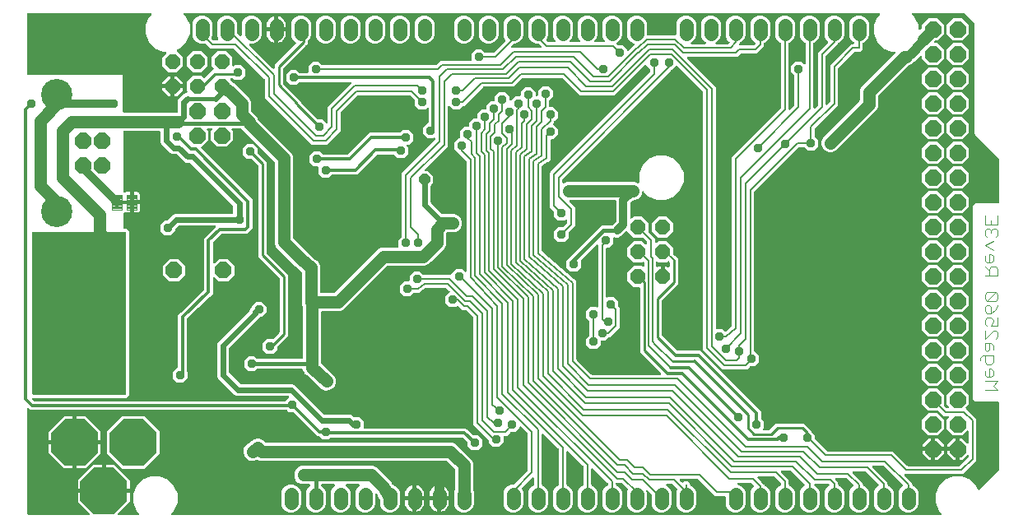
<source format=gbr>
G04 EAGLE Gerber RS-274X export*
G75*
%MOMM*%
%FSLAX34Y34*%
%LPD*%
%INBottom Copper*%
%IPPOS*%
%AMOC8*
5,1,8,0,0,1.08239X$1,22.5*%
G01*
%ADD10C,0.101600*%
%ADD11P,1.677704X8X292.500000*%
%ADD12C,1.422400*%
%ADD13P,5.223614X8X112.500000*%
%ADD14C,2.100000*%
%ADD15P,1.814519X8X292.500000*%
%ADD16C,3.216000*%
%ADD17P,1.677704X8X202.500000*%
%ADD18C,0.116838*%
%ADD19P,1.814519X8X112.500000*%
%ADD20C,1.270000*%
%ADD21C,0.609600*%
%ADD22C,0.406400*%
%ADD23C,0.812800*%
%ADD24C,1.016000*%
%ADD25P,0.989737X8X22.500000*%
%ADD26P,1.209679X8X22.500000*%
%ADD27C,0.304800*%
%ADD28C,0.279400*%
%ADD29C,0.254000*%
%ADD30C,0.203200*%

G36*
X71747Y8005D02*
X71747Y8005D01*
X71776Y8002D01*
X71887Y8025D01*
X72000Y8041D01*
X72026Y8053D01*
X72055Y8058D01*
X72156Y8110D01*
X72259Y8157D01*
X72282Y8176D01*
X72307Y8189D01*
X72390Y8267D01*
X72476Y8340D01*
X72492Y8365D01*
X72514Y8385D01*
X72571Y8483D01*
X72634Y8577D01*
X72643Y8605D01*
X72657Y8630D01*
X72685Y8740D01*
X72719Y8848D01*
X72720Y8878D01*
X72727Y8906D01*
X72724Y9019D01*
X72727Y9132D01*
X72719Y9161D01*
X72718Y9190D01*
X72684Y9298D01*
X72655Y9407D01*
X72640Y9433D01*
X72631Y9461D01*
X72585Y9524D01*
X72510Y9652D01*
X72464Y9695D01*
X72436Y9734D01*
X60197Y21973D01*
X60197Y30989D01*
X64684Y30989D01*
X64742Y30997D01*
X64800Y30995D01*
X64882Y31017D01*
X64966Y31029D01*
X65019Y31053D01*
X65075Y31067D01*
X65148Y31110D01*
X65225Y31145D01*
X65270Y31183D01*
X65320Y31213D01*
X65378Y31274D01*
X65442Y31329D01*
X65474Y31377D01*
X65514Y31420D01*
X65553Y31495D01*
X65600Y31565D01*
X65617Y31621D01*
X65644Y31673D01*
X65655Y31741D01*
X65685Y31836D01*
X65688Y31936D01*
X65699Y32004D01*
X65699Y34036D01*
X65691Y34094D01*
X65693Y34152D01*
X65671Y34234D01*
X65659Y34317D01*
X65636Y34371D01*
X65621Y34427D01*
X65578Y34500D01*
X65543Y34577D01*
X65505Y34622D01*
X65476Y34672D01*
X65414Y34730D01*
X65360Y34794D01*
X65311Y34826D01*
X65268Y34866D01*
X65193Y34905D01*
X65123Y34951D01*
X65067Y34969D01*
X65015Y34996D01*
X64947Y35007D01*
X64852Y35037D01*
X64752Y35040D01*
X64684Y35051D01*
X60197Y35051D01*
X60197Y44067D01*
X75821Y59691D01*
X84837Y59691D01*
X84837Y46048D01*
X84837Y46047D01*
X84837Y46045D01*
X84857Y45905D01*
X84877Y45767D01*
X84877Y45766D01*
X84877Y45764D01*
X84934Y45638D01*
X84993Y45508D01*
X84994Y45506D01*
X84995Y45505D01*
X85086Y45397D01*
X85177Y45291D01*
X85178Y45290D01*
X85179Y45288D01*
X85192Y45280D01*
X85413Y45133D01*
X85442Y45124D01*
X85463Y45111D01*
X86479Y44690D01*
X86564Y44668D01*
X86646Y44637D01*
X86701Y44633D01*
X86755Y44619D01*
X86842Y44621D01*
X86929Y44614D01*
X86977Y44625D01*
X87039Y44627D01*
X87180Y44672D01*
X87257Y44690D01*
X88272Y45110D01*
X88274Y45111D01*
X88275Y45112D01*
X88393Y45182D01*
X88517Y45255D01*
X88518Y45256D01*
X88520Y45257D01*
X88615Y45358D01*
X88712Y45462D01*
X88713Y45463D01*
X88714Y45464D01*
X88777Y45586D01*
X88843Y45714D01*
X88843Y45716D01*
X88844Y45717D01*
X88846Y45732D01*
X88898Y45993D01*
X88895Y46024D01*
X88899Y46048D01*
X88899Y59691D01*
X97915Y59691D01*
X113539Y44067D01*
X113539Y35051D01*
X109052Y35051D01*
X108994Y35043D01*
X108936Y35045D01*
X108854Y35023D01*
X108770Y35011D01*
X108717Y34987D01*
X108661Y34973D01*
X108588Y34930D01*
X108511Y34895D01*
X108466Y34857D01*
X108416Y34827D01*
X108358Y34766D01*
X108294Y34711D01*
X108262Y34663D01*
X108222Y34620D01*
X108183Y34545D01*
X108136Y34475D01*
X108119Y34419D01*
X108092Y34367D01*
X108081Y34299D01*
X108051Y34204D01*
X108048Y34104D01*
X108037Y34036D01*
X108037Y32004D01*
X108045Y31946D01*
X108043Y31888D01*
X108065Y31806D01*
X108077Y31723D01*
X108100Y31669D01*
X108115Y31613D01*
X108158Y31540D01*
X108193Y31463D01*
X108231Y31418D01*
X108260Y31368D01*
X108322Y31310D01*
X108376Y31246D01*
X108425Y31214D01*
X108468Y31174D01*
X108543Y31135D01*
X108613Y31089D01*
X108669Y31071D01*
X108721Y31044D01*
X108789Y31033D01*
X108884Y31003D01*
X108984Y31000D01*
X109052Y30989D01*
X113539Y30989D01*
X113539Y21973D01*
X101300Y9734D01*
X101282Y9710D01*
X101260Y9691D01*
X101197Y9597D01*
X101129Y9507D01*
X101119Y9479D01*
X101102Y9455D01*
X101068Y9347D01*
X101028Y9241D01*
X101025Y9212D01*
X101017Y9184D01*
X101014Y9070D01*
X101004Y8958D01*
X101010Y8929D01*
X101009Y8900D01*
X101038Y8790D01*
X101060Y8679D01*
X101074Y8653D01*
X101081Y8625D01*
X101139Y8527D01*
X101191Y8427D01*
X101211Y8405D01*
X101226Y8380D01*
X101309Y8303D01*
X101387Y8221D01*
X101412Y8206D01*
X101434Y8186D01*
X101534Y8134D01*
X101632Y8077D01*
X101661Y8070D01*
X101687Y8056D01*
X101764Y8043D01*
X101908Y8007D01*
X101970Y8009D01*
X102018Y8001D01*
X122321Y8001D01*
X122350Y8005D01*
X122379Y8002D01*
X122490Y8025D01*
X122603Y8041D01*
X122629Y8053D01*
X122658Y8058D01*
X122759Y8111D01*
X122862Y8157D01*
X122884Y8176D01*
X122910Y8189D01*
X122993Y8267D01*
X123079Y8340D01*
X123095Y8365D01*
X123117Y8385D01*
X123174Y8483D01*
X123237Y8577D01*
X123245Y8605D01*
X123260Y8630D01*
X123288Y8740D01*
X123322Y8848D01*
X123323Y8878D01*
X123330Y8906D01*
X123327Y9019D01*
X123330Y9132D01*
X123322Y9161D01*
X123321Y9190D01*
X123286Y9298D01*
X123258Y9407D01*
X123243Y9433D01*
X123234Y9461D01*
X123188Y9524D01*
X123113Y9652D01*
X123067Y9695D01*
X123039Y9734D01*
X120321Y12452D01*
X116841Y20853D01*
X116841Y29947D01*
X120321Y38349D01*
X126751Y44779D01*
X135153Y48259D01*
X144247Y48259D01*
X152649Y44779D01*
X159079Y38349D01*
X162559Y29947D01*
X162559Y20853D01*
X159079Y12452D01*
X156361Y9734D01*
X156343Y9710D01*
X156321Y9691D01*
X156258Y9597D01*
X156190Y9507D01*
X156180Y9479D01*
X156163Y9455D01*
X156129Y9347D01*
X156089Y9241D01*
X156086Y9212D01*
X156078Y9184D01*
X156075Y9070D01*
X156065Y8958D01*
X156071Y8929D01*
X156070Y8900D01*
X156099Y8790D01*
X156121Y8679D01*
X156135Y8653D01*
X156142Y8625D01*
X156200Y8527D01*
X156252Y8427D01*
X156272Y8405D01*
X156287Y8380D01*
X156370Y8303D01*
X156448Y8221D01*
X156473Y8206D01*
X156495Y8186D01*
X156596Y8134D01*
X156693Y8077D01*
X156722Y8070D01*
X156748Y8056D01*
X156825Y8043D01*
X156969Y8007D01*
X157031Y8009D01*
X157079Y8001D01*
X947821Y8001D01*
X947850Y8005D01*
X947879Y8002D01*
X947990Y8025D01*
X948103Y8041D01*
X948129Y8053D01*
X948158Y8058D01*
X948259Y8111D01*
X948362Y8157D01*
X948384Y8176D01*
X948410Y8189D01*
X948493Y8267D01*
X948579Y8340D01*
X948595Y8365D01*
X948617Y8385D01*
X948674Y8483D01*
X948737Y8577D01*
X948745Y8605D01*
X948760Y8630D01*
X948788Y8740D01*
X948822Y8848D01*
X948823Y8878D01*
X948830Y8906D01*
X948827Y9019D01*
X948830Y9132D01*
X948822Y9161D01*
X948821Y9190D01*
X948786Y9298D01*
X948758Y9407D01*
X948743Y9433D01*
X948734Y9461D01*
X948688Y9524D01*
X948613Y9652D01*
X948567Y9695D01*
X948539Y9734D01*
X945821Y12452D01*
X942341Y20853D01*
X942341Y29947D01*
X945821Y38349D01*
X952251Y44779D01*
X960653Y48259D01*
X969747Y48259D01*
X978149Y44779D01*
X984579Y38349D01*
X986149Y34558D01*
X986207Y34459D01*
X986260Y34357D01*
X986279Y34337D01*
X986293Y34313D01*
X986377Y34234D01*
X986456Y34151D01*
X986480Y34137D01*
X986500Y34118D01*
X986602Y34065D01*
X986701Y34007D01*
X986728Y34000D01*
X986753Y33988D01*
X986866Y33965D01*
X986977Y33937D01*
X987004Y33938D01*
X987032Y33933D01*
X987146Y33942D01*
X987261Y33946D01*
X987287Y33955D01*
X987315Y33957D01*
X987422Y33998D01*
X987531Y34034D01*
X987552Y34048D01*
X987580Y34059D01*
X987792Y34219D01*
X987805Y34228D01*
X1007318Y53742D01*
X1007370Y53812D01*
X1007430Y53875D01*
X1007456Y53925D01*
X1007489Y53969D01*
X1007520Y54051D01*
X1007560Y54129D01*
X1007568Y54176D01*
X1007590Y54235D01*
X1007602Y54382D01*
X1007615Y54460D01*
X1007615Y124206D01*
X1007607Y124264D01*
X1007609Y124322D01*
X1007587Y124404D01*
X1007575Y124488D01*
X1007552Y124541D01*
X1007537Y124597D01*
X1007494Y124670D01*
X1007459Y124747D01*
X1007421Y124792D01*
X1007392Y124842D01*
X1007330Y124900D01*
X1007276Y124964D01*
X1007227Y124996D01*
X1007184Y125036D01*
X1007109Y125075D01*
X1007039Y125122D01*
X1006983Y125139D01*
X1006931Y125166D01*
X1006863Y125177D01*
X1006768Y125207D01*
X1006668Y125210D01*
X1006600Y125221D01*
X983223Y125221D01*
X980693Y127751D01*
X980693Y326401D01*
X983223Y328931D01*
X1006600Y328931D01*
X1006658Y328939D01*
X1006716Y328937D01*
X1006798Y328959D01*
X1006882Y328971D01*
X1006935Y328994D01*
X1006991Y329009D01*
X1007064Y329052D01*
X1007141Y329087D01*
X1007186Y329125D01*
X1007236Y329154D01*
X1007294Y329216D01*
X1007358Y329270D01*
X1007390Y329319D01*
X1007430Y329362D01*
X1007469Y329437D01*
X1007516Y329507D01*
X1007533Y329563D01*
X1007560Y329615D01*
X1007571Y329683D01*
X1007601Y329778D01*
X1007604Y329878D01*
X1007615Y329946D01*
X1007615Y374544D01*
X1007608Y374596D01*
X1007609Y374622D01*
X1007603Y374645D01*
X1007600Y374718D01*
X1007583Y374771D01*
X1007575Y374826D01*
X1007540Y374906D01*
X1007513Y374989D01*
X1007485Y375028D01*
X1007459Y375085D01*
X1007363Y375198D01*
X1007318Y375262D01*
X985882Y396698D01*
X983453Y399127D01*
X982215Y402115D01*
X982215Y514244D01*
X982203Y514331D01*
X982200Y514418D01*
X982183Y514471D01*
X982175Y514526D01*
X982140Y514606D01*
X982113Y514689D01*
X982085Y514728D01*
X982059Y514785D01*
X981963Y514899D01*
X981918Y514962D01*
X972034Y524846D01*
X971965Y524898D01*
X971901Y524958D01*
X971851Y524984D01*
X971807Y525017D01*
X971725Y525048D01*
X971648Y525088D01*
X971600Y525096D01*
X971541Y525118D01*
X971394Y525130D01*
X971316Y525143D01*
X919335Y525143D01*
X919306Y525139D01*
X919277Y525142D01*
X919166Y525119D01*
X919053Y525103D01*
X919027Y525091D01*
X918998Y525086D01*
X918897Y525033D01*
X918794Y524987D01*
X918772Y524968D01*
X918746Y524955D01*
X918663Y524877D01*
X918577Y524804D01*
X918561Y524779D01*
X918539Y524759D01*
X918482Y524661D01*
X918419Y524567D01*
X918411Y524539D01*
X918396Y524514D01*
X918368Y524404D01*
X918334Y524296D01*
X918333Y524266D01*
X918326Y524238D01*
X918329Y524125D01*
X918326Y524012D01*
X918334Y523983D01*
X918335Y523954D01*
X918370Y523846D01*
X918398Y523737D01*
X918413Y523711D01*
X918422Y523683D01*
X918468Y523620D01*
X918543Y523492D01*
X918589Y523449D01*
X918617Y523410D01*
X921079Y520948D01*
X924559Y512547D01*
X924559Y508502D01*
X924563Y508472D01*
X924560Y508443D01*
X924566Y508417D01*
X924565Y508403D01*
X924579Y508351D01*
X924583Y508332D01*
X924599Y508220D01*
X924611Y508193D01*
X924616Y508165D01*
X924669Y508064D01*
X924715Y507961D01*
X924734Y507938D01*
X924747Y507912D01*
X924825Y507830D01*
X924898Y507744D01*
X924923Y507727D01*
X924943Y507706D01*
X925041Y507649D01*
X925135Y507586D01*
X925163Y507577D01*
X925188Y507562D01*
X925298Y507535D01*
X925406Y507500D01*
X925436Y507500D01*
X925464Y507492D01*
X925577Y507496D01*
X925690Y507493D01*
X925719Y507500D01*
X925748Y507501D01*
X925856Y507536D01*
X925965Y507565D01*
X925991Y507580D01*
X926019Y507589D01*
X926083Y507634D01*
X926104Y507647D01*
X926132Y507660D01*
X926149Y507674D01*
X926210Y507710D01*
X926253Y507756D01*
X926292Y507784D01*
X928072Y509564D01*
X928124Y509634D01*
X928184Y509697D01*
X928210Y509747D01*
X928243Y509791D01*
X928274Y509873D01*
X928314Y509951D01*
X928322Y509998D01*
X928344Y510057D01*
X928356Y510204D01*
X928369Y510282D01*
X928369Y512735D01*
X935065Y519431D01*
X944535Y519431D01*
X951231Y512735D01*
X951231Y503265D01*
X944535Y496569D01*
X942082Y496569D01*
X941995Y496557D01*
X941908Y496554D01*
X941855Y496537D01*
X941800Y496529D01*
X941720Y496494D01*
X941637Y496467D01*
X941598Y496439D01*
X941541Y496413D01*
X941428Y496317D01*
X941364Y496272D01*
X940856Y495764D01*
X940838Y495740D01*
X940816Y495721D01*
X940753Y495627D01*
X940685Y495537D01*
X940674Y495509D01*
X940658Y495485D01*
X940624Y495377D01*
X940584Y495271D01*
X940581Y495242D01*
X940572Y495214D01*
X940569Y495101D01*
X940560Y494988D01*
X940566Y494959D01*
X940565Y494930D01*
X940594Y494820D01*
X940616Y494709D01*
X940629Y494683D01*
X940637Y494655D01*
X940695Y494557D01*
X940747Y494457D01*
X940767Y494435D01*
X940782Y494410D01*
X940865Y494333D01*
X940943Y494251D01*
X940968Y494236D01*
X940989Y494216D01*
X941090Y494164D01*
X941188Y494107D01*
X941216Y494100D01*
X941242Y494086D01*
X941320Y494073D01*
X941463Y494037D01*
X941526Y494039D01*
X941574Y494031D01*
X944535Y494031D01*
X951231Y487335D01*
X951231Y477865D01*
X944535Y471169D01*
X935065Y471169D01*
X928369Y477865D01*
X928369Y480082D01*
X928365Y480112D01*
X928368Y480141D01*
X928345Y480252D01*
X928329Y480364D01*
X928317Y480391D01*
X928312Y480419D01*
X928260Y480520D01*
X928213Y480623D01*
X928194Y480646D01*
X928181Y480672D01*
X928103Y480754D01*
X928030Y480840D01*
X928005Y480857D01*
X927985Y480878D01*
X927887Y480935D01*
X927793Y480998D01*
X927765Y481007D01*
X927740Y481022D01*
X927630Y481050D01*
X927522Y481084D01*
X927492Y481085D01*
X927464Y481092D01*
X927351Y481088D01*
X927238Y481091D01*
X927209Y481084D01*
X927180Y481083D01*
X927072Y481048D01*
X926963Y481019D01*
X926937Y481004D01*
X926909Y480995D01*
X926846Y480950D01*
X926718Y480874D01*
X926675Y480828D01*
X926636Y480800D01*
X922917Y477081D01*
X922893Y477049D01*
X922868Y477029D01*
X922021Y476053D01*
X921903Y475993D01*
X921669Y475832D01*
X921654Y475814D01*
X921639Y475803D01*
X921545Y475709D01*
X920350Y475214D01*
X920314Y475193D01*
X920282Y475183D01*
X920278Y475181D01*
X920237Y475152D01*
X920192Y475132D01*
X920149Y475095D01*
X920106Y475070D01*
X920081Y475044D01*
X920045Y475019D01*
X920013Y474980D01*
X919976Y474948D01*
X919947Y474901D01*
X919910Y474863D01*
X919896Y474836D01*
X919866Y474798D01*
X919848Y474756D01*
X917184Y472092D01*
X915202Y471271D01*
X915176Y471256D01*
X915146Y471246D01*
X915083Y471201D01*
X914958Y471127D01*
X914913Y471080D01*
X914873Y471051D01*
X883456Y439634D01*
X883404Y439565D01*
X883344Y439501D01*
X883318Y439451D01*
X883285Y439407D01*
X883254Y439325D01*
X883214Y439247D01*
X883206Y439200D01*
X883184Y439141D01*
X883172Y438994D01*
X883159Y438916D01*
X883159Y428660D01*
X881728Y425206D01*
X839714Y383192D01*
X836260Y381761D01*
X832520Y381761D01*
X829066Y383192D01*
X826422Y385836D01*
X824991Y389290D01*
X824991Y393030D01*
X826422Y396484D01*
X864064Y434126D01*
X864116Y434195D01*
X864176Y434259D01*
X864202Y434309D01*
X864235Y434353D01*
X864266Y434435D01*
X864306Y434513D01*
X864314Y434560D01*
X864336Y434619D01*
X864348Y434766D01*
X864361Y434844D01*
X864361Y445100D01*
X865792Y448554D01*
X900646Y483408D01*
X900664Y483432D01*
X900686Y483451D01*
X900749Y483545D01*
X900817Y483635D01*
X900828Y483663D01*
X900844Y483687D01*
X900878Y483795D01*
X900918Y483901D01*
X900921Y483930D01*
X900930Y483958D01*
X900933Y484072D01*
X900942Y484184D01*
X900936Y484213D01*
X900937Y484242D01*
X900908Y484352D01*
X900886Y484463D01*
X900873Y484489D01*
X900865Y484517D01*
X900807Y484615D01*
X900755Y484715D01*
X900735Y484737D01*
X900720Y484762D01*
X900637Y484839D01*
X900559Y484921D01*
X900534Y484936D01*
X900513Y484956D01*
X900412Y485008D01*
X900314Y485065D01*
X900286Y485072D01*
X900260Y485086D01*
X900182Y485099D01*
X900039Y485135D01*
X899976Y485133D01*
X899928Y485141D01*
X897153Y485141D01*
X888751Y488621D01*
X882321Y495051D01*
X878841Y503453D01*
X878841Y512547D01*
X882321Y520948D01*
X884783Y523410D01*
X884801Y523434D01*
X884823Y523453D01*
X884886Y523547D01*
X884954Y523637D01*
X884964Y523665D01*
X884981Y523689D01*
X885015Y523797D01*
X885055Y523903D01*
X885058Y523932D01*
X885066Y523960D01*
X885069Y524074D01*
X885079Y524186D01*
X885073Y524215D01*
X885074Y524244D01*
X885045Y524354D01*
X885023Y524465D01*
X885009Y524491D01*
X885002Y524519D01*
X884944Y524617D01*
X884892Y524717D01*
X884872Y524739D01*
X884857Y524764D01*
X884774Y524841D01*
X884696Y524923D01*
X884671Y524938D01*
X884649Y524958D01*
X884548Y525010D01*
X884451Y525067D01*
X884422Y525074D01*
X884396Y525088D01*
X884319Y525101D01*
X884175Y525137D01*
X884113Y525135D01*
X884065Y525143D01*
X170035Y525143D01*
X170006Y525139D01*
X169977Y525142D01*
X169866Y525119D01*
X169753Y525103D01*
X169727Y525091D01*
X169698Y525086D01*
X169597Y525033D01*
X169494Y524987D01*
X169472Y524968D01*
X169446Y524955D01*
X169363Y524877D01*
X169277Y524804D01*
X169261Y524779D01*
X169239Y524759D01*
X169182Y524661D01*
X169119Y524567D01*
X169111Y524539D01*
X169096Y524514D01*
X169068Y524404D01*
X169034Y524296D01*
X169033Y524266D01*
X169026Y524238D01*
X169029Y524125D01*
X169026Y524012D01*
X169034Y523983D01*
X169035Y523954D01*
X169070Y523846D01*
X169098Y523737D01*
X169113Y523711D01*
X169122Y523683D01*
X169168Y523620D01*
X169243Y523492D01*
X169289Y523449D01*
X169317Y523410D01*
X171779Y520948D01*
X175259Y512547D01*
X175259Y503453D01*
X171779Y495051D01*
X165348Y488621D01*
X162341Y487376D01*
X162242Y487317D01*
X162140Y487264D01*
X162120Y487245D01*
X162096Y487231D01*
X162018Y487148D01*
X161934Y487069D01*
X161920Y487045D01*
X161901Y487025D01*
X161849Y486923D01*
X161791Y486823D01*
X161784Y486797D01*
X161771Y486772D01*
X161749Y486659D01*
X161721Y486548D01*
X161721Y486520D01*
X161716Y486493D01*
X161726Y486378D01*
X161730Y486264D01*
X161738Y486237D01*
X161740Y486210D01*
X161782Y486102D01*
X161817Y485993D01*
X161831Y485973D01*
X161842Y485944D01*
X162004Y485731D01*
X162012Y485720D01*
X162014Y485718D01*
X168279Y479453D01*
X168279Y470507D01*
X161953Y464181D01*
X153007Y464181D01*
X146681Y470507D01*
X146681Y479453D01*
X150636Y483408D01*
X150654Y483432D01*
X150676Y483451D01*
X150739Y483545D01*
X150807Y483635D01*
X150818Y483663D01*
X150834Y483687D01*
X150868Y483795D01*
X150909Y483901D01*
X150911Y483930D01*
X150920Y483958D01*
X150923Y484072D01*
X150932Y484184D01*
X150926Y484213D01*
X150927Y484242D01*
X150899Y484352D01*
X150876Y484463D01*
X150863Y484489D01*
X150855Y484517D01*
X150797Y484615D01*
X150745Y484715D01*
X150725Y484737D01*
X150710Y484762D01*
X150627Y484839D01*
X150549Y484921D01*
X150524Y484936D01*
X150503Y484956D01*
X150402Y485008D01*
X150304Y485065D01*
X150276Y485072D01*
X150250Y485086D01*
X150172Y485099D01*
X150029Y485135D01*
X149966Y485133D01*
X149919Y485141D01*
X147853Y485141D01*
X139451Y488621D01*
X133021Y495051D01*
X129541Y503453D01*
X129541Y512547D01*
X133021Y520948D01*
X135483Y523410D01*
X135501Y523434D01*
X135523Y523453D01*
X135586Y523547D01*
X135654Y523637D01*
X135664Y523665D01*
X135681Y523689D01*
X135715Y523797D01*
X135755Y523903D01*
X135758Y523932D01*
X135766Y523960D01*
X135769Y524074D01*
X135779Y524186D01*
X135773Y524215D01*
X135774Y524244D01*
X135745Y524354D01*
X135723Y524465D01*
X135709Y524491D01*
X135702Y524519D01*
X135644Y524617D01*
X135592Y524717D01*
X135572Y524739D01*
X135557Y524764D01*
X135474Y524841D01*
X135396Y524923D01*
X135371Y524938D01*
X135349Y524958D01*
X135248Y525010D01*
X135151Y525067D01*
X135122Y525074D01*
X135096Y525088D01*
X135019Y525101D01*
X134875Y525137D01*
X134813Y525135D01*
X134765Y525143D01*
X9744Y525143D01*
X9688Y525135D01*
X9644Y525138D01*
X9478Y525122D01*
X9201Y525055D01*
X9195Y525051D01*
X9188Y525050D01*
X8880Y524922D01*
X8853Y524906D01*
X8824Y524896D01*
X8760Y524851D01*
X8635Y524777D01*
X8591Y524730D01*
X8551Y524702D01*
X8314Y524465D01*
X8297Y524442D01*
X8274Y524423D01*
X8274Y524422D01*
X8272Y524421D01*
X8264Y524407D01*
X8212Y524329D01*
X8143Y524238D01*
X8133Y524211D01*
X8117Y524187D01*
X8108Y524158D01*
X8094Y524136D01*
X7966Y523828D01*
X7896Y523552D01*
X7896Y523545D01*
X7894Y523538D01*
X7878Y523371D01*
X7880Y523315D01*
X7873Y523272D01*
X7873Y462534D01*
X7881Y462476D01*
X7879Y462418D01*
X7901Y462336D01*
X7913Y462253D01*
X7936Y462199D01*
X7951Y462143D01*
X7994Y462070D01*
X8029Y461993D01*
X8067Y461948D01*
X8096Y461898D01*
X8158Y461840D01*
X8212Y461776D01*
X8261Y461744D01*
X8304Y461704D01*
X8379Y461665D01*
X8449Y461619D01*
X8505Y461601D01*
X8557Y461574D01*
X8625Y461563D01*
X8720Y461533D01*
X8820Y461530D01*
X8888Y461519D01*
X106430Y461519D01*
X106549Y423161D01*
X106557Y423105D01*
X106555Y423048D01*
X106577Y422965D01*
X106589Y422879D01*
X106613Y422828D01*
X106627Y422773D01*
X106671Y422699D01*
X106706Y422620D01*
X106743Y422577D01*
X106772Y422528D01*
X106835Y422469D01*
X106891Y422404D01*
X106938Y422373D01*
X106980Y422334D01*
X107056Y422295D01*
X107128Y422247D01*
X107182Y422230D01*
X107233Y422204D01*
X107302Y422193D01*
X107399Y422162D01*
X107497Y422160D01*
X107564Y422149D01*
X161798Y422149D01*
X161856Y422157D01*
X161914Y422155D01*
X161996Y422177D01*
X162080Y422189D01*
X162133Y422212D01*
X162189Y422227D01*
X162262Y422270D01*
X162339Y422305D01*
X162384Y422343D01*
X162434Y422372D01*
X162492Y422434D01*
X162556Y422488D01*
X162588Y422537D01*
X162628Y422580D01*
X162667Y422655D01*
X162714Y422725D01*
X162731Y422781D01*
X162758Y422833D01*
X162769Y422901D01*
X162799Y422996D01*
X162802Y423096D01*
X162813Y423164D01*
X162813Y434283D01*
X163741Y436524D01*
X169266Y442049D01*
X171507Y442977D01*
X171761Y442977D01*
X171790Y442981D01*
X171819Y442978D01*
X171930Y443001D01*
X172042Y443017D01*
X172069Y443029D01*
X172098Y443034D01*
X172198Y443087D01*
X172301Y443133D01*
X172324Y443152D01*
X172350Y443165D01*
X172432Y443243D01*
X172518Y443316D01*
X172535Y443341D01*
X172556Y443361D01*
X172613Y443459D01*
X172676Y443553D01*
X172685Y443581D01*
X172700Y443606D01*
X172728Y443716D01*
X172762Y443824D01*
X172763Y443854D01*
X172770Y443882D01*
X172766Y443995D01*
X172769Y444108D01*
X172762Y444137D01*
X172761Y444166D01*
X172726Y444274D01*
X172697Y444383D01*
X172682Y444409D01*
X172673Y444437D01*
X172628Y444501D01*
X172552Y444628D01*
X172506Y444671D01*
X172478Y444710D01*
X172081Y445107D01*
X172081Y454053D01*
X178407Y460379D01*
X187353Y460379D01*
X189284Y458448D01*
X189331Y458412D01*
X189371Y458370D01*
X189444Y458327D01*
X189511Y458277D01*
X189566Y458256D01*
X189616Y458226D01*
X189698Y458205D01*
X189777Y458175D01*
X189835Y458171D01*
X189892Y458156D01*
X189976Y458159D01*
X190060Y458152D01*
X190118Y458163D01*
X190176Y458165D01*
X190256Y458191D01*
X190339Y458208D01*
X190391Y458235D01*
X190447Y458253D01*
X190503Y458293D01*
X190591Y458339D01*
X190664Y458408D01*
X190720Y458448D01*
X196044Y463772D01*
X198871Y466599D01*
X198939Y466599D01*
X198968Y466603D01*
X198997Y466600D01*
X199108Y466623D01*
X199220Y466639D01*
X199247Y466651D01*
X199276Y466656D01*
X199376Y466709D01*
X199479Y466755D01*
X199502Y466774D01*
X199528Y466787D01*
X199610Y466865D01*
X199696Y466938D01*
X199713Y466963D01*
X199734Y466983D01*
X199791Y467081D01*
X199854Y467175D01*
X199863Y467203D01*
X199878Y467228D01*
X199906Y467338D01*
X199940Y467446D01*
X199941Y467476D01*
X199948Y467504D01*
X199944Y467617D01*
X199947Y467730D01*
X199940Y467759D01*
X199939Y467788D01*
X199904Y467896D01*
X199875Y468005D01*
X199860Y468031D01*
X199851Y468059D01*
X199806Y468122D01*
X199730Y468250D01*
X199684Y468293D01*
X199656Y468332D01*
X197481Y470507D01*
X197481Y479453D01*
X203807Y485779D01*
X212753Y485779D01*
X219079Y479453D01*
X219079Y471067D01*
X219083Y471038D01*
X219080Y471009D01*
X219103Y470897D01*
X219119Y470786D01*
X219131Y470759D01*
X219136Y470730D01*
X219189Y470629D01*
X219235Y470526D01*
X219254Y470504D01*
X219267Y470478D01*
X219345Y470396D01*
X219418Y470309D01*
X219443Y470293D01*
X219463Y470272D01*
X219561Y470214D01*
X219655Y470152D01*
X219683Y470143D01*
X219708Y470128D01*
X219818Y470100D01*
X219926Y470066D01*
X219956Y470065D01*
X219984Y470058D01*
X220097Y470061D01*
X220210Y470059D01*
X220239Y470066D01*
X220268Y470067D01*
X220376Y470102D01*
X220485Y470130D01*
X220511Y470145D01*
X220539Y470154D01*
X220603Y470200D01*
X220730Y470276D01*
X220773Y470321D01*
X220812Y470349D01*
X221633Y471171D01*
X227947Y471171D01*
X232411Y466707D01*
X232411Y460393D01*
X227947Y455929D01*
X221633Y455929D01*
X219899Y457664D01*
X219829Y457716D01*
X219765Y457776D01*
X219716Y457802D01*
X219672Y457835D01*
X219590Y457866D01*
X219512Y457906D01*
X219464Y457914D01*
X219406Y457936D01*
X219258Y457948D01*
X219181Y457961D01*
X217621Y457961D01*
X217592Y457957D01*
X217563Y457960D01*
X217452Y457937D01*
X217340Y457921D01*
X217313Y457909D01*
X217284Y457904D01*
X217184Y457851D01*
X217081Y457805D01*
X217058Y457786D01*
X217032Y457773D01*
X216950Y457695D01*
X216864Y457622D01*
X216847Y457597D01*
X216826Y457577D01*
X216769Y457479D01*
X216706Y457385D01*
X216697Y457357D01*
X216682Y457332D01*
X216654Y457222D01*
X216620Y457114D01*
X216619Y457084D01*
X216612Y457056D01*
X216616Y456943D01*
X216613Y456830D01*
X216620Y456801D01*
X216621Y456772D01*
X216656Y456664D01*
X216685Y456555D01*
X216700Y456529D01*
X216709Y456501D01*
X216754Y456438D01*
X216830Y456310D01*
X216876Y456267D01*
X216904Y456228D01*
X219088Y454043D01*
X219088Y453990D01*
X219108Y453919D01*
X219119Y453847D01*
X219147Y453784D01*
X219166Y453717D01*
X219205Y453654D01*
X219235Y453587D01*
X219280Y453535D01*
X219316Y453476D01*
X219363Y453435D01*
X219418Y453370D01*
X219515Y453306D01*
X219572Y453258D01*
X220075Y452956D01*
X220155Y452922D01*
X220209Y452888D01*
X221224Y452468D01*
X221639Y452053D01*
X221780Y451947D01*
X221835Y451900D01*
X222339Y451598D01*
X222993Y450714D01*
X223054Y450652D01*
X223091Y450601D01*
X233781Y439911D01*
X236568Y437124D01*
X237999Y433670D01*
X237999Y424684D01*
X238011Y424597D01*
X238014Y424510D01*
X238031Y424457D01*
X238039Y424402D01*
X238074Y424322D01*
X238101Y424239D01*
X238129Y424200D01*
X238155Y424143D01*
X238251Y424030D01*
X238296Y423966D01*
X241401Y420861D01*
X241401Y420860D01*
X244188Y418074D01*
X245009Y416092D01*
X245024Y416066D01*
X245034Y416036D01*
X245079Y415973D01*
X245153Y415848D01*
X245200Y415803D01*
X245229Y415763D01*
X254491Y406501D01*
X279748Y381244D01*
X281179Y377790D01*
X281179Y293874D01*
X281191Y293787D01*
X281194Y293700D01*
X281211Y293647D01*
X281219Y293592D01*
X281254Y293512D01*
X281281Y293429D01*
X281309Y293390D01*
X281335Y293333D01*
X281431Y293219D01*
X281476Y293156D01*
X288781Y285851D01*
X295961Y278671D01*
X295991Y278649D01*
X296010Y278625D01*
X304620Y271092D01*
X304858Y270936D01*
X304882Y270929D01*
X304900Y270918D01*
X305044Y270858D01*
X306121Y269781D01*
X306151Y269759D01*
X306170Y269735D01*
X307316Y268732D01*
X307385Y268592D01*
X307546Y268358D01*
X307565Y268341D01*
X307577Y268324D01*
X307688Y268214D01*
X308271Y266807D01*
X308290Y266775D01*
X308299Y266746D01*
X308974Y265381D01*
X308984Y265225D01*
X309042Y264947D01*
X309054Y264924D01*
X309059Y264904D01*
X309119Y264760D01*
X309119Y263237D01*
X309124Y263199D01*
X309121Y263169D01*
X309222Y261650D01*
X309172Y261502D01*
X309120Y261223D01*
X309122Y261197D01*
X309119Y261177D01*
X309119Y237744D01*
X309127Y237686D01*
X309125Y237628D01*
X309147Y237546D01*
X309159Y237462D01*
X309182Y237409D01*
X309197Y237353D01*
X309240Y237280D01*
X309275Y237203D01*
X309313Y237158D01*
X309342Y237108D01*
X309404Y237050D01*
X309458Y236986D01*
X309507Y236954D01*
X309550Y236914D01*
X309625Y236875D01*
X309695Y236828D01*
X309751Y236811D01*
X309803Y236784D01*
X309871Y236773D01*
X309966Y236743D01*
X310066Y236740D01*
X310134Y236729D01*
X323346Y236729D01*
X323433Y236741D01*
X323520Y236744D01*
X323573Y236761D01*
X323628Y236769D01*
X323708Y236804D01*
X323791Y236831D01*
X323830Y236859D01*
X323887Y236885D01*
X324001Y236981D01*
X324064Y237026D01*
X369326Y282288D01*
X372780Y283719D01*
X388874Y283719D01*
X388932Y283727D01*
X388990Y283725D01*
X389072Y283747D01*
X389156Y283759D01*
X389209Y283782D01*
X389265Y283797D01*
X389338Y283840D01*
X389415Y283875D01*
X389460Y283913D01*
X389510Y283942D01*
X389568Y284004D01*
X389632Y284058D01*
X389664Y284107D01*
X389704Y284150D01*
X389743Y284225D01*
X389790Y284295D01*
X389807Y284351D01*
X389834Y284403D01*
X389845Y284471D01*
X389875Y284566D01*
X389878Y284666D01*
X389889Y284734D01*
X389889Y291447D01*
X393148Y294705D01*
X393200Y294775D01*
X393260Y294839D01*
X393286Y294888D01*
X393319Y294932D01*
X393350Y295014D01*
X393390Y295092D01*
X393398Y295140D01*
X393420Y295198D01*
X393432Y295346D01*
X393445Y295423D01*
X393445Y360078D01*
X427438Y394070D01*
X427490Y394140D01*
X427550Y394204D01*
X427576Y394253D01*
X427609Y394298D01*
X427640Y394379D01*
X427680Y394457D01*
X427688Y394505D01*
X427710Y394563D01*
X427715Y394623D01*
X427721Y394643D01*
X427723Y394716D01*
X427735Y394788D01*
X427735Y395711D01*
X427731Y395740D01*
X427734Y395769D01*
X427711Y395880D01*
X427695Y395992D01*
X427683Y396019D01*
X427678Y396048D01*
X427626Y396148D01*
X427579Y396252D01*
X427560Y396274D01*
X427547Y396300D01*
X427469Y396382D01*
X427396Y396469D01*
X427371Y396485D01*
X427351Y396506D01*
X427253Y396564D01*
X427159Y396626D01*
X427131Y396635D01*
X427106Y396650D01*
X426996Y396678D01*
X426888Y396712D01*
X426859Y396713D01*
X426830Y396720D01*
X426717Y396717D01*
X426604Y396719D01*
X426575Y396712D01*
X426546Y396711D01*
X426438Y396676D01*
X426329Y396648D01*
X426303Y396633D01*
X426275Y396624D01*
X426212Y396578D01*
X426084Y396502D01*
X426076Y396493D01*
X419753Y396493D01*
X415289Y400957D01*
X415289Y407271D01*
X419753Y411735D01*
X419862Y411735D01*
X419920Y411743D01*
X419978Y411741D01*
X420060Y411763D01*
X420144Y411775D01*
X420197Y411798D01*
X420253Y411813D01*
X420326Y411856D01*
X420403Y411891D01*
X420448Y411929D01*
X420498Y411958D01*
X420556Y412020D01*
X420620Y412074D01*
X420652Y412123D01*
X420692Y412166D01*
X420731Y412241D01*
X420778Y412311D01*
X420795Y412367D01*
X420822Y412419D01*
X420833Y412487D01*
X420863Y412582D01*
X420866Y412682D01*
X420877Y412750D01*
X420877Y426699D01*
X420873Y426728D01*
X420876Y426757D01*
X420853Y426868D01*
X420837Y426980D01*
X420825Y427007D01*
X420820Y427036D01*
X420767Y427137D01*
X420721Y427240D01*
X420702Y427262D01*
X420689Y427288D01*
X420611Y427370D01*
X420538Y427457D01*
X420513Y427473D01*
X420493Y427494D01*
X420395Y427552D01*
X420301Y427614D01*
X420273Y427623D01*
X420248Y427638D01*
X420138Y427666D01*
X420030Y427700D01*
X420000Y427701D01*
X419972Y427708D01*
X419859Y427705D01*
X419746Y427707D01*
X419717Y427700D01*
X419688Y427699D01*
X419580Y427664D01*
X419471Y427636D01*
X419445Y427621D01*
X419417Y427612D01*
X419354Y427566D01*
X419226Y427490D01*
X419183Y427445D01*
X419144Y427417D01*
X417431Y425703D01*
X411117Y425703D01*
X406653Y430167D01*
X406653Y434776D01*
X406641Y434862D01*
X406638Y434950D01*
X406621Y435002D01*
X406613Y435057D01*
X406578Y435137D01*
X406551Y435220D01*
X406523Y435260D01*
X406497Y435317D01*
X406401Y435430D01*
X406356Y435494D01*
X401712Y440138D01*
X401642Y440190D01*
X401578Y440250D01*
X401529Y440276D01*
X401484Y440309D01*
X401403Y440340D01*
X401325Y440380D01*
X401277Y440388D01*
X401219Y440410D01*
X401071Y440422D01*
X400994Y440435D01*
X348560Y440435D01*
X348474Y440423D01*
X348386Y440420D01*
X348334Y440403D01*
X348279Y440395D01*
X348199Y440360D01*
X348116Y440333D01*
X348076Y440305D01*
X348019Y440279D01*
X347906Y440183D01*
X347842Y440138D01*
X330752Y423048D01*
X330700Y422978D01*
X330640Y422914D01*
X330614Y422865D01*
X330581Y422820D01*
X330550Y422739D01*
X330510Y422661D01*
X330502Y422613D01*
X330480Y422555D01*
X330468Y422407D01*
X330455Y422330D01*
X330455Y403446D01*
X316644Y389635D01*
X300576Y389635D01*
X252475Y437736D01*
X252475Y456366D01*
X252463Y456452D01*
X252460Y456540D01*
X252443Y456592D01*
X252435Y456647D01*
X252400Y456727D01*
X252373Y456810D01*
X252345Y456850D01*
X252319Y456907D01*
X252223Y457020D01*
X252178Y457084D01*
X220864Y488398D01*
X220794Y488450D01*
X220730Y488510D01*
X220681Y488536D01*
X220636Y488569D01*
X220555Y488600D01*
X220477Y488640D01*
X220429Y488648D01*
X220371Y488670D01*
X220223Y488682D01*
X220146Y488695D01*
X196436Y488695D01*
X193758Y491374D01*
X191577Y493555D01*
X191576Y493556D01*
X191575Y493557D01*
X191462Y493641D01*
X191350Y493726D01*
X191348Y493726D01*
X191347Y493727D01*
X191215Y493777D01*
X191084Y493827D01*
X191082Y493827D01*
X191081Y493828D01*
X190937Y493839D01*
X190801Y493850D01*
X190799Y493850D01*
X190798Y493850D01*
X190782Y493847D01*
X190522Y493795D01*
X190495Y493780D01*
X190470Y493775D01*
X189981Y493572D01*
X185939Y493572D01*
X182204Y495119D01*
X179346Y497977D01*
X177799Y501712D01*
X177799Y514288D01*
X179346Y518023D01*
X182204Y520881D01*
X185939Y522428D01*
X189981Y522428D01*
X193716Y520881D01*
X196574Y518023D01*
X198121Y514288D01*
X198121Y501712D01*
X197442Y500073D01*
X197441Y500071D01*
X197441Y500070D01*
X197407Y499938D01*
X197371Y499798D01*
X197371Y499796D01*
X197371Y499794D01*
X197375Y499654D01*
X197379Y499513D01*
X197380Y499512D01*
X197380Y499510D01*
X197424Y499375D01*
X197466Y499243D01*
X197467Y499241D01*
X197467Y499240D01*
X197476Y499227D01*
X197624Y499006D01*
X197647Y498987D01*
X197662Y498966D01*
X199506Y497122D01*
X199576Y497070D01*
X199640Y497010D01*
X199689Y496984D01*
X199734Y496951D01*
X199815Y496920D01*
X199893Y496880D01*
X199941Y496872D01*
X199999Y496850D01*
X200147Y496838D01*
X200224Y496825D01*
X203704Y496825D01*
X203818Y496841D01*
X203932Y496851D01*
X203958Y496861D01*
X203986Y496865D01*
X204090Y496912D01*
X204198Y496953D01*
X204220Y496969D01*
X204245Y496981D01*
X204333Y497055D01*
X204424Y497124D01*
X204441Y497147D01*
X204462Y497164D01*
X204526Y497260D01*
X204594Y497352D01*
X204604Y497378D01*
X204620Y497401D01*
X204654Y497511D01*
X204695Y497618D01*
X204697Y497646D01*
X204705Y497672D01*
X204708Y497787D01*
X204718Y497901D01*
X204712Y497926D01*
X204713Y497956D01*
X204646Y498213D01*
X204642Y498229D01*
X203199Y501712D01*
X203199Y514288D01*
X204746Y518023D01*
X207604Y520881D01*
X211339Y522428D01*
X215381Y522428D01*
X219116Y520881D01*
X221974Y518023D01*
X223521Y514288D01*
X223521Y505278D01*
X223533Y505192D01*
X223536Y505104D01*
X223553Y505051D01*
X223561Y504997D01*
X223596Y504917D01*
X223623Y504834D01*
X223651Y504794D01*
X223677Y504737D01*
X223773Y504624D01*
X223818Y504560D01*
X226866Y501512D01*
X226890Y501495D01*
X226909Y501472D01*
X227003Y501409D01*
X227093Y501341D01*
X227121Y501331D01*
X227145Y501315D01*
X227253Y501280D01*
X227359Y501240D01*
X227388Y501238D01*
X227416Y501229D01*
X227530Y501226D01*
X227642Y501217D01*
X227671Y501222D01*
X227700Y501222D01*
X227810Y501250D01*
X227921Y501272D01*
X227947Y501286D01*
X227975Y501293D01*
X228073Y501351D01*
X228173Y501403D01*
X228195Y501424D01*
X228220Y501439D01*
X228297Y501521D01*
X228379Y501599D01*
X228394Y501625D01*
X228414Y501646D01*
X228466Y501747D01*
X228523Y501845D01*
X228530Y501873D01*
X228544Y501899D01*
X228557Y501976D01*
X228593Y502120D01*
X228591Y502183D01*
X228599Y502230D01*
X228599Y514288D01*
X230146Y518023D01*
X233004Y520881D01*
X236739Y522428D01*
X240781Y522428D01*
X244516Y520881D01*
X247374Y518023D01*
X248921Y514288D01*
X248921Y501712D01*
X247374Y497977D01*
X244516Y495119D01*
X240781Y493572D01*
X237257Y493572D01*
X237228Y493568D01*
X237199Y493570D01*
X237088Y493548D01*
X236976Y493532D01*
X236949Y493520D01*
X236920Y493515D01*
X236820Y493462D01*
X236716Y493416D01*
X236694Y493397D01*
X236668Y493384D01*
X236586Y493305D01*
X236499Y493232D01*
X236483Y493208D01*
X236462Y493188D01*
X236405Y493090D01*
X236342Y492996D01*
X236333Y492968D01*
X236318Y492942D01*
X236290Y492833D01*
X236256Y492725D01*
X236255Y492695D01*
X236248Y492667D01*
X236252Y492554D01*
X236249Y492440D01*
X236256Y492412D01*
X236257Y492383D01*
X236292Y492275D01*
X236321Y492165D01*
X236336Y492140D01*
X236345Y492112D01*
X236390Y492048D01*
X236466Y491921D01*
X236512Y491878D01*
X236539Y491839D01*
X260648Y467730D01*
X260672Y467713D01*
X260691Y467690D01*
X260785Y467627D01*
X260875Y467559D01*
X260903Y467549D01*
X260927Y467533D01*
X261035Y467498D01*
X261141Y467458D01*
X261170Y467456D01*
X261198Y467447D01*
X261312Y467444D01*
X261424Y467435D01*
X261453Y467440D01*
X261482Y467440D01*
X261592Y467468D01*
X261703Y467490D01*
X261729Y467504D01*
X261757Y467511D01*
X261855Y467569D01*
X261955Y467621D01*
X261977Y467642D01*
X262002Y467657D01*
X262079Y467739D01*
X262161Y467817D01*
X262176Y467843D01*
X262196Y467864D01*
X262248Y467965D01*
X262305Y468063D01*
X262312Y468091D01*
X262326Y468117D01*
X262339Y468194D01*
X262375Y468338D01*
X262373Y468401D01*
X262381Y468448D01*
X262381Y471689D01*
X284149Y493457D01*
X284218Y493548D01*
X284292Y493636D01*
X284303Y493662D01*
X284320Y493684D01*
X284361Y493791D01*
X284408Y493896D01*
X284411Y493924D01*
X284421Y493950D01*
X284431Y494064D01*
X284446Y494178D01*
X284443Y494205D01*
X284445Y494233D01*
X284422Y494345D01*
X284406Y494459D01*
X284394Y494485D01*
X284389Y494512D01*
X284336Y494613D01*
X284289Y494718D01*
X284271Y494739D01*
X284258Y494764D01*
X284179Y494847D01*
X284104Y494935D01*
X284083Y494948D01*
X284062Y494970D01*
X283832Y495105D01*
X283820Y495113D01*
X283804Y495119D01*
X280946Y497977D01*
X279399Y501712D01*
X279399Y514288D01*
X280946Y518023D01*
X283804Y520881D01*
X287539Y522428D01*
X291581Y522428D01*
X295316Y520881D01*
X298174Y518023D01*
X299721Y514288D01*
X299721Y501712D01*
X298174Y497977D01*
X296721Y496524D01*
X296693Y496488D01*
X296660Y496457D01*
X296608Y496374D01*
X296550Y496297D01*
X296534Y496254D01*
X296510Y496216D01*
X296483Y496122D01*
X296448Y496031D01*
X296445Y495986D01*
X296432Y495942D01*
X296435Y495867D01*
X296425Y495748D01*
X296441Y495667D01*
X296443Y495607D01*
X296686Y494393D01*
X296589Y494248D01*
X296533Y494132D01*
X296474Y494016D01*
X296472Y494005D01*
X296466Y493992D01*
X296419Y493712D01*
X296421Y493697D01*
X296419Y493685D01*
X296419Y493511D01*
X295527Y492620D01*
X295453Y492521D01*
X295400Y492465D01*
X294701Y491416D01*
X294531Y491382D01*
X294408Y491339D01*
X294285Y491299D01*
X294276Y491292D01*
X294262Y491288D01*
X294031Y491123D01*
X294022Y491111D01*
X294012Y491104D01*
X271316Y468408D01*
X271264Y468339D01*
X271204Y468275D01*
X271178Y468225D01*
X271145Y468181D01*
X271114Y468100D01*
X271074Y468022D01*
X271066Y467974D01*
X271044Y467916D01*
X271032Y467768D01*
X271019Y467691D01*
X271019Y453059D01*
X271031Y452973D01*
X271034Y452885D01*
X271051Y452833D01*
X271059Y452778D01*
X271094Y452698D01*
X271121Y452615D01*
X271149Y452576D01*
X271175Y452519D01*
X271271Y452405D01*
X271316Y452342D01*
X290069Y433589D01*
X290069Y432739D01*
X290081Y432653D01*
X290084Y432565D01*
X290101Y432513D01*
X290109Y432458D01*
X290144Y432378D01*
X290171Y432295D01*
X290199Y432256D01*
X290225Y432199D01*
X290321Y432085D01*
X290366Y432022D01*
X306800Y415588D01*
X306869Y415536D01*
X306933Y415476D01*
X306983Y415450D01*
X307027Y415417D01*
X307108Y415386D01*
X307186Y415346D01*
X307234Y415338D01*
X307292Y415316D01*
X307440Y415304D01*
X307517Y415291D01*
X311767Y415291D01*
X315512Y411545D01*
X315536Y411528D01*
X315555Y411505D01*
X315649Y411442D01*
X315739Y411374D01*
X315767Y411364D01*
X315791Y411348D01*
X315899Y411313D01*
X316005Y411273D01*
X316034Y411271D01*
X316062Y411262D01*
X316176Y411259D01*
X316288Y411250D01*
X316317Y411255D01*
X316346Y411255D01*
X316456Y411283D01*
X316567Y411305D01*
X316593Y411319D01*
X316621Y411326D01*
X316719Y411384D01*
X316819Y411436D01*
X316841Y411457D01*
X316866Y411472D01*
X316943Y411554D01*
X317025Y411632D01*
X317040Y411658D01*
X317060Y411679D01*
X317112Y411780D01*
X317169Y411877D01*
X317176Y411906D01*
X317190Y411932D01*
X317203Y412009D01*
X317239Y412153D01*
X317237Y412215D01*
X317245Y412263D01*
X317245Y428404D01*
X340570Y451728D01*
X341006Y452164D01*
X341023Y452188D01*
X341046Y452207D01*
X341108Y452301D01*
X341177Y452391D01*
X341187Y452419D01*
X341203Y452443D01*
X341238Y452551D01*
X341278Y452657D01*
X341280Y452686D01*
X341289Y452714D01*
X341292Y452827D01*
X341301Y452940D01*
X341296Y452969D01*
X341296Y452998D01*
X341268Y453108D01*
X341246Y453219D01*
X341232Y453245D01*
X341225Y453273D01*
X341167Y453371D01*
X341115Y453471D01*
X341094Y453493D01*
X341079Y453518D01*
X340997Y453595D01*
X340919Y453677D01*
X340893Y453692D01*
X340872Y453712D01*
X340771Y453764D01*
X340674Y453821D01*
X340645Y453828D01*
X340619Y453842D01*
X340542Y453855D01*
X340398Y453891D01*
X340335Y453889D01*
X340288Y453897D01*
X288565Y453897D01*
X288479Y453885D01*
X288391Y453882D01*
X288338Y453865D01*
X288284Y453857D01*
X288204Y453822D01*
X288121Y453795D01*
X288081Y453767D01*
X288024Y453741D01*
X287911Y453645D01*
X287847Y453600D01*
X285097Y450849D01*
X278783Y450849D01*
X274319Y455313D01*
X274319Y461627D01*
X278783Y466091D01*
X285097Y466091D01*
X287847Y463340D01*
X287917Y463288D01*
X287981Y463228D01*
X288030Y463202D01*
X288074Y463169D01*
X288156Y463138D01*
X288234Y463098D01*
X288282Y463090D01*
X288340Y463068D01*
X288488Y463056D01*
X288565Y463043D01*
X296164Y463043D01*
X296222Y463051D01*
X296280Y463049D01*
X296362Y463071D01*
X296446Y463083D01*
X296499Y463106D01*
X296555Y463121D01*
X296628Y463164D01*
X296705Y463199D01*
X296750Y463237D01*
X296800Y463266D01*
X296858Y463328D01*
X296922Y463382D01*
X296954Y463431D01*
X296994Y463474D01*
X297033Y463549D01*
X297080Y463619D01*
X297097Y463675D01*
X297124Y463727D01*
X297135Y463795D01*
X297165Y463890D01*
X297168Y463990D01*
X297179Y464058D01*
X297179Y470517D01*
X301643Y474981D01*
X307957Y474981D01*
X311215Y471722D01*
X311285Y471670D01*
X311349Y471610D01*
X311398Y471584D01*
X311442Y471551D01*
X311524Y471520D01*
X311602Y471480D01*
X311650Y471472D01*
X311708Y471450D01*
X311856Y471438D01*
X311933Y471425D01*
X428426Y471425D01*
X428512Y471437D01*
X428600Y471440D01*
X428652Y471457D01*
X428707Y471465D01*
X428787Y471500D01*
X428870Y471527D01*
X428910Y471555D01*
X428967Y471581D01*
X429080Y471677D01*
X429144Y471722D01*
X432910Y475489D01*
X463804Y475489D01*
X463862Y475497D01*
X463920Y475495D01*
X464002Y475517D01*
X464086Y475529D01*
X464139Y475552D01*
X464195Y475567D01*
X464268Y475610D01*
X464345Y475645D01*
X464390Y475683D01*
X464440Y475712D01*
X464498Y475774D01*
X464562Y475828D01*
X464594Y475877D01*
X464634Y475920D01*
X464673Y475995D01*
X464720Y476065D01*
X464737Y476121D01*
X464764Y476173D01*
X464775Y476241D01*
X464805Y476336D01*
X464808Y476436D01*
X464819Y476504D01*
X464819Y483217D01*
X469283Y487681D01*
X475597Y487681D01*
X478855Y484422D01*
X478925Y484370D01*
X478989Y484310D01*
X479038Y484284D01*
X479082Y484251D01*
X479164Y484220D01*
X479242Y484180D01*
X479290Y484172D01*
X479348Y484150D01*
X479496Y484138D01*
X479573Y484125D01*
X487608Y484125D01*
X487694Y484137D01*
X487782Y484140D01*
X487834Y484157D01*
X487889Y484165D01*
X487969Y484200D01*
X488052Y484227D01*
X488092Y484255D01*
X488149Y484281D01*
X488262Y484377D01*
X488326Y484422D01*
X499916Y496012D01*
X499951Y496059D01*
X499993Y496099D01*
X500036Y496172D01*
X500086Y496239D01*
X500107Y496294D01*
X500137Y496344D01*
X500158Y496426D01*
X500188Y496505D01*
X500193Y496563D01*
X500207Y496620D01*
X500204Y496704D01*
X500211Y496788D01*
X500200Y496845D01*
X500198Y496904D01*
X500172Y496984D01*
X500155Y497067D01*
X500128Y497119D01*
X500110Y497174D01*
X500070Y497231D01*
X500024Y497319D01*
X499956Y497392D01*
X499916Y497448D01*
X499386Y497977D01*
X497839Y501712D01*
X497839Y514288D01*
X499386Y518023D01*
X502244Y520881D01*
X505979Y522428D01*
X510021Y522428D01*
X513756Y520881D01*
X516614Y518023D01*
X518161Y514288D01*
X518161Y501712D01*
X516614Y497977D01*
X513756Y495119D01*
X510021Y493572D01*
X509393Y493572D01*
X509306Y493560D01*
X509219Y493557D01*
X509166Y493540D01*
X509112Y493532D01*
X509032Y493496D01*
X508948Y493470D01*
X508909Y493442D01*
X508852Y493416D01*
X508739Y493320D01*
X508675Y493275D01*
X506338Y490938D01*
X506328Y490925D01*
X506323Y490920D01*
X506317Y490911D01*
X506298Y490895D01*
X506235Y490801D01*
X506167Y490711D01*
X506157Y490683D01*
X506141Y490659D01*
X506106Y490551D01*
X506066Y490445D01*
X506064Y490416D01*
X506055Y490388D01*
X506052Y490274D01*
X506043Y490162D01*
X506048Y490133D01*
X506048Y490104D01*
X506076Y489994D01*
X506098Y489883D01*
X506112Y489857D01*
X506119Y489829D01*
X506177Y489731D01*
X506229Y489631D01*
X506250Y489609D01*
X506265Y489584D01*
X506347Y489507D01*
X506425Y489425D01*
X506451Y489410D01*
X506472Y489390D01*
X506573Y489338D01*
X506671Y489281D01*
X506699Y489274D01*
X506725Y489260D01*
X506802Y489247D01*
X506946Y489211D01*
X507009Y489213D01*
X507056Y489205D01*
X535868Y489205D01*
X535897Y489209D01*
X535926Y489206D01*
X536037Y489229D01*
X536149Y489245D01*
X536176Y489257D01*
X536205Y489262D01*
X536306Y489315D01*
X536409Y489361D01*
X536431Y489380D01*
X536457Y489393D01*
X536539Y489471D01*
X536626Y489544D01*
X536642Y489569D01*
X536663Y489589D01*
X536720Y489687D01*
X536783Y489781D01*
X536792Y489809D01*
X536807Y489834D01*
X536835Y489944D01*
X536869Y490052D01*
X536870Y490082D01*
X536877Y490110D01*
X536874Y490223D01*
X536876Y490336D01*
X536869Y490365D01*
X536868Y490394D01*
X536833Y490502D01*
X536805Y490611D01*
X536790Y490637D01*
X536781Y490665D01*
X536735Y490728D01*
X536659Y490856D01*
X536637Y490877D01*
X536635Y490880D01*
X536611Y490903D01*
X536586Y490938D01*
X534249Y493275D01*
X534179Y493327D01*
X534115Y493387D01*
X534066Y493412D01*
X534022Y493446D01*
X533940Y493477D01*
X533862Y493517D01*
X533814Y493525D01*
X533756Y493547D01*
X533608Y493559D01*
X533531Y493572D01*
X531379Y493572D01*
X527644Y495119D01*
X524786Y497977D01*
X523239Y501712D01*
X523239Y514288D01*
X524786Y518023D01*
X527644Y520881D01*
X531379Y522428D01*
X535421Y522428D01*
X539156Y520881D01*
X542014Y518023D01*
X543561Y514288D01*
X543561Y501712D01*
X541989Y497918D01*
X541989Y497916D01*
X541988Y497915D01*
X541952Y497773D01*
X541918Y497642D01*
X541918Y497641D01*
X541918Y497639D01*
X541922Y497498D01*
X541926Y497358D01*
X541927Y497357D01*
X541927Y497355D01*
X541971Y497219D01*
X542013Y497087D01*
X542014Y497086D01*
X542014Y497084D01*
X542023Y497072D01*
X542171Y496851D01*
X542195Y496832D01*
X542209Y496811D01*
X543930Y495090D01*
X544000Y495038D01*
X544064Y494978D01*
X544113Y494952D01*
X544158Y494919D01*
X544239Y494888D01*
X544317Y494848D01*
X544365Y494840D01*
X544423Y494818D01*
X544571Y494806D01*
X544648Y494793D01*
X550920Y494793D01*
X550949Y494797D01*
X550978Y494794D01*
X551089Y494817D01*
X551201Y494833D01*
X551228Y494845D01*
X551257Y494850D01*
X551357Y494903D01*
X551461Y494949D01*
X551483Y494968D01*
X551509Y494981D01*
X551591Y495059D01*
X551678Y495132D01*
X551694Y495157D01*
X551715Y495177D01*
X551772Y495275D01*
X551835Y495369D01*
X551844Y495397D01*
X551859Y495422D01*
X551887Y495532D01*
X551921Y495640D01*
X551922Y495670D01*
X551929Y495698D01*
X551925Y495811D01*
X551928Y495924D01*
X551921Y495953D01*
X551920Y495982D01*
X551885Y496090D01*
X551856Y496199D01*
X551841Y496225D01*
X551832Y496253D01*
X551787Y496317D01*
X551711Y496444D01*
X551665Y496487D01*
X551637Y496526D01*
X550186Y497977D01*
X548639Y501712D01*
X548639Y514288D01*
X550186Y518023D01*
X553044Y520881D01*
X556779Y522428D01*
X560821Y522428D01*
X564556Y520881D01*
X567414Y518023D01*
X568961Y514288D01*
X568961Y501712D01*
X567414Y497977D01*
X565963Y496526D01*
X565945Y496502D01*
X565922Y496483D01*
X565860Y496389D01*
X565792Y496299D01*
X565781Y496271D01*
X565765Y496247D01*
X565731Y496139D01*
X565690Y496033D01*
X565688Y496004D01*
X565679Y495976D01*
X565676Y495862D01*
X565667Y495750D01*
X565673Y495721D01*
X565672Y495692D01*
X565700Y495582D01*
X565723Y495471D01*
X565736Y495445D01*
X565744Y495417D01*
X565801Y495319D01*
X565854Y495219D01*
X565874Y495197D01*
X565889Y495172D01*
X565971Y495095D01*
X566049Y495013D01*
X566075Y494998D01*
X566096Y494978D01*
X566197Y494926D01*
X566295Y494869D01*
X566323Y494862D01*
X566349Y494848D01*
X566427Y494835D01*
X566570Y494799D01*
X566633Y494801D01*
X566680Y494793D01*
X576320Y494793D01*
X576349Y494797D01*
X576378Y494794D01*
X576489Y494817D01*
X576601Y494833D01*
X576628Y494845D01*
X576657Y494850D01*
X576757Y494903D01*
X576861Y494949D01*
X576883Y494968D01*
X576909Y494981D01*
X576991Y495059D01*
X577078Y495132D01*
X577094Y495157D01*
X577115Y495177D01*
X577172Y495275D01*
X577235Y495369D01*
X577244Y495397D01*
X577259Y495422D01*
X577287Y495532D01*
X577321Y495640D01*
X577322Y495670D01*
X577329Y495698D01*
X577325Y495811D01*
X577328Y495924D01*
X577321Y495953D01*
X577320Y495982D01*
X577285Y496090D01*
X577256Y496199D01*
X577241Y496225D01*
X577232Y496253D01*
X577187Y496317D01*
X577111Y496444D01*
X577065Y496487D01*
X577037Y496526D01*
X575586Y497977D01*
X574039Y501712D01*
X574039Y514288D01*
X575586Y518023D01*
X578444Y520881D01*
X582179Y522428D01*
X586221Y522428D01*
X589956Y520881D01*
X592814Y518023D01*
X594361Y514288D01*
X594361Y501712D01*
X592814Y497977D01*
X591363Y496526D01*
X591345Y496502D01*
X591322Y496483D01*
X591260Y496389D01*
X591192Y496299D01*
X591181Y496271D01*
X591165Y496247D01*
X591131Y496139D01*
X591090Y496033D01*
X591088Y496004D01*
X591079Y495976D01*
X591076Y495862D01*
X591067Y495750D01*
X591073Y495721D01*
X591072Y495692D01*
X591100Y495582D01*
X591123Y495471D01*
X591136Y495445D01*
X591144Y495417D01*
X591201Y495319D01*
X591254Y495219D01*
X591274Y495197D01*
X591289Y495172D01*
X591371Y495095D01*
X591449Y495013D01*
X591475Y494998D01*
X591496Y494978D01*
X591597Y494926D01*
X591695Y494869D01*
X591723Y494862D01*
X591749Y494848D01*
X591827Y494835D01*
X591970Y494799D01*
X592033Y494801D01*
X592080Y494793D01*
X601720Y494793D01*
X601749Y494797D01*
X601778Y494794D01*
X601889Y494817D01*
X602001Y494833D01*
X602028Y494845D01*
X602057Y494850D01*
X602157Y494903D01*
X602261Y494949D01*
X602283Y494968D01*
X602309Y494981D01*
X602391Y495059D01*
X602478Y495132D01*
X602494Y495157D01*
X602515Y495177D01*
X602572Y495275D01*
X602635Y495369D01*
X602644Y495397D01*
X602659Y495422D01*
X602687Y495532D01*
X602721Y495640D01*
X602722Y495670D01*
X602729Y495698D01*
X602725Y495811D01*
X602728Y495924D01*
X602721Y495953D01*
X602720Y495982D01*
X602685Y496090D01*
X602656Y496199D01*
X602641Y496225D01*
X602632Y496253D01*
X602587Y496317D01*
X602511Y496444D01*
X602465Y496487D01*
X602437Y496526D01*
X600986Y497977D01*
X599439Y501712D01*
X599439Y514288D01*
X600986Y518023D01*
X603844Y520881D01*
X607579Y522428D01*
X611621Y522428D01*
X615356Y520881D01*
X618214Y518023D01*
X619761Y514288D01*
X619761Y501712D01*
X618214Y497977D01*
X615356Y495119D01*
X614368Y494710D01*
X614269Y494651D01*
X614167Y494599D01*
X614147Y494579D01*
X614123Y494565D01*
X614044Y494482D01*
X613961Y494403D01*
X613947Y494379D01*
X613928Y494359D01*
X613875Y494257D01*
X613817Y494157D01*
X613810Y494131D01*
X613798Y494106D01*
X613775Y493993D01*
X613747Y493882D01*
X613748Y493854D01*
X613743Y493827D01*
X613752Y493712D01*
X613756Y493598D01*
X613765Y493571D01*
X613767Y493544D01*
X613808Y493437D01*
X613844Y493327D01*
X613858Y493307D01*
X613869Y493278D01*
X614029Y493067D01*
X614038Y493054D01*
X615050Y492042D01*
X615120Y491990D01*
X615184Y491930D01*
X615233Y491904D01*
X615278Y491871D01*
X615359Y491840D01*
X615437Y491800D01*
X615485Y491792D01*
X615543Y491770D01*
X615691Y491758D01*
X615768Y491745D01*
X620377Y491745D01*
X624841Y487281D01*
X624841Y486990D01*
X624845Y486961D01*
X624842Y486932D01*
X624865Y486821D01*
X624881Y486709D01*
X624893Y486682D01*
X624898Y486653D01*
X624950Y486553D01*
X624997Y486449D01*
X625016Y486427D01*
X625029Y486401D01*
X625107Y486319D01*
X625180Y486232D01*
X625205Y486216D01*
X625225Y486195D01*
X625323Y486137D01*
X625417Y486075D01*
X625445Y486066D01*
X625470Y486051D01*
X625580Y486023D01*
X625688Y485989D01*
X625718Y485988D01*
X625746Y485981D01*
X625859Y485984D01*
X625972Y485982D01*
X626001Y485989D01*
X626030Y485990D01*
X626138Y486025D01*
X626247Y486053D01*
X626273Y486068D01*
X626301Y486077D01*
X626364Y486123D01*
X626492Y486199D01*
X626535Y486244D01*
X626574Y486272D01*
X632537Y492236D01*
X632606Y492327D01*
X632680Y492415D01*
X632691Y492441D01*
X632708Y492463D01*
X632749Y492570D01*
X632796Y492675D01*
X632799Y492703D01*
X632809Y492728D01*
X632819Y492843D01*
X632835Y492957D01*
X632831Y492984D01*
X632833Y493012D01*
X632810Y493124D01*
X632794Y493238D01*
X632782Y493263D01*
X632777Y493290D01*
X632724Y493392D01*
X632677Y493497D01*
X632659Y493518D01*
X632646Y493543D01*
X632567Y493626D01*
X632492Y493713D01*
X632471Y493727D01*
X632450Y493749D01*
X632221Y493883D01*
X632208Y493891D01*
X629244Y495119D01*
X626386Y497977D01*
X624839Y501712D01*
X624839Y514288D01*
X626386Y518023D01*
X629244Y520881D01*
X632979Y522428D01*
X637021Y522428D01*
X640756Y520881D01*
X643614Y518023D01*
X645161Y514288D01*
X645161Y502920D01*
X645169Y502862D01*
X645167Y502804D01*
X645189Y502722D01*
X645201Y502638D01*
X645224Y502585D01*
X645239Y502529D01*
X645282Y502456D01*
X645317Y502379D01*
X645355Y502334D01*
X645384Y502284D01*
X645446Y502226D01*
X645500Y502162D01*
X645549Y502130D01*
X645592Y502090D01*
X645667Y502051D01*
X645737Y502004D01*
X645793Y501987D01*
X645845Y501960D01*
X645913Y501949D01*
X646008Y501919D01*
X646108Y501916D01*
X646176Y501905D01*
X674624Y501905D01*
X674682Y501913D01*
X674740Y501911D01*
X674822Y501933D01*
X674906Y501945D01*
X674959Y501968D01*
X675015Y501983D01*
X675088Y502026D01*
X675165Y502061D01*
X675210Y502099D01*
X675260Y502128D01*
X675318Y502190D01*
X675382Y502244D01*
X675414Y502293D01*
X675454Y502336D01*
X675493Y502411D01*
X675540Y502481D01*
X675557Y502537D01*
X675584Y502589D01*
X675595Y502657D01*
X675625Y502752D01*
X675628Y502852D01*
X675639Y502920D01*
X675639Y514288D01*
X677186Y518023D01*
X680044Y520881D01*
X683779Y522428D01*
X687821Y522428D01*
X691556Y520881D01*
X694414Y518023D01*
X695961Y514288D01*
X695961Y501712D01*
X694414Y497977D01*
X691556Y495119D01*
X691191Y494968D01*
X691117Y494924D01*
X691039Y494889D01*
X690995Y494852D01*
X690946Y494823D01*
X690887Y494761D01*
X690822Y494705D01*
X690790Y494658D01*
X690751Y494617D01*
X690712Y494540D01*
X690664Y494469D01*
X690647Y494415D01*
X690621Y494364D01*
X690604Y494280D01*
X690578Y494198D01*
X690577Y494141D01*
X690566Y494085D01*
X690573Y494000D01*
X690571Y493914D01*
X690585Y493859D01*
X690590Y493802D01*
X690621Y493722D01*
X690643Y493639D01*
X690672Y493590D01*
X690692Y493537D01*
X690744Y493468D01*
X690788Y493394D01*
X690830Y493355D01*
X690864Y493310D01*
X690933Y493259D01*
X690995Y493200D01*
X691046Y493174D01*
X691092Y493140D01*
X691172Y493109D01*
X691248Y493070D01*
X691297Y493062D01*
X691357Y493039D01*
X691502Y493028D01*
X691580Y493015D01*
X705420Y493015D01*
X705506Y493027D01*
X705591Y493029D01*
X705646Y493047D01*
X705702Y493055D01*
X705780Y493090D01*
X705862Y493116D01*
X705909Y493148D01*
X705961Y493171D01*
X706027Y493226D01*
X706098Y493274D01*
X706135Y493318D01*
X706178Y493354D01*
X706226Y493426D01*
X706281Y493492D01*
X706304Y493544D01*
X706336Y493591D01*
X706362Y493673D01*
X706397Y493752D01*
X706405Y493808D01*
X706422Y493862D01*
X706424Y493948D01*
X706436Y494033D01*
X706428Y494089D01*
X706429Y494146D01*
X706407Y494229D01*
X706395Y494315D01*
X706372Y494366D01*
X706357Y494421D01*
X706313Y494495D01*
X706278Y494574D01*
X706241Y494617D01*
X706212Y494666D01*
X706149Y494725D01*
X706094Y494790D01*
X706052Y494816D01*
X706005Y494860D01*
X705875Y494926D01*
X705809Y494968D01*
X705444Y495119D01*
X702586Y497977D01*
X701039Y501712D01*
X701039Y514288D01*
X702586Y518023D01*
X705444Y520881D01*
X709179Y522428D01*
X713221Y522428D01*
X716956Y520881D01*
X719814Y518023D01*
X721361Y514288D01*
X721361Y501712D01*
X719814Y497977D01*
X716956Y495119D01*
X716591Y494968D01*
X716517Y494924D01*
X716439Y494889D01*
X716395Y494852D01*
X716346Y494823D01*
X716287Y494761D01*
X716222Y494705D01*
X716190Y494658D01*
X716151Y494617D01*
X716112Y494540D01*
X716064Y494469D01*
X716047Y494415D01*
X716021Y494364D01*
X716004Y494280D01*
X715978Y494198D01*
X715977Y494141D01*
X715966Y494085D01*
X715973Y494000D01*
X715971Y493914D01*
X715985Y493859D01*
X715990Y493802D01*
X716021Y493722D01*
X716043Y493639D01*
X716072Y493590D01*
X716092Y493537D01*
X716144Y493468D01*
X716188Y493394D01*
X716230Y493355D01*
X716264Y493310D01*
X716333Y493258D01*
X716395Y493200D01*
X716446Y493174D01*
X716492Y493140D01*
X716572Y493109D01*
X716648Y493070D01*
X716697Y493062D01*
X716758Y493039D01*
X716902Y493028D01*
X716980Y493015D01*
X729078Y493015D01*
X729079Y493015D01*
X729080Y493015D01*
X729219Y493035D01*
X729360Y493055D01*
X729361Y493055D01*
X729362Y493055D01*
X729488Y493112D01*
X729619Y493171D01*
X729620Y493171D01*
X729621Y493172D01*
X729629Y493179D01*
X729836Y493354D01*
X729853Y493379D01*
X729871Y493396D01*
X730502Y494184D01*
X730503Y494186D01*
X730505Y494187D01*
X730577Y494310D01*
X730647Y494429D01*
X730647Y494431D01*
X730648Y494433D01*
X730682Y494564D01*
X730718Y494704D01*
X730718Y494706D01*
X730718Y494708D01*
X730714Y494848D01*
X730710Y494988D01*
X730709Y494990D01*
X730709Y494992D01*
X730667Y495125D01*
X730624Y495259D01*
X730623Y495261D01*
X730622Y495263D01*
X730611Y495279D01*
X730466Y495495D01*
X730442Y495516D01*
X730427Y495536D01*
X727986Y497977D01*
X726439Y501712D01*
X726439Y514288D01*
X727986Y518023D01*
X730844Y520881D01*
X734579Y522428D01*
X738621Y522428D01*
X742356Y520881D01*
X745214Y518023D01*
X746761Y514288D01*
X746761Y501712D01*
X745214Y497977D01*
X742356Y495119D01*
X741487Y494759D01*
X741437Y494730D01*
X741383Y494709D01*
X741315Y494658D01*
X741242Y494615D01*
X741202Y494572D01*
X741156Y494537D01*
X741105Y494470D01*
X741047Y494408D01*
X741020Y494356D01*
X740986Y494310D01*
X740961Y494244D01*
X740887Y494152D01*
X740871Y494125D01*
X740850Y494102D01*
X740799Y494003D01*
X740742Y493908D01*
X740735Y493877D01*
X740720Y493849D01*
X740707Y493772D01*
X740671Y493632D01*
X740671Y493623D01*
X740526Y493478D01*
X740509Y493454D01*
X740486Y493435D01*
X740424Y493341D01*
X740355Y493251D01*
X740345Y493223D01*
X740329Y493199D01*
X740294Y493091D01*
X740254Y492985D01*
X740252Y492956D01*
X740243Y492928D01*
X740240Y492815D01*
X740231Y492702D01*
X740236Y492673D01*
X740236Y492644D01*
X740264Y492534D01*
X740286Y492423D01*
X740300Y492397D01*
X740307Y492369D01*
X740365Y492271D01*
X740417Y492171D01*
X740438Y492149D01*
X740453Y492124D01*
X740535Y492047D01*
X740613Y491965D01*
X740639Y491950D01*
X740660Y491930D01*
X740761Y491878D01*
X740858Y491821D01*
X740887Y491814D01*
X740913Y491800D01*
X740990Y491787D01*
X741134Y491751D01*
X741197Y491753D01*
X741244Y491745D01*
X754816Y491745D01*
X754902Y491757D01*
X754990Y491760D01*
X755042Y491777D01*
X755097Y491785D01*
X755177Y491820D01*
X755260Y491847D01*
X755300Y491875D01*
X755357Y491901D01*
X755470Y491997D01*
X755534Y492042D01*
X756843Y493352D01*
X756912Y493443D01*
X756986Y493531D01*
X756997Y493557D01*
X757014Y493579D01*
X757055Y493686D01*
X757102Y493791D01*
X757105Y493818D01*
X757115Y493844D01*
X757125Y493959D01*
X757141Y494073D01*
X757137Y494100D01*
X757139Y494128D01*
X757116Y494240D01*
X757100Y494354D01*
X757088Y494379D01*
X757083Y494406D01*
X757030Y494508D01*
X756983Y494613D01*
X756965Y494634D01*
X756952Y494659D01*
X756873Y494742D01*
X756798Y494829D01*
X756777Y494843D01*
X756756Y494865D01*
X756527Y494999D01*
X756514Y495007D01*
X756244Y495119D01*
X753386Y497977D01*
X751839Y501712D01*
X751839Y514288D01*
X753386Y518023D01*
X756244Y520881D01*
X759979Y522428D01*
X764021Y522428D01*
X767756Y520881D01*
X770614Y518023D01*
X772161Y514288D01*
X772161Y501712D01*
X770614Y497977D01*
X767756Y495119D01*
X766691Y494678D01*
X766690Y494677D01*
X766689Y494677D01*
X766569Y494606D01*
X766447Y494534D01*
X766446Y494533D01*
X766444Y494532D01*
X766345Y494426D01*
X766251Y494327D01*
X766251Y494326D01*
X766250Y494324D01*
X766184Y494196D01*
X766121Y494074D01*
X766121Y494073D01*
X766120Y494071D01*
X766118Y494056D01*
X766066Y493795D01*
X766069Y493765D01*
X766065Y493740D01*
X766065Y491076D01*
X758604Y483615D01*
X742514Y483615D01*
X742428Y483603D01*
X742340Y483600D01*
X742288Y483583D01*
X742233Y483575D01*
X742153Y483540D01*
X742070Y483513D01*
X742030Y483485D01*
X741973Y483459D01*
X741860Y483363D01*
X741796Y483318D01*
X738284Y479805D01*
X687904Y479805D01*
X687875Y479801D01*
X687846Y479804D01*
X687735Y479781D01*
X687623Y479765D01*
X687596Y479753D01*
X687567Y479748D01*
X687467Y479696D01*
X687363Y479649D01*
X687341Y479630D01*
X687315Y479617D01*
X687233Y479539D01*
X687146Y479466D01*
X687130Y479441D01*
X687109Y479421D01*
X687051Y479323D01*
X686989Y479229D01*
X686980Y479201D01*
X686965Y479176D01*
X686937Y479066D01*
X686903Y478958D01*
X686902Y478928D01*
X686895Y478900D01*
X686898Y478787D01*
X686896Y478674D01*
X686903Y478645D01*
X686904Y478616D01*
X686939Y478508D01*
X686967Y478399D01*
X686982Y478373D01*
X686991Y478345D01*
X687037Y478282D01*
X687113Y478154D01*
X687158Y478111D01*
X687186Y478072D01*
X716535Y448724D01*
X716535Y200406D01*
X716543Y200348D01*
X716541Y200290D01*
X716563Y200208D01*
X716575Y200124D01*
X716598Y200071D01*
X716613Y200015D01*
X716656Y199942D01*
X716691Y199865D01*
X716729Y199820D01*
X716758Y199770D01*
X716820Y199712D01*
X716874Y199648D01*
X716923Y199616D01*
X716966Y199576D01*
X717041Y199537D01*
X717111Y199490D01*
X717167Y199473D01*
X717219Y199446D01*
X717287Y199435D01*
X717382Y199405D01*
X717482Y199402D01*
X717550Y199391D01*
X723247Y199391D01*
X725249Y197388D01*
X725269Y197373D01*
X725285Y197354D01*
X725382Y197288D01*
X725476Y197217D01*
X725499Y197209D01*
X725520Y197195D01*
X725632Y197158D01*
X725742Y197116D01*
X725767Y197114D01*
X725790Y197106D01*
X725908Y197102D01*
X726025Y197093D01*
X726049Y197097D01*
X726074Y197097D01*
X726189Y197125D01*
X726304Y197148D01*
X726326Y197160D01*
X726350Y197166D01*
X726416Y197206D01*
X726556Y197279D01*
X726597Y197319D01*
X726635Y197342D01*
X732189Y202201D01*
X732226Y202244D01*
X732236Y202253D01*
X732246Y202267D01*
X732268Y202293D01*
X732350Y202381D01*
X732360Y202400D01*
X732374Y202416D01*
X732425Y202527D01*
X732480Y202634D01*
X732483Y202653D01*
X732493Y202675D01*
X732535Y202956D01*
X732535Y202961D01*
X732535Y202965D01*
X732535Y376334D01*
X783038Y426836D01*
X783090Y426906D01*
X783150Y426970D01*
X783176Y427019D01*
X783209Y427064D01*
X783240Y427145D01*
X783280Y427223D01*
X783288Y427271D01*
X783310Y427329D01*
X783322Y427477D01*
X783335Y427554D01*
X783335Y493740D01*
X783335Y493742D01*
X783335Y493743D01*
X783316Y493876D01*
X783295Y494022D01*
X783295Y494023D01*
X783295Y494025D01*
X783239Y494148D01*
X783179Y494281D01*
X783178Y494282D01*
X783177Y494284D01*
X783086Y494391D01*
X782996Y494498D01*
X782994Y494499D01*
X782993Y494500D01*
X782981Y494508D01*
X782759Y494656D01*
X782730Y494665D01*
X782709Y494678D01*
X781644Y495119D01*
X778786Y497977D01*
X777239Y501712D01*
X777239Y514288D01*
X778786Y518023D01*
X781644Y520881D01*
X785379Y522428D01*
X789421Y522428D01*
X793156Y520881D01*
X796014Y518023D01*
X797561Y514288D01*
X797561Y501712D01*
X796014Y497977D01*
X793156Y495119D01*
X792091Y494678D01*
X792090Y494677D01*
X792089Y494677D01*
X791969Y494606D01*
X791847Y494534D01*
X791846Y494533D01*
X791844Y494532D01*
X791745Y494426D01*
X791651Y494327D01*
X791651Y494326D01*
X791650Y494324D01*
X791584Y494196D01*
X791521Y494074D01*
X791521Y494073D01*
X791520Y494071D01*
X791518Y494056D01*
X791466Y493795D01*
X791469Y493765D01*
X791465Y493740D01*
X791465Y426284D01*
X791469Y426255D01*
X791466Y426226D01*
X791489Y426115D01*
X791505Y426003D01*
X791517Y425976D01*
X791522Y425947D01*
X791574Y425847D01*
X791621Y425743D01*
X791640Y425721D01*
X791653Y425695D01*
X791731Y425613D01*
X791804Y425526D01*
X791829Y425510D01*
X791849Y425489D01*
X791947Y425431D01*
X792041Y425369D01*
X792069Y425360D01*
X792094Y425345D01*
X792204Y425317D01*
X792312Y425283D01*
X792342Y425282D01*
X792370Y425275D01*
X792483Y425278D01*
X792596Y425276D01*
X792625Y425283D01*
X792654Y425284D01*
X792762Y425319D01*
X792871Y425347D01*
X792897Y425362D01*
X792925Y425371D01*
X792988Y425417D01*
X793116Y425493D01*
X793159Y425538D01*
X793198Y425566D01*
X797008Y429376D01*
X797060Y429446D01*
X797120Y429510D01*
X797146Y429559D01*
X797179Y429604D01*
X797210Y429685D01*
X797250Y429763D01*
X797258Y429811D01*
X797280Y429869D01*
X797292Y430017D01*
X797305Y430094D01*
X797305Y460227D01*
X797293Y460313D01*
X797290Y460401D01*
X797273Y460454D01*
X797265Y460508D01*
X797230Y460588D01*
X797203Y460671D01*
X797175Y460711D01*
X797149Y460768D01*
X797053Y460881D01*
X797008Y460945D01*
X793749Y464203D01*
X793749Y470517D01*
X798213Y474981D01*
X804527Y474981D01*
X807002Y472505D01*
X807026Y472488D01*
X807045Y472465D01*
X807139Y472402D01*
X807229Y472334D01*
X807257Y472324D01*
X807281Y472308D01*
X807389Y472273D01*
X807495Y472233D01*
X807524Y472231D01*
X807552Y472222D01*
X807666Y472219D01*
X807778Y472210D01*
X807807Y472215D01*
X807836Y472215D01*
X807946Y472243D01*
X808057Y472265D01*
X808083Y472279D01*
X808111Y472286D01*
X808209Y472344D01*
X808309Y472396D01*
X808331Y472417D01*
X808356Y472432D01*
X808433Y472514D01*
X808515Y472592D01*
X808530Y472618D01*
X808550Y472639D01*
X808602Y472740D01*
X808659Y472837D01*
X808666Y472866D01*
X808680Y472892D01*
X808693Y472969D01*
X808729Y473113D01*
X808727Y473175D01*
X808735Y473223D01*
X808735Y493740D01*
X808735Y493742D01*
X808735Y493743D01*
X808716Y493876D01*
X808695Y494022D01*
X808695Y494023D01*
X808695Y494025D01*
X808639Y494148D01*
X808579Y494281D01*
X808578Y494282D01*
X808577Y494284D01*
X808486Y494391D01*
X808396Y494498D01*
X808394Y494499D01*
X808393Y494500D01*
X808381Y494508D01*
X808159Y494656D01*
X808130Y494665D01*
X808109Y494678D01*
X807044Y495119D01*
X804186Y497977D01*
X802639Y501712D01*
X802639Y514288D01*
X804186Y518023D01*
X807044Y520881D01*
X810779Y522428D01*
X814821Y522428D01*
X818556Y520881D01*
X821414Y518023D01*
X822961Y514288D01*
X822961Y501712D01*
X821414Y497977D01*
X818556Y495119D01*
X817491Y494678D01*
X817490Y494677D01*
X817489Y494677D01*
X817369Y494606D01*
X817247Y494534D01*
X817246Y494533D01*
X817244Y494532D01*
X817145Y494426D01*
X817051Y494327D01*
X817051Y494326D01*
X817050Y494324D01*
X816984Y494196D01*
X816921Y494074D01*
X816921Y494073D01*
X816920Y494071D01*
X816918Y494056D01*
X816866Y493795D01*
X816869Y493765D01*
X816865Y493740D01*
X816865Y427554D01*
X816869Y427525D01*
X816866Y427496D01*
X816889Y427385D01*
X816905Y427273D01*
X816917Y427246D01*
X816922Y427217D01*
X816975Y427117D01*
X817021Y427013D01*
X817040Y426991D01*
X817053Y426965D01*
X817131Y426883D01*
X817204Y426796D01*
X817229Y426780D01*
X817249Y426759D01*
X817347Y426701D01*
X817441Y426639D01*
X817469Y426630D01*
X817494Y426615D01*
X817604Y426587D01*
X817712Y426553D01*
X817742Y426552D01*
X817770Y426545D01*
X817883Y426548D01*
X817996Y426546D01*
X818025Y426553D01*
X818054Y426554D01*
X818162Y426589D01*
X818271Y426617D01*
X818297Y426632D01*
X818325Y426641D01*
X818388Y426687D01*
X818516Y426763D01*
X818559Y426808D01*
X818598Y426836D01*
X821138Y429376D01*
X821190Y429446D01*
X821250Y429510D01*
X821276Y429559D01*
X821309Y429604D01*
X821340Y429685D01*
X821380Y429763D01*
X821388Y429811D01*
X821410Y429869D01*
X821422Y430017D01*
X821435Y430094D01*
X821435Y484284D01*
X824114Y486962D01*
X831640Y494488D01*
X831675Y494535D01*
X831717Y494575D01*
X831760Y494648D01*
X831810Y494715D01*
X831831Y494770D01*
X831861Y494820D01*
X831882Y494902D01*
X831912Y494981D01*
X831917Y495039D01*
X831931Y495096D01*
X831928Y495180D01*
X831935Y495264D01*
X831924Y495321D01*
X831922Y495380D01*
X831896Y495460D01*
X831879Y495543D01*
X831852Y495595D01*
X831834Y495650D01*
X831794Y495707D01*
X831748Y495795D01*
X831680Y495868D01*
X831640Y495924D01*
X829586Y497977D01*
X828039Y501712D01*
X828039Y514288D01*
X829586Y518023D01*
X832444Y520881D01*
X836179Y522428D01*
X840221Y522428D01*
X843956Y520881D01*
X846814Y518023D01*
X848361Y514288D01*
X848361Y501712D01*
X846814Y497977D01*
X843956Y495119D01*
X842891Y494678D01*
X842890Y494677D01*
X842889Y494677D01*
X842769Y494606D01*
X842647Y494534D01*
X842646Y494533D01*
X842644Y494532D01*
X842545Y494426D01*
X842451Y494327D01*
X842451Y494326D01*
X842450Y494324D01*
X842384Y494196D01*
X842321Y494074D01*
X842321Y494073D01*
X842320Y494071D01*
X842318Y494056D01*
X842266Y493795D01*
X842269Y493765D01*
X842265Y493740D01*
X842265Y493616D01*
X829862Y481214D01*
X829810Y481144D01*
X829750Y481080D01*
X829724Y481031D01*
X829691Y480986D01*
X829660Y480905D01*
X829620Y480827D01*
X829612Y480779D01*
X829590Y480721D01*
X829578Y480573D01*
X829565Y480496D01*
X829565Y431364D01*
X829569Y431335D01*
X829566Y431306D01*
X829589Y431195D01*
X829605Y431083D01*
X829617Y431056D01*
X829622Y431027D01*
X829675Y430927D01*
X829721Y430823D01*
X829740Y430801D01*
X829753Y430775D01*
X829831Y430693D01*
X829904Y430606D01*
X829929Y430590D01*
X829949Y430569D01*
X830047Y430511D01*
X830141Y430449D01*
X830169Y430440D01*
X830194Y430425D01*
X830304Y430397D01*
X830412Y430363D01*
X830442Y430362D01*
X830470Y430355D01*
X830583Y430358D01*
X830696Y430356D01*
X830725Y430363D01*
X830754Y430364D01*
X830862Y430399D01*
X830971Y430427D01*
X830997Y430442D01*
X831025Y430451D01*
X831088Y430497D01*
X831216Y430573D01*
X831259Y430618D01*
X831298Y430646D01*
X833838Y433186D01*
X833890Y433256D01*
X833950Y433320D01*
X833976Y433369D01*
X834009Y433414D01*
X834040Y433495D01*
X834080Y433573D01*
X834088Y433621D01*
X834110Y433679D01*
X834122Y433827D01*
X834135Y433904D01*
X834135Y471584D01*
X855566Y493015D01*
X857820Y493015D01*
X857906Y493027D01*
X857991Y493029D01*
X858046Y493047D01*
X858102Y493055D01*
X858180Y493090D01*
X858262Y493116D01*
X858309Y493148D01*
X858361Y493171D01*
X858427Y493226D01*
X858498Y493274D01*
X858535Y493318D01*
X858578Y493354D01*
X858626Y493426D01*
X858681Y493492D01*
X858704Y493544D01*
X858736Y493591D01*
X858762Y493673D01*
X858797Y493752D01*
X858805Y493808D01*
X858822Y493862D01*
X858824Y493948D01*
X858836Y494033D01*
X858828Y494089D01*
X858829Y494146D01*
X858807Y494229D01*
X858795Y494315D01*
X858772Y494366D01*
X858757Y494421D01*
X858713Y494495D01*
X858678Y494574D01*
X858641Y494617D01*
X858612Y494666D01*
X858549Y494725D01*
X858494Y494790D01*
X858452Y494816D01*
X858405Y494860D01*
X858275Y494926D01*
X858209Y494968D01*
X857844Y495119D01*
X854986Y497977D01*
X853439Y501712D01*
X853439Y514288D01*
X854986Y518023D01*
X857844Y520881D01*
X861579Y522428D01*
X865621Y522428D01*
X869356Y520881D01*
X872214Y518023D01*
X873761Y514288D01*
X873761Y501712D01*
X872214Y497977D01*
X869356Y495119D01*
X868291Y494678D01*
X868290Y494677D01*
X868289Y494677D01*
X868169Y494606D01*
X868047Y494534D01*
X868046Y494533D01*
X868044Y494532D01*
X867945Y494426D01*
X867851Y494327D01*
X867851Y494326D01*
X867850Y494324D01*
X867784Y494196D01*
X867721Y494074D01*
X867721Y494073D01*
X867720Y494071D01*
X867718Y494056D01*
X867666Y493795D01*
X867669Y493765D01*
X867665Y493740D01*
X867665Y487266D01*
X865284Y484885D01*
X859354Y484885D01*
X859268Y484873D01*
X859180Y484870D01*
X859128Y484853D01*
X859073Y484845D01*
X858993Y484810D01*
X858910Y484783D01*
X858870Y484755D01*
X858813Y484729D01*
X858700Y484633D01*
X858636Y484588D01*
X842562Y468514D01*
X842510Y468444D01*
X842450Y468380D01*
X842424Y468331D01*
X842391Y468286D01*
X842360Y468205D01*
X842320Y468127D01*
X842312Y468079D01*
X842290Y468021D01*
X842278Y467873D01*
X842265Y467796D01*
X842265Y430116D01*
X818432Y406284D01*
X818380Y406214D01*
X818320Y406150D01*
X818294Y406101D01*
X818261Y406056D01*
X818230Y405975D01*
X818190Y405897D01*
X818182Y405849D01*
X818160Y405791D01*
X818148Y405643D01*
X818135Y405566D01*
X818135Y398293D01*
X818147Y398206D01*
X818150Y398119D01*
X818167Y398066D01*
X818175Y398012D01*
X818210Y397932D01*
X818237Y397849D01*
X818265Y397809D01*
X818291Y397752D01*
X818387Y397639D01*
X818432Y397575D01*
X821691Y394317D01*
X821691Y388003D01*
X817227Y383539D01*
X810913Y383539D01*
X807655Y386798D01*
X807585Y386850D01*
X807521Y386910D01*
X807472Y386936D01*
X807428Y386969D01*
X807346Y387000D01*
X807268Y387040D01*
X807220Y387048D01*
X807162Y387070D01*
X807014Y387082D01*
X806937Y387095D01*
X802204Y387095D01*
X802118Y387083D01*
X802030Y387080D01*
X801978Y387063D01*
X801923Y387055D01*
X801843Y387020D01*
X801760Y386993D01*
X801720Y386965D01*
X801663Y386939D01*
X801550Y386843D01*
X801486Y386798D01*
X756202Y341514D01*
X756150Y341444D01*
X756090Y341380D01*
X756064Y341331D01*
X756031Y341286D01*
X756000Y341205D01*
X755960Y341127D01*
X755952Y341079D01*
X755930Y341021D01*
X755918Y340873D01*
X755905Y340796D01*
X755905Y177313D01*
X755917Y177226D01*
X755920Y177139D01*
X755937Y177086D01*
X755945Y177032D01*
X755980Y176952D01*
X756007Y176869D01*
X756035Y176829D01*
X756061Y176772D01*
X756157Y176659D01*
X756202Y176595D01*
X760731Y172067D01*
X760731Y165753D01*
X756267Y161289D01*
X751658Y161289D01*
X751572Y161277D01*
X751484Y161274D01*
X751432Y161257D01*
X751377Y161249D01*
X751297Y161214D01*
X751214Y161187D01*
X751174Y161159D01*
X751117Y161133D01*
X751004Y161037D01*
X750940Y160992D01*
X748444Y158495D01*
X723486Y158495D01*
X703325Y178656D01*
X703325Y443666D01*
X703313Y443752D01*
X703310Y443840D01*
X703293Y443892D01*
X703285Y443947D01*
X703250Y444027D01*
X703223Y444110D01*
X703195Y444150D01*
X703169Y444207D01*
X703073Y444320D01*
X703028Y444384D01*
X676967Y470444D01*
X676921Y470479D01*
X676880Y470522D01*
X676807Y470564D01*
X676740Y470615D01*
X676686Y470636D01*
X676635Y470666D01*
X676553Y470686D01*
X676474Y470716D01*
X676416Y470721D01*
X676360Y470736D01*
X676275Y470733D01*
X676191Y470740D01*
X676134Y470728D01*
X676075Y470727D01*
X675995Y470701D01*
X675912Y470684D01*
X675861Y470657D01*
X675805Y470639D01*
X675749Y470599D01*
X675660Y470553D01*
X675588Y470484D01*
X675532Y470444D01*
X671177Y466089D01*
X670392Y466089D01*
X670303Y466077D01*
X670212Y466073D01*
X670162Y466057D01*
X670110Y466049D01*
X670028Y466013D01*
X669942Y465984D01*
X669905Y465957D01*
X669851Y465933D01*
X669733Y465833D01*
X669670Y465788D01*
X558840Y353718D01*
X558790Y353650D01*
X558732Y353589D01*
X558705Y353537D01*
X558670Y353490D01*
X558641Y353411D01*
X558602Y353335D01*
X558594Y353286D01*
X558571Y353224D01*
X558560Y353082D01*
X558547Y353004D01*
X558547Y350693D01*
X558563Y350579D01*
X558573Y350464D01*
X558583Y350439D01*
X558587Y350411D01*
X558634Y350306D01*
X558675Y350199D01*
X558691Y350177D01*
X558703Y350152D01*
X558777Y350064D01*
X558846Y349972D01*
X558869Y349956D01*
X558886Y349935D01*
X558982Y349871D01*
X559074Y349802D01*
X559100Y349792D01*
X559123Y349777D01*
X559233Y349742D01*
X559340Y349702D01*
X559368Y349700D01*
X559394Y349691D01*
X559509Y349688D01*
X559623Y349679D01*
X559648Y349685D01*
X559678Y349684D01*
X559935Y349751D01*
X559951Y349755D01*
X563026Y351029D01*
X633060Y351029D01*
X636217Y349721D01*
X636246Y349713D01*
X636272Y349700D01*
X636383Y349678D01*
X636493Y349650D01*
X636522Y349651D01*
X636551Y349645D01*
X636664Y349655D01*
X636777Y349658D01*
X636805Y349667D01*
X636834Y349669D01*
X636940Y349710D01*
X637047Y349745D01*
X637072Y349761D01*
X637099Y349771D01*
X637190Y349840D01*
X637284Y349903D01*
X637302Y349925D01*
X637326Y349943D01*
X637394Y350034D01*
X637467Y350120D01*
X637478Y350147D01*
X637496Y350171D01*
X637536Y350277D01*
X637582Y350380D01*
X637586Y350409D01*
X637596Y350437D01*
X637605Y350550D01*
X637621Y350662D01*
X637617Y350691D01*
X637619Y350720D01*
X637602Y350797D01*
X637580Y350943D01*
X637555Y351000D01*
X637544Y351047D01*
X637541Y351053D01*
X637541Y360147D01*
X641021Y368549D01*
X647451Y374979D01*
X655853Y378459D01*
X664947Y378459D01*
X673349Y374979D01*
X679779Y368549D01*
X683259Y360147D01*
X683259Y351053D01*
X679779Y342651D01*
X673349Y336221D01*
X664947Y332741D01*
X655853Y332741D01*
X647452Y336221D01*
X642322Y341351D01*
X642298Y341369D01*
X642279Y341391D01*
X642185Y341454D01*
X642095Y341522D01*
X642067Y341532D01*
X642043Y341549D01*
X641935Y341583D01*
X641829Y341623D01*
X641800Y341626D01*
X641772Y341634D01*
X641658Y341637D01*
X641546Y341647D01*
X641517Y341641D01*
X641488Y341642D01*
X641378Y341613D01*
X641267Y341591D01*
X641241Y341577D01*
X641213Y341570D01*
X641115Y341512D01*
X641015Y341460D01*
X640993Y341440D01*
X640968Y341425D01*
X640891Y341342D01*
X640809Y341264D01*
X640794Y341239D01*
X640774Y341217D01*
X640722Y341116D01*
X640665Y341019D01*
X640658Y340990D01*
X640644Y340964D01*
X640631Y340887D01*
X640595Y340743D01*
X640597Y340681D01*
X640589Y340633D01*
X640589Y339760D01*
X639158Y336306D01*
X636514Y333662D01*
X633060Y332231D01*
X631925Y332231D01*
X631885Y332226D01*
X631845Y332228D01*
X631745Y332206D01*
X631644Y332191D01*
X631607Y332175D01*
X631568Y332166D01*
X631501Y332127D01*
X631384Y332075D01*
X631326Y332026D01*
X631277Y331998D01*
X628510Y329703D01*
X628420Y329603D01*
X628328Y329505D01*
X628324Y329498D01*
X628319Y329492D01*
X628259Y329371D01*
X628198Y329252D01*
X628197Y329245D01*
X628193Y329237D01*
X628143Y328957D01*
X628145Y328937D01*
X628143Y328921D01*
X628143Y314395D01*
X628147Y314366D01*
X628144Y314337D01*
X628167Y314226D01*
X628183Y314114D01*
X628195Y314087D01*
X628200Y314058D01*
X628253Y313958D01*
X628299Y313855D01*
X628318Y313832D01*
X628331Y313806D01*
X628409Y313724D01*
X628482Y313638D01*
X628507Y313621D01*
X628527Y313600D01*
X628625Y313543D01*
X628719Y313480D01*
X628747Y313471D01*
X628772Y313456D01*
X628882Y313428D01*
X628990Y313394D01*
X629020Y313393D01*
X629048Y313386D01*
X629161Y313390D01*
X629274Y313387D01*
X629303Y313394D01*
X629332Y313395D01*
X629440Y313430D01*
X629549Y313459D01*
X629575Y313474D01*
X629603Y313483D01*
X629666Y313528D01*
X629794Y313604D01*
X629837Y313650D01*
X629876Y313678D01*
X631797Y315599D01*
X640743Y315599D01*
X647069Y309273D01*
X647069Y300170D01*
X647081Y300084D01*
X647084Y299996D01*
X647101Y299944D01*
X647109Y299889D01*
X647144Y299809D01*
X647171Y299726D01*
X647199Y299686D01*
X647225Y299629D01*
X647321Y299516D01*
X647366Y299452D01*
X651118Y295700D01*
X651119Y295700D01*
X653797Y293022D01*
X653797Y289249D01*
X653801Y289220D01*
X653798Y289191D01*
X653821Y289080D01*
X653837Y288968D01*
X653849Y288941D01*
X653854Y288912D01*
X653907Y288812D01*
X653953Y288709D01*
X653972Y288686D01*
X653985Y288660D01*
X654063Y288578D01*
X654136Y288492D01*
X654161Y288475D01*
X654181Y288454D01*
X654279Y288397D01*
X654373Y288334D01*
X654401Y288325D01*
X654426Y288310D01*
X654536Y288282D01*
X654644Y288248D01*
X654674Y288247D01*
X654702Y288240D01*
X654815Y288244D01*
X654928Y288241D01*
X654957Y288248D01*
X654986Y288249D01*
X655094Y288284D01*
X655203Y288313D01*
X655229Y288328D01*
X655257Y288337D01*
X655320Y288382D01*
X655448Y288458D01*
X655491Y288504D01*
X655530Y288532D01*
X657197Y290199D01*
X666143Y290199D01*
X672469Y283873D01*
X672469Y277310D01*
X672481Y277224D01*
X672484Y277136D01*
X672501Y277083D01*
X672509Y277029D01*
X672544Y276949D01*
X672571Y276866D01*
X672599Y276826D01*
X672625Y276769D01*
X672721Y276656D01*
X672766Y276592D01*
X674232Y275126D01*
X674302Y275074D01*
X674366Y275014D01*
X674415Y274988D01*
X674460Y274955D01*
X674541Y274924D01*
X674619Y274884D01*
X674667Y274876D01*
X674725Y274854D01*
X674873Y274842D01*
X674877Y274841D01*
X677419Y272299D01*
X677419Y245861D01*
X661206Y229648D01*
X661154Y229579D01*
X661094Y229515D01*
X661068Y229465D01*
X661035Y229421D01*
X661004Y229340D01*
X660964Y229262D01*
X660956Y229214D01*
X660934Y229156D01*
X660922Y229008D01*
X660909Y228931D01*
X660909Y193259D01*
X660921Y193173D01*
X660924Y193085D01*
X660941Y193033D01*
X660949Y192978D01*
X660984Y192898D01*
X661011Y192815D01*
X661039Y192776D01*
X661065Y192719D01*
X661161Y192605D01*
X661206Y192542D01*
X676158Y177590D01*
X676227Y177538D01*
X676291Y177478D01*
X676341Y177452D01*
X676385Y177419D01*
X676466Y177388D01*
X676544Y177348D01*
X676592Y177340D01*
X676650Y177318D01*
X676798Y177306D01*
X676875Y177293D01*
X700394Y177293D01*
X762763Y114924D01*
X762763Y108225D01*
X762775Y108139D01*
X762778Y108051D01*
X762795Y107998D01*
X762803Y107944D01*
X762838Y107864D01*
X762865Y107781D01*
X762893Y107741D01*
X762919Y107684D01*
X763015Y107571D01*
X763060Y107507D01*
X765811Y104757D01*
X765811Y98443D01*
X764859Y97492D01*
X764842Y97468D01*
X764819Y97449D01*
X764756Y97355D01*
X764688Y97265D01*
X764678Y97237D01*
X764662Y97213D01*
X764627Y97105D01*
X764587Y96999D01*
X764585Y96970D01*
X764576Y96942D01*
X764573Y96828D01*
X764564Y96716D01*
X764569Y96687D01*
X764569Y96658D01*
X764597Y96548D01*
X764619Y96437D01*
X764633Y96411D01*
X764640Y96383D01*
X764698Y96285D01*
X764750Y96185D01*
X764771Y96163D01*
X764786Y96138D01*
X764868Y96061D01*
X764946Y95979D01*
X764972Y95964D01*
X764993Y95944D01*
X765094Y95892D01*
X765191Y95835D01*
X765220Y95828D01*
X765246Y95814D01*
X765323Y95801D01*
X765467Y95765D01*
X765529Y95767D01*
X765577Y95759D01*
X771221Y95759D01*
X771307Y95771D01*
X771395Y95774D01*
X771447Y95791D01*
X771502Y95799D01*
X771582Y95834D01*
X771665Y95861D01*
X771704Y95889D01*
X771761Y95915D01*
X771875Y96011D01*
X771938Y96056D01*
X777991Y102109D01*
X806969Y102109D01*
X814580Y94497D01*
X814591Y94423D01*
X814594Y94335D01*
X814611Y94282D01*
X814619Y94228D01*
X814654Y94148D01*
X814681Y94065D01*
X814709Y94025D01*
X814735Y93968D01*
X814831Y93855D01*
X814876Y93791D01*
X817881Y90787D01*
X817881Y87448D01*
X817893Y87362D01*
X817896Y87274D01*
X817913Y87221D01*
X817921Y87167D01*
X817956Y87087D01*
X817983Y87004D01*
X818011Y86964D01*
X818037Y86907D01*
X818133Y86794D01*
X818178Y86730D01*
X830696Y74212D01*
X830766Y74160D01*
X830830Y74100D01*
X830879Y74074D01*
X830924Y74041D01*
X831005Y74010D01*
X831083Y73970D01*
X831131Y73962D01*
X831189Y73940D01*
X831337Y73928D01*
X831414Y73915D01*
X898304Y73915D01*
X913246Y58972D01*
X913316Y58920D01*
X913380Y58860D01*
X913429Y58834D01*
X913474Y58801D01*
X913555Y58770D01*
X913633Y58730D01*
X913681Y58722D01*
X913739Y58700D01*
X913887Y58688D01*
X913964Y58675D01*
X966906Y58675D01*
X966992Y58687D01*
X967080Y58690D01*
X967132Y58707D01*
X967187Y58715D01*
X967267Y58750D01*
X967350Y58777D01*
X967390Y58805D01*
X967447Y58831D01*
X967560Y58927D01*
X967624Y58972D01*
X976078Y67426D01*
X976130Y67496D01*
X976190Y67560D01*
X976216Y67609D01*
X976249Y67653D01*
X976280Y67735D01*
X976320Y67813D01*
X976328Y67861D01*
X976350Y67919D01*
X976362Y68067D01*
X976375Y68144D01*
X976375Y69477D01*
X976371Y69506D01*
X976374Y69535D01*
X976351Y69647D01*
X976335Y69759D01*
X976323Y69785D01*
X976318Y69814D01*
X976266Y69915D01*
X976219Y70018D01*
X976200Y70041D01*
X976187Y70067D01*
X976109Y70149D01*
X976036Y70235D01*
X976011Y70251D01*
X975991Y70273D01*
X975893Y70330D01*
X975799Y70393D01*
X975771Y70402D01*
X975746Y70416D01*
X975636Y70444D01*
X975528Y70478D01*
X975498Y70479D01*
X975470Y70486D01*
X975357Y70483D01*
X975244Y70486D01*
X975215Y70478D01*
X975186Y70477D01*
X975078Y70443D01*
X974969Y70414D01*
X974943Y70399D01*
X974915Y70390D01*
X974852Y70344D01*
X974724Y70269D01*
X974681Y70223D01*
X974642Y70195D01*
X969724Y65277D01*
X967231Y65277D01*
X967231Y75184D01*
X967223Y75242D01*
X967225Y75300D01*
X967203Y75382D01*
X967191Y75465D01*
X967167Y75519D01*
X967153Y75575D01*
X967110Y75648D01*
X967075Y75725D01*
X967037Y75769D01*
X967007Y75820D01*
X966946Y75877D01*
X966891Y75942D01*
X966843Y75974D01*
X966800Y76014D01*
X966725Y76053D01*
X966655Y76099D01*
X966599Y76117D01*
X966547Y76144D01*
X966479Y76155D01*
X966384Y76185D01*
X966284Y76188D01*
X966216Y76199D01*
X965199Y76199D01*
X965199Y76201D01*
X966216Y76201D01*
X966274Y76209D01*
X966332Y76208D01*
X966414Y76229D01*
X966497Y76241D01*
X966551Y76265D01*
X966607Y76279D01*
X966680Y76322D01*
X966757Y76357D01*
X966802Y76395D01*
X966852Y76425D01*
X966910Y76486D01*
X966974Y76541D01*
X967006Y76589D01*
X967046Y76632D01*
X967085Y76707D01*
X967131Y76777D01*
X967149Y76833D01*
X967176Y76885D01*
X967187Y76953D01*
X967217Y77048D01*
X967220Y77148D01*
X967231Y77216D01*
X967231Y87123D01*
X969724Y87123D01*
X974642Y82205D01*
X974666Y82187D01*
X974685Y82165D01*
X974779Y82102D01*
X974869Y82034D01*
X974897Y82024D01*
X974921Y82007D01*
X975029Y81973D01*
X975135Y81933D01*
X975164Y81930D01*
X975192Y81922D01*
X975306Y81919D01*
X975418Y81909D01*
X975447Y81915D01*
X975476Y81914D01*
X975586Y81943D01*
X975697Y81965D01*
X975723Y81979D01*
X975751Y81986D01*
X975849Y82044D01*
X975949Y82096D01*
X975971Y82116D01*
X975996Y82131D01*
X976073Y82214D01*
X976155Y82292D01*
X976170Y82317D01*
X976190Y82339D01*
X976242Y82439D01*
X976299Y82537D01*
X976306Y82566D01*
X976320Y82592D01*
X976333Y82669D01*
X976369Y82813D01*
X976367Y82875D01*
X976375Y82923D01*
X976375Y94159D01*
X976371Y94188D01*
X976374Y94217D01*
X976351Y94328D01*
X976335Y94440D01*
X976323Y94467D01*
X976318Y94496D01*
X976266Y94596D01*
X976219Y94700D01*
X976200Y94722D01*
X976187Y94748D01*
X976109Y94830D01*
X976036Y94917D01*
X976011Y94933D01*
X975991Y94954D01*
X975893Y95011D01*
X975799Y95074D01*
X975771Y95083D01*
X975746Y95098D01*
X975636Y95126D01*
X975528Y95160D01*
X975498Y95161D01*
X975470Y95168D01*
X975357Y95164D01*
X975244Y95167D01*
X975215Y95160D01*
X975186Y95159D01*
X975078Y95124D01*
X974969Y95096D01*
X974943Y95081D01*
X974915Y95072D01*
X974852Y95026D01*
X974724Y94950D01*
X974681Y94905D01*
X974642Y94877D01*
X969935Y90169D01*
X960465Y90169D01*
X953769Y96865D01*
X953769Y106335D01*
X955937Y108502D01*
X955954Y108526D01*
X955977Y108545D01*
X956039Y108639D01*
X956108Y108729D01*
X956118Y108757D01*
X956134Y108781D01*
X956168Y108889D01*
X956209Y108995D01*
X956211Y109024D01*
X956220Y109052D01*
X956223Y109166D01*
X956232Y109278D01*
X956227Y109307D01*
X956227Y109336D01*
X956199Y109446D01*
X956176Y109557D01*
X956163Y109583D01*
X956156Y109611D01*
X956098Y109709D01*
X956045Y109809D01*
X956025Y109831D01*
X956010Y109856D01*
X955928Y109933D01*
X955850Y110015D01*
X955824Y110030D01*
X955803Y110050D01*
X955702Y110102D01*
X955604Y110159D01*
X955576Y110166D01*
X955550Y110180D01*
X955472Y110193D01*
X955329Y110229D01*
X955266Y110227D01*
X955219Y110235D01*
X950816Y110235D01*
X945726Y115325D01*
X945680Y115360D01*
X945639Y115403D01*
X945613Y115418D01*
X945598Y115432D01*
X945554Y115455D01*
X945499Y115496D01*
X945444Y115517D01*
X945394Y115547D01*
X945355Y115556D01*
X945345Y115562D01*
X945314Y115567D01*
X945312Y115567D01*
X945234Y115597D01*
X945175Y115602D01*
X945118Y115617D01*
X945034Y115614D01*
X945033Y115614D01*
X945014Y115617D01*
X945003Y115617D01*
X945000Y115617D01*
X944950Y115621D01*
X944893Y115609D01*
X944834Y115607D01*
X944757Y115582D01*
X944722Y115577D01*
X944712Y115573D01*
X944693Y115569D01*
X935065Y115569D01*
X928369Y122265D01*
X928369Y131735D01*
X935065Y138431D01*
X944535Y138431D01*
X951231Y131735D01*
X951231Y122090D01*
X951203Y122017D01*
X951198Y121958D01*
X951183Y121902D01*
X951186Y121817D01*
X951179Y121733D01*
X951191Y121676D01*
X951192Y121617D01*
X951218Y121537D01*
X951235Y121455D01*
X951262Y121403D01*
X951280Y121347D01*
X951320Y121291D01*
X951366Y121202D01*
X951435Y121130D01*
X951475Y121074D01*
X953886Y118662D01*
X953956Y118610D01*
X954020Y118550D01*
X954069Y118524D01*
X954114Y118491D01*
X954195Y118460D01*
X954273Y118420D01*
X954321Y118412D01*
X954379Y118390D01*
X954527Y118378D01*
X954604Y118365D01*
X955219Y118365D01*
X955248Y118369D01*
X955277Y118366D01*
X955388Y118389D01*
X955500Y118405D01*
X955527Y118417D01*
X955556Y118422D01*
X955656Y118475D01*
X955760Y118521D01*
X955782Y118540D01*
X955808Y118553D01*
X955890Y118631D01*
X955977Y118704D01*
X955993Y118729D01*
X956014Y118749D01*
X956071Y118847D01*
X956134Y118941D01*
X956143Y118969D01*
X956158Y118994D01*
X956186Y119104D01*
X956220Y119212D01*
X956221Y119242D01*
X956228Y119270D01*
X956224Y119383D01*
X956227Y119496D01*
X956220Y119525D01*
X956219Y119554D01*
X956184Y119662D01*
X956156Y119771D01*
X956141Y119797D01*
X956132Y119825D01*
X956086Y119888D01*
X956010Y120016D01*
X955965Y120059D01*
X955937Y120098D01*
X953769Y122265D01*
X953769Y131735D01*
X960465Y138431D01*
X969935Y138431D01*
X976631Y131735D01*
X976631Y122265D01*
X973700Y119334D01*
X973665Y119288D01*
X973622Y119247D01*
X973580Y119175D01*
X973529Y119107D01*
X973508Y119052D01*
X973479Y119002D01*
X973458Y118920D01*
X973428Y118841D01*
X973423Y118783D01*
X973408Y118727D01*
X973411Y118642D01*
X973404Y118558D01*
X973416Y118501D01*
X973417Y118442D01*
X973443Y118362D01*
X973460Y118279D01*
X973487Y118228D01*
X973505Y118172D01*
X973545Y118116D01*
X973591Y118027D01*
X973660Y117955D01*
X973700Y117899D01*
X975912Y115686D01*
X984505Y107094D01*
X984505Y64356D01*
X981826Y61678D01*
X970694Y50545D01*
X911424Y50545D01*
X911395Y50541D01*
X911366Y50544D01*
X911255Y50521D01*
X911143Y50505D01*
X911116Y50493D01*
X911087Y50488D01*
X910987Y50436D01*
X910883Y50389D01*
X910861Y50370D01*
X910835Y50357D01*
X910753Y50279D01*
X910666Y50206D01*
X910650Y50181D01*
X910629Y50161D01*
X910571Y50063D01*
X910509Y49969D01*
X910500Y49941D01*
X910485Y49916D01*
X910457Y49806D01*
X910423Y49698D01*
X910422Y49668D01*
X910415Y49640D01*
X910418Y49527D01*
X910416Y49414D01*
X910423Y49385D01*
X910424Y49356D01*
X910459Y49248D01*
X910487Y49139D01*
X910502Y49113D01*
X910511Y49085D01*
X910557Y49022D01*
X910633Y48894D01*
X910678Y48851D01*
X910706Y48812D01*
X918465Y41054D01*
X918465Y39660D01*
X918465Y39658D01*
X918465Y39657D01*
X918485Y39513D01*
X918505Y39378D01*
X918505Y39377D01*
X918505Y39375D01*
X918565Y39244D01*
X918621Y39119D01*
X918622Y39118D01*
X918623Y39116D01*
X918713Y39009D01*
X918804Y38902D01*
X918806Y38901D01*
X918807Y38900D01*
X918819Y38892D01*
X919041Y38744D01*
X919070Y38735D01*
X919091Y38722D01*
X920156Y38281D01*
X923014Y35423D01*
X924561Y31688D01*
X924561Y19112D01*
X923014Y15377D01*
X920156Y12519D01*
X916421Y10972D01*
X912379Y10972D01*
X908644Y12519D01*
X905786Y15377D01*
X904239Y19112D01*
X904239Y31688D01*
X905786Y35423D01*
X908475Y38111D01*
X908510Y38158D01*
X908552Y38198D01*
X908595Y38271D01*
X908645Y38338D01*
X908666Y38393D01*
X908696Y38443D01*
X908717Y38525D01*
X908747Y38604D01*
X908752Y38662D01*
X908766Y38719D01*
X908763Y38803D01*
X908770Y38887D01*
X908759Y38945D01*
X908757Y39003D01*
X908731Y39083D01*
X908714Y39166D01*
X908687Y39218D01*
X908669Y39274D01*
X908629Y39330D01*
X908583Y39418D01*
X908515Y39491D01*
X908475Y39547D01*
X888884Y59138D01*
X888814Y59190D01*
X888750Y59250D01*
X888701Y59276D01*
X888656Y59309D01*
X888575Y59340D01*
X888497Y59380D01*
X888449Y59388D01*
X888391Y59410D01*
X888243Y59422D01*
X888166Y59435D01*
X878404Y59435D01*
X878375Y59431D01*
X878346Y59434D01*
X878235Y59411D01*
X878123Y59395D01*
X878096Y59383D01*
X878067Y59378D01*
X877967Y59326D01*
X877863Y59279D01*
X877841Y59260D01*
X877815Y59247D01*
X877733Y59169D01*
X877646Y59096D01*
X877630Y59071D01*
X877609Y59051D01*
X877551Y58953D01*
X877489Y58859D01*
X877480Y58831D01*
X877465Y58806D01*
X877437Y58696D01*
X877403Y58588D01*
X877402Y58558D01*
X877395Y58530D01*
X877398Y58417D01*
X877396Y58304D01*
X877403Y58275D01*
X877404Y58246D01*
X877439Y58138D01*
X877467Y58029D01*
X877482Y58003D01*
X877491Y57975D01*
X877537Y57912D01*
X877613Y57784D01*
X877658Y57741D01*
X877686Y57702D01*
X890386Y45002D01*
X893065Y42324D01*
X893065Y39660D01*
X893065Y39658D01*
X893065Y39657D01*
X893085Y39513D01*
X893105Y39378D01*
X893105Y39377D01*
X893105Y39375D01*
X893165Y39244D01*
X893221Y39119D01*
X893222Y39118D01*
X893223Y39116D01*
X893313Y39009D01*
X893404Y38902D01*
X893406Y38901D01*
X893407Y38900D01*
X893419Y38892D01*
X893641Y38744D01*
X893670Y38735D01*
X893691Y38722D01*
X894756Y38281D01*
X897614Y35423D01*
X899161Y31688D01*
X899161Y19112D01*
X897614Y15377D01*
X894756Y12519D01*
X891021Y10972D01*
X886979Y10972D01*
X883244Y12519D01*
X880386Y15377D01*
X878839Y19112D01*
X878839Y31688D01*
X880386Y35423D01*
X883244Y38281D01*
X883514Y38393D01*
X883613Y38451D01*
X883715Y38504D01*
X883735Y38523D01*
X883759Y38537D01*
X883838Y38621D01*
X883921Y38700D01*
X883935Y38724D01*
X883954Y38744D01*
X884007Y38846D01*
X884064Y38945D01*
X884071Y38972D01*
X884084Y38996D01*
X884106Y39110D01*
X884135Y39220D01*
X884134Y39248D01*
X884139Y39275D01*
X884129Y39390D01*
X884125Y39505D01*
X884117Y39531D01*
X884115Y39559D01*
X884073Y39666D01*
X884038Y39775D01*
X884024Y39795D01*
X884013Y39824D01*
X883852Y40036D01*
X883843Y40048D01*
X871104Y52788D01*
X871034Y52840D01*
X870970Y52900D01*
X870921Y52926D01*
X870876Y52959D01*
X870795Y52990D01*
X870717Y53030D01*
X870669Y53038D01*
X870611Y53060D01*
X870463Y53072D01*
X870386Y53085D01*
X858084Y53085D01*
X858055Y53081D01*
X858026Y53084D01*
X857915Y53061D01*
X857803Y53045D01*
X857776Y53033D01*
X857747Y53028D01*
X857647Y52976D01*
X857543Y52929D01*
X857521Y52910D01*
X857495Y52897D01*
X857413Y52819D01*
X857326Y52746D01*
X857310Y52721D01*
X857289Y52701D01*
X857231Y52603D01*
X857169Y52509D01*
X857160Y52481D01*
X857145Y52456D01*
X857117Y52346D01*
X857083Y52238D01*
X857082Y52208D01*
X857075Y52180D01*
X857078Y52067D01*
X857076Y51954D01*
X857083Y51925D01*
X857084Y51896D01*
X857119Y51788D01*
X857147Y51679D01*
X857162Y51653D01*
X857171Y51625D01*
X857217Y51562D01*
X857293Y51434D01*
X857338Y51391D01*
X857366Y51352D01*
X864986Y43732D01*
X867665Y41054D01*
X867665Y39660D01*
X867665Y39658D01*
X867665Y39657D01*
X867685Y39516D01*
X867705Y39378D01*
X867705Y39377D01*
X867705Y39375D01*
X867762Y39249D01*
X867821Y39119D01*
X867822Y39118D01*
X867823Y39116D01*
X867914Y39009D01*
X868004Y38902D01*
X868006Y38901D01*
X868007Y38900D01*
X868020Y38892D01*
X868241Y38744D01*
X868270Y38735D01*
X868291Y38722D01*
X869356Y38281D01*
X872214Y35423D01*
X873761Y31688D01*
X873761Y19112D01*
X872214Y15377D01*
X869356Y12519D01*
X865621Y10972D01*
X861579Y10972D01*
X857844Y12519D01*
X854986Y15377D01*
X853439Y19112D01*
X853439Y31688D01*
X854986Y35423D01*
X857675Y38111D01*
X857710Y38158D01*
X857752Y38198D01*
X857795Y38271D01*
X857845Y38338D01*
X857866Y38393D01*
X857896Y38444D01*
X857917Y38525D01*
X857947Y38604D01*
X857952Y38662D01*
X857966Y38719D01*
X857963Y38803D01*
X857970Y38887D01*
X857959Y38945D01*
X857957Y39003D01*
X857931Y39083D01*
X857914Y39166D01*
X857887Y39218D01*
X857869Y39274D01*
X857829Y39330D01*
X857783Y39418D01*
X857715Y39491D01*
X857675Y39547D01*
X850784Y46438D01*
X850714Y46490D01*
X850650Y46550D01*
X850601Y46576D01*
X850556Y46609D01*
X850475Y46640D01*
X850397Y46680D01*
X850349Y46688D01*
X850291Y46710D01*
X850143Y46722D01*
X850066Y46735D01*
X840304Y46735D01*
X840275Y46731D01*
X840246Y46734D01*
X840226Y46729D01*
X840205Y46730D01*
X840115Y46708D01*
X840023Y46695D01*
X839996Y46683D01*
X839967Y46678D01*
X839949Y46668D01*
X839928Y46663D01*
X839848Y46617D01*
X839763Y46579D01*
X839741Y46560D01*
X839715Y46547D01*
X839700Y46533D01*
X839682Y46522D01*
X839617Y46455D01*
X839546Y46396D01*
X839530Y46371D01*
X839509Y46351D01*
X839498Y46333D01*
X839484Y46318D01*
X839440Y46236D01*
X839389Y46159D01*
X839380Y46131D01*
X839365Y46106D01*
X839360Y46086D01*
X839350Y46067D01*
X839331Y45976D01*
X839303Y45888D01*
X839302Y45858D01*
X839295Y45830D01*
X839296Y45810D01*
X839291Y45789D01*
X839298Y45696D01*
X839296Y45604D01*
X839303Y45575D01*
X839304Y45546D01*
X839310Y45526D01*
X839312Y45505D01*
X839344Y45418D01*
X839367Y45329D01*
X839382Y45303D01*
X839391Y45275D01*
X839402Y45260D01*
X839410Y45239D01*
X839465Y45164D01*
X839513Y45084D01*
X839549Y45050D01*
X839579Y45010D01*
X839583Y45006D01*
X839586Y45002D01*
X842265Y42324D01*
X842265Y39660D01*
X842265Y39658D01*
X842265Y39657D01*
X842285Y39513D01*
X842305Y39378D01*
X842305Y39377D01*
X842305Y39375D01*
X842365Y39244D01*
X842421Y39119D01*
X842422Y39118D01*
X842423Y39116D01*
X842513Y39009D01*
X842604Y38902D01*
X842606Y38901D01*
X842607Y38900D01*
X842619Y38892D01*
X842841Y38744D01*
X842870Y38735D01*
X842891Y38722D01*
X843956Y38281D01*
X846814Y35423D01*
X848361Y31688D01*
X848361Y19112D01*
X846814Y15377D01*
X843956Y12519D01*
X840221Y10972D01*
X836179Y10972D01*
X832444Y12519D01*
X829586Y15377D01*
X828039Y19112D01*
X828039Y31688D01*
X829586Y35423D01*
X832444Y38281D01*
X832714Y38393D01*
X832813Y38451D01*
X832915Y38504D01*
X832935Y38523D01*
X832959Y38537D01*
X833038Y38621D01*
X833121Y38700D01*
X833135Y38724D01*
X833154Y38744D01*
X833207Y38846D01*
X833265Y38945D01*
X833271Y38972D01*
X833284Y38996D01*
X833306Y39109D01*
X833335Y39221D01*
X833334Y39248D01*
X833339Y39275D01*
X833329Y39390D01*
X833325Y39505D01*
X833317Y39531D01*
X833315Y39559D01*
X833273Y39666D01*
X833238Y39775D01*
X833223Y39796D01*
X833213Y39824D01*
X833086Y39991D01*
X833077Y40006D01*
X833069Y40014D01*
X833051Y40038D01*
X833043Y40049D01*
X833003Y40088D01*
X832934Y40141D01*
X832870Y40200D01*
X832820Y40226D01*
X832776Y40259D01*
X832695Y40290D01*
X832617Y40330D01*
X832569Y40338D01*
X832510Y40360D01*
X832363Y40372D01*
X832286Y40385D01*
X818580Y40385D01*
X818494Y40373D01*
X818409Y40371D01*
X818354Y40353D01*
X818298Y40345D01*
X818220Y40310D01*
X818138Y40284D01*
X818091Y40252D01*
X818039Y40229D01*
X817973Y40174D01*
X817902Y40126D01*
X817865Y40082D01*
X817822Y40046D01*
X817774Y39974D01*
X817719Y39908D01*
X817696Y39856D01*
X817664Y39809D01*
X817638Y39727D01*
X817603Y39648D01*
X817595Y39592D01*
X817578Y39538D01*
X817576Y39452D01*
X817564Y39367D01*
X817572Y39311D01*
X817571Y39254D01*
X817593Y39171D01*
X817605Y39085D01*
X817628Y39034D01*
X817643Y38979D01*
X817687Y38905D01*
X817722Y38826D01*
X817759Y38783D01*
X817788Y38734D01*
X817851Y38675D01*
X817906Y38610D01*
X817948Y38584D01*
X817995Y38540D01*
X818124Y38474D01*
X818191Y38432D01*
X818556Y38281D01*
X821414Y35423D01*
X822961Y31688D01*
X822961Y19112D01*
X821414Y15377D01*
X818556Y12519D01*
X814821Y10972D01*
X810779Y10972D01*
X807044Y12519D01*
X804186Y15377D01*
X802639Y19112D01*
X802639Y31688D01*
X804186Y35423D01*
X807044Y38281D01*
X807314Y38393D01*
X807413Y38451D01*
X807515Y38504D01*
X807535Y38523D01*
X807559Y38537D01*
X807638Y38621D01*
X807721Y38700D01*
X807735Y38724D01*
X807754Y38744D01*
X807807Y38846D01*
X807864Y38945D01*
X807871Y38972D01*
X807884Y38996D01*
X807906Y39110D01*
X807935Y39220D01*
X807934Y39248D01*
X807939Y39275D01*
X807929Y39390D01*
X807925Y39505D01*
X807917Y39531D01*
X807915Y39559D01*
X807873Y39666D01*
X807838Y39775D01*
X807824Y39795D01*
X807813Y39824D01*
X807652Y40036D01*
X807643Y40048D01*
X793634Y54058D01*
X793564Y54110D01*
X793500Y54170D01*
X793451Y54196D01*
X793406Y54229D01*
X793325Y54260D01*
X793247Y54300D01*
X793199Y54308D01*
X793141Y54330D01*
X792993Y54342D01*
X792916Y54355D01*
X784424Y54355D01*
X784395Y54351D01*
X784366Y54354D01*
X784255Y54331D01*
X784143Y54315D01*
X784116Y54303D01*
X784087Y54298D01*
X783987Y54246D01*
X783883Y54199D01*
X783861Y54180D01*
X783835Y54167D01*
X783753Y54089D01*
X783666Y54016D01*
X783650Y53991D01*
X783629Y53971D01*
X783571Y53873D01*
X783509Y53779D01*
X783500Y53751D01*
X783485Y53726D01*
X783457Y53616D01*
X783423Y53508D01*
X783422Y53478D01*
X783415Y53450D01*
X783418Y53337D01*
X783416Y53224D01*
X783423Y53195D01*
X783424Y53166D01*
X783459Y53058D01*
X783487Y52949D01*
X783502Y52923D01*
X783511Y52895D01*
X783557Y52832D01*
X783633Y52704D01*
X783678Y52661D01*
X783706Y52622D01*
X788786Y47542D01*
X791465Y44864D01*
X791465Y39660D01*
X791465Y39658D01*
X791465Y39657D01*
X791485Y39513D01*
X791505Y39378D01*
X791505Y39377D01*
X791505Y39375D01*
X791565Y39244D01*
X791621Y39119D01*
X791622Y39118D01*
X791623Y39116D01*
X791713Y39009D01*
X791804Y38902D01*
X791806Y38901D01*
X791807Y38900D01*
X791819Y38892D01*
X792041Y38744D01*
X792070Y38735D01*
X792091Y38722D01*
X793156Y38281D01*
X796014Y35423D01*
X797561Y31688D01*
X797561Y19112D01*
X796014Y15377D01*
X793156Y12519D01*
X789421Y10972D01*
X785379Y10972D01*
X781644Y12519D01*
X778786Y15377D01*
X777239Y19112D01*
X777239Y31688D01*
X778786Y35423D01*
X781644Y38281D01*
X782709Y38722D01*
X782710Y38723D01*
X782711Y38723D01*
X782828Y38792D01*
X782953Y38866D01*
X782955Y38867D01*
X782956Y38868D01*
X783051Y38970D01*
X783149Y39073D01*
X783149Y39074D01*
X783150Y39076D01*
X783212Y39197D01*
X783279Y39326D01*
X783279Y39327D01*
X783280Y39329D01*
X783282Y39344D01*
X783334Y39605D01*
X783331Y39635D01*
X783335Y39660D01*
X783335Y41076D01*
X783323Y41162D01*
X783320Y41250D01*
X783303Y41302D01*
X783295Y41357D01*
X783260Y41437D01*
X783233Y41520D01*
X783205Y41560D01*
X783179Y41617D01*
X783083Y41730D01*
X783038Y41794D01*
X777124Y47708D01*
X777054Y47760D01*
X776990Y47820D01*
X776941Y47846D01*
X776896Y47879D01*
X776815Y47910D01*
X776737Y47950D01*
X776689Y47958D01*
X776631Y47980D01*
X776483Y47992D01*
X776406Y48005D01*
X760294Y48005D01*
X760265Y48001D01*
X760236Y48004D01*
X760125Y47981D01*
X760013Y47965D01*
X759986Y47953D01*
X759957Y47948D01*
X759857Y47896D01*
X759753Y47849D01*
X759731Y47830D01*
X759705Y47817D01*
X759623Y47739D01*
X759536Y47666D01*
X759520Y47641D01*
X759499Y47621D01*
X759441Y47523D01*
X759379Y47429D01*
X759370Y47401D01*
X759355Y47376D01*
X759327Y47266D01*
X759293Y47158D01*
X759292Y47128D01*
X759285Y47100D01*
X759288Y46987D01*
X759286Y46874D01*
X759293Y46845D01*
X759294Y46816D01*
X759329Y46708D01*
X759357Y46599D01*
X759372Y46573D01*
X759381Y46545D01*
X759427Y46482D01*
X759503Y46354D01*
X759548Y46311D01*
X759576Y46272D01*
X763386Y42462D01*
X766065Y39784D01*
X766065Y39660D01*
X766065Y39658D01*
X766065Y39657D01*
X766085Y39513D01*
X766105Y39378D01*
X766105Y39377D01*
X766105Y39375D01*
X766165Y39244D01*
X766221Y39119D01*
X766222Y39118D01*
X766223Y39116D01*
X766313Y39009D01*
X766404Y38902D01*
X766406Y38901D01*
X766407Y38900D01*
X766419Y38892D01*
X766641Y38744D01*
X766670Y38735D01*
X766691Y38722D01*
X767756Y38281D01*
X770614Y35423D01*
X772161Y31688D01*
X772161Y19112D01*
X770614Y15377D01*
X767756Y12519D01*
X764021Y10972D01*
X759979Y10972D01*
X756244Y12519D01*
X753386Y15377D01*
X751839Y19112D01*
X751839Y31688D01*
X753386Y35423D01*
X755440Y37476D01*
X755475Y37523D01*
X755517Y37563D01*
X755560Y37636D01*
X755610Y37703D01*
X755631Y37758D01*
X755661Y37808D01*
X755682Y37890D01*
X755712Y37969D01*
X755717Y38027D01*
X755731Y38084D01*
X755728Y38168D01*
X755735Y38252D01*
X755724Y38310D01*
X755722Y38368D01*
X755696Y38448D01*
X755679Y38531D01*
X755652Y38583D01*
X755634Y38639D01*
X755594Y38695D01*
X755548Y38783D01*
X755480Y38856D01*
X755440Y38912D01*
X752994Y41358D01*
X752924Y41410D01*
X752860Y41470D01*
X752811Y41496D01*
X752766Y41529D01*
X752685Y41560D01*
X752607Y41600D01*
X752559Y41608D01*
X752501Y41630D01*
X752353Y41642D01*
X752276Y41655D01*
X739313Y41655D01*
X739228Y41643D01*
X739143Y41641D01*
X739088Y41623D01*
X739032Y41615D01*
X738954Y41580D01*
X738872Y41554D01*
X738824Y41522D01*
X738773Y41499D01*
X738707Y41444D01*
X738636Y41396D01*
X738599Y41352D01*
X738556Y41316D01*
X738508Y41244D01*
X738453Y41178D01*
X738429Y41126D01*
X738398Y41079D01*
X738372Y40997D01*
X738337Y40918D01*
X738329Y40862D01*
X738312Y40808D01*
X738310Y40722D01*
X738298Y40637D01*
X738306Y40581D01*
X738305Y40524D01*
X738327Y40441D01*
X738339Y40356D01*
X738362Y40304D01*
X738377Y40249D01*
X738421Y40175D01*
X738456Y40096D01*
X738493Y40053D01*
X738522Y40004D01*
X738585Y39945D01*
X738640Y39880D01*
X738682Y39854D01*
X738729Y39810D01*
X738858Y39744D01*
X738925Y39702D01*
X742356Y38281D01*
X745214Y35423D01*
X746761Y31688D01*
X746761Y19112D01*
X745214Y15377D01*
X742356Y12519D01*
X738621Y10972D01*
X734579Y10972D01*
X730844Y12519D01*
X727986Y15377D01*
X726439Y19112D01*
X726439Y26670D01*
X726431Y26728D01*
X726433Y26786D01*
X726411Y26868D01*
X726399Y26952D01*
X726376Y27005D01*
X726361Y27061D01*
X726318Y27134D01*
X726283Y27211D01*
X726245Y27256D01*
X726216Y27306D01*
X726154Y27364D01*
X726100Y27428D01*
X726051Y27460D01*
X726008Y27500D01*
X725933Y27539D01*
X725863Y27586D01*
X725807Y27603D01*
X725755Y27630D01*
X725687Y27641D01*
X725592Y27671D01*
X725492Y27674D01*
X725424Y27685D01*
X715866Y27685D01*
X698384Y45168D01*
X698314Y45220D01*
X698250Y45280D01*
X698201Y45306D01*
X698156Y45339D01*
X698075Y45370D01*
X697997Y45410D01*
X697949Y45418D01*
X697891Y45440D01*
X697743Y45452D01*
X697666Y45465D01*
X680284Y45465D01*
X680255Y45461D01*
X680226Y45464D01*
X680115Y45441D01*
X680003Y45425D01*
X679976Y45413D01*
X679947Y45408D01*
X679846Y45355D01*
X679743Y45309D01*
X679721Y45290D01*
X679695Y45277D01*
X679613Y45199D01*
X679526Y45126D01*
X679510Y45101D01*
X679489Y45081D01*
X679432Y44983D01*
X679369Y44889D01*
X679360Y44861D01*
X679345Y44836D01*
X679317Y44726D01*
X679283Y44618D01*
X679282Y44588D01*
X679275Y44560D01*
X679278Y44447D01*
X679276Y44334D01*
X679283Y44305D01*
X679284Y44276D01*
X679319Y44168D01*
X679347Y44059D01*
X679362Y44033D01*
X679371Y44005D01*
X679417Y43941D01*
X679493Y43814D01*
X679538Y43771D01*
X679566Y43732D01*
X681272Y42026D01*
X681319Y41991D01*
X681359Y41949D01*
X681432Y41906D01*
X681499Y41855D01*
X681554Y41835D01*
X681604Y41805D01*
X681686Y41784D01*
X681765Y41754D01*
X681823Y41749D01*
X681880Y41735D01*
X681964Y41738D01*
X682048Y41731D01*
X682106Y41742D01*
X682164Y41744D01*
X682244Y41770D01*
X682327Y41786D01*
X682379Y41813D01*
X682435Y41831D01*
X682491Y41872D01*
X682579Y41917D01*
X682652Y41986D01*
X682708Y42026D01*
X684116Y43435D01*
X687484Y43435D01*
X689865Y41054D01*
X689865Y39660D01*
X689865Y39658D01*
X689865Y39657D01*
X689885Y39516D01*
X689905Y39378D01*
X689905Y39377D01*
X689905Y39375D01*
X689962Y39249D01*
X690021Y39119D01*
X690022Y39118D01*
X690023Y39116D01*
X690114Y39009D01*
X690204Y38902D01*
X690206Y38901D01*
X690207Y38900D01*
X690220Y38892D01*
X690441Y38744D01*
X690470Y38735D01*
X690491Y38722D01*
X691556Y38281D01*
X694414Y35423D01*
X695961Y31688D01*
X695961Y19112D01*
X694414Y15377D01*
X691556Y12519D01*
X687821Y10972D01*
X683779Y10972D01*
X680044Y12519D01*
X677186Y15377D01*
X675639Y19112D01*
X675639Y31688D01*
X676690Y34225D01*
X676690Y34227D01*
X676691Y34228D01*
X676725Y34362D01*
X676761Y34500D01*
X676761Y34502D01*
X676761Y34504D01*
X676757Y34644D01*
X676753Y34785D01*
X676752Y34786D01*
X676752Y34788D01*
X676709Y34921D01*
X676666Y35055D01*
X676665Y35057D01*
X676665Y35058D01*
X676656Y35070D01*
X676508Y35292D01*
X676484Y35311D01*
X676470Y35332D01*
X671714Y40088D01*
X671644Y40140D01*
X671580Y40200D01*
X671531Y40226D01*
X671486Y40259D01*
X671405Y40290D01*
X671327Y40330D01*
X671279Y40338D01*
X671221Y40360D01*
X671073Y40372D01*
X670996Y40385D01*
X666180Y40385D01*
X666094Y40373D01*
X666009Y40371D01*
X665954Y40353D01*
X665898Y40345D01*
X665820Y40310D01*
X665738Y40284D01*
X665691Y40252D01*
X665639Y40229D01*
X665573Y40174D01*
X665502Y40126D01*
X665465Y40082D01*
X665422Y40046D01*
X665374Y39974D01*
X665319Y39908D01*
X665296Y39856D01*
X665264Y39809D01*
X665238Y39727D01*
X665203Y39648D01*
X665195Y39592D01*
X665178Y39538D01*
X665176Y39452D01*
X665164Y39367D01*
X665172Y39311D01*
X665171Y39254D01*
X665193Y39171D01*
X665205Y39085D01*
X665228Y39034D01*
X665243Y38979D01*
X665287Y38905D01*
X665322Y38826D01*
X665359Y38783D01*
X665388Y38734D01*
X665451Y38675D01*
X665506Y38610D01*
X665548Y38584D01*
X665595Y38540D01*
X665725Y38474D01*
X665791Y38432D01*
X666156Y38281D01*
X669014Y35423D01*
X670561Y31688D01*
X670561Y19112D01*
X669014Y15377D01*
X666156Y12519D01*
X662421Y10972D01*
X658379Y10972D01*
X654644Y12519D01*
X651786Y15377D01*
X650239Y19112D01*
X650239Y29392D01*
X650227Y29478D01*
X650224Y29566D01*
X650207Y29619D01*
X650199Y29673D01*
X650164Y29753D01*
X650137Y29836D01*
X650109Y29876D01*
X650083Y29933D01*
X649987Y30046D01*
X649942Y30110D01*
X646505Y33546D01*
X646437Y33598D01*
X646374Y33657D01*
X646323Y33683D01*
X646278Y33717D01*
X646198Y33748D01*
X646121Y33787D01*
X646066Y33798D01*
X646012Y33819D01*
X645927Y33826D01*
X645842Y33842D01*
X645786Y33837D01*
X645729Y33842D01*
X645645Y33825D01*
X645559Y33818D01*
X645506Y33797D01*
X645450Y33786D01*
X645374Y33747D01*
X645294Y33716D01*
X645248Y33681D01*
X645198Y33655D01*
X645136Y33596D01*
X645067Y33544D01*
X645033Y33499D01*
X644992Y33459D01*
X644948Y33385D01*
X644897Y33316D01*
X644877Y33263D01*
X644848Y33214D01*
X644827Y33131D01*
X644797Y33050D01*
X644792Y32994D01*
X644778Y32939D01*
X644781Y32853D01*
X644774Y32767D01*
X644785Y32719D01*
X644787Y32654D01*
X644832Y32517D01*
X644849Y32440D01*
X645161Y31688D01*
X645161Y19112D01*
X643614Y15377D01*
X640756Y12519D01*
X637021Y10972D01*
X632979Y10972D01*
X629244Y12519D01*
X626386Y15377D01*
X624839Y19112D01*
X624839Y31688D01*
X625890Y34225D01*
X625890Y34227D01*
X625891Y34228D01*
X625925Y34362D01*
X625961Y34500D01*
X625961Y34502D01*
X625961Y34504D01*
X625957Y34644D01*
X625953Y34785D01*
X625952Y34786D01*
X625952Y34788D01*
X625909Y34921D01*
X625866Y35055D01*
X625865Y35057D01*
X625865Y35058D01*
X625856Y35070D01*
X625708Y35292D01*
X625684Y35311D01*
X625670Y35332D01*
X619644Y41358D01*
X619574Y41410D01*
X619510Y41470D01*
X619461Y41496D01*
X619416Y41529D01*
X619335Y41560D01*
X619257Y41600D01*
X619209Y41608D01*
X619151Y41630D01*
X619003Y41642D01*
X618926Y41655D01*
X614680Y41655D01*
X614622Y41647D01*
X614564Y41649D01*
X614482Y41627D01*
X614398Y41615D01*
X614345Y41592D01*
X614289Y41577D01*
X614216Y41534D01*
X614139Y41499D01*
X614094Y41461D01*
X614044Y41432D01*
X613986Y41370D01*
X613922Y41316D01*
X613890Y41267D01*
X613850Y41224D01*
X613811Y41149D01*
X613764Y41079D01*
X613747Y41023D01*
X613720Y40971D01*
X613709Y40903D01*
X613679Y40808D01*
X613676Y40708D01*
X613665Y40640D01*
X613665Y39660D01*
X613665Y39658D01*
X613665Y39657D01*
X613685Y39516D01*
X613705Y39378D01*
X613705Y39377D01*
X613705Y39375D01*
X613762Y39249D01*
X613821Y39119D01*
X613822Y39118D01*
X613823Y39116D01*
X613914Y39009D01*
X614004Y38902D01*
X614006Y38901D01*
X614007Y38900D01*
X614020Y38892D01*
X614241Y38744D01*
X614270Y38735D01*
X614291Y38722D01*
X615356Y38281D01*
X618214Y35423D01*
X619761Y31688D01*
X619761Y19112D01*
X618214Y15377D01*
X615356Y12519D01*
X611621Y10972D01*
X607579Y10972D01*
X603844Y12519D01*
X600986Y15377D01*
X599439Y19112D01*
X599439Y31688D01*
X600986Y35423D01*
X603844Y38281D01*
X604909Y38722D01*
X604910Y38723D01*
X604911Y38723D01*
X605030Y38793D01*
X605153Y38866D01*
X605154Y38867D01*
X605156Y38868D01*
X605253Y38972D01*
X605349Y39073D01*
X605349Y39074D01*
X605350Y39076D01*
X605414Y39200D01*
X605479Y39326D01*
X605479Y39327D01*
X605480Y39329D01*
X605482Y39344D01*
X605534Y39605D01*
X605531Y39635D01*
X605535Y39660D01*
X605535Y40568D01*
X605523Y40654D01*
X605520Y40742D01*
X605503Y40794D01*
X605495Y40849D01*
X605460Y40929D01*
X605433Y41012D01*
X605405Y41052D01*
X605379Y41109D01*
X605283Y41222D01*
X605238Y41286D01*
X589998Y56526D01*
X589974Y56543D01*
X589955Y56566D01*
X589861Y56629D01*
X589771Y56697D01*
X589743Y56707D01*
X589719Y56723D01*
X589611Y56758D01*
X589505Y56798D01*
X589476Y56800D01*
X589448Y56809D01*
X589334Y56812D01*
X589222Y56821D01*
X589193Y56816D01*
X589164Y56816D01*
X589054Y56788D01*
X588943Y56766D01*
X588917Y56752D01*
X588889Y56745D01*
X588791Y56687D01*
X588691Y56635D01*
X588669Y56614D01*
X588644Y56599D01*
X588567Y56517D01*
X588485Y56439D01*
X588470Y56413D01*
X588450Y56392D01*
X588398Y56291D01*
X588341Y56193D01*
X588334Y56165D01*
X588320Y56139D01*
X588307Y56062D01*
X588271Y55918D01*
X588273Y55855D01*
X588265Y55808D01*
X588265Y39660D01*
X588265Y39658D01*
X588265Y39657D01*
X588285Y39516D01*
X588305Y39378D01*
X588305Y39377D01*
X588305Y39375D01*
X588362Y39249D01*
X588421Y39119D01*
X588422Y39118D01*
X588423Y39116D01*
X588514Y39009D01*
X588604Y38902D01*
X588606Y38901D01*
X588607Y38900D01*
X588620Y38892D01*
X588841Y38744D01*
X588870Y38735D01*
X588891Y38722D01*
X589956Y38281D01*
X592814Y35423D01*
X594361Y31688D01*
X594361Y19112D01*
X592814Y15377D01*
X589956Y12519D01*
X586221Y10972D01*
X582179Y10972D01*
X578444Y12519D01*
X575586Y15377D01*
X574039Y19112D01*
X574039Y31688D01*
X575586Y35423D01*
X578444Y38281D01*
X579509Y38722D01*
X579510Y38723D01*
X579511Y38723D01*
X579630Y38793D01*
X579753Y38866D01*
X579754Y38867D01*
X579756Y38868D01*
X579853Y38972D01*
X579949Y39073D01*
X579949Y39074D01*
X579950Y39076D01*
X580014Y39200D01*
X580079Y39326D01*
X580079Y39327D01*
X580080Y39329D01*
X580082Y39344D01*
X580134Y39605D01*
X580131Y39635D01*
X580135Y39660D01*
X580135Y58094D01*
X580123Y58180D01*
X580120Y58268D01*
X580103Y58320D01*
X580095Y58375D01*
X580060Y58455D01*
X580033Y58538D01*
X580005Y58578D01*
X579979Y58635D01*
X579883Y58748D01*
X579838Y58812D01*
X564598Y74052D01*
X564574Y74069D01*
X564555Y74092D01*
X564461Y74155D01*
X564371Y74223D01*
X564343Y74233D01*
X564319Y74249D01*
X564211Y74284D01*
X564105Y74324D01*
X564076Y74326D01*
X564048Y74335D01*
X563934Y74338D01*
X563822Y74347D01*
X563793Y74342D01*
X563764Y74342D01*
X563654Y74314D01*
X563543Y74292D01*
X563517Y74278D01*
X563489Y74271D01*
X563391Y74213D01*
X563291Y74161D01*
X563269Y74140D01*
X563244Y74125D01*
X563167Y74043D01*
X563085Y73965D01*
X563070Y73939D01*
X563050Y73918D01*
X562998Y73817D01*
X562941Y73719D01*
X562934Y73691D01*
X562920Y73665D01*
X562907Y73588D01*
X562871Y73444D01*
X562873Y73381D01*
X562865Y73334D01*
X562865Y39660D01*
X562865Y39658D01*
X562865Y39657D01*
X562885Y39516D01*
X562905Y39378D01*
X562905Y39377D01*
X562905Y39375D01*
X562962Y39249D01*
X563021Y39119D01*
X563022Y39118D01*
X563023Y39116D01*
X563114Y39009D01*
X563204Y38902D01*
X563206Y38901D01*
X563207Y38900D01*
X563220Y38892D01*
X563441Y38744D01*
X563470Y38735D01*
X563491Y38722D01*
X564556Y38281D01*
X567414Y35423D01*
X568961Y31688D01*
X568961Y19112D01*
X567414Y15377D01*
X564556Y12519D01*
X560821Y10972D01*
X556779Y10972D01*
X553044Y12519D01*
X550186Y15377D01*
X548639Y19112D01*
X548639Y31688D01*
X550186Y35423D01*
X553044Y38281D01*
X554109Y38722D01*
X554110Y38723D01*
X554111Y38723D01*
X554230Y38793D01*
X554353Y38866D01*
X554354Y38867D01*
X554356Y38868D01*
X554453Y38972D01*
X554549Y39073D01*
X554549Y39074D01*
X554550Y39076D01*
X554614Y39200D01*
X554679Y39326D01*
X554679Y39327D01*
X554680Y39329D01*
X554682Y39344D01*
X554734Y39605D01*
X554731Y39635D01*
X554735Y39660D01*
X554735Y75874D01*
X554723Y75960D01*
X554720Y76048D01*
X554703Y76100D01*
X554695Y76155D01*
X554660Y76235D01*
X554633Y76318D01*
X554605Y76358D01*
X554579Y76415D01*
X554483Y76528D01*
X554438Y76592D01*
X539198Y91832D01*
X539174Y91849D01*
X539155Y91872D01*
X539061Y91935D01*
X538971Y92003D01*
X538943Y92013D01*
X538919Y92029D01*
X538811Y92064D01*
X538705Y92104D01*
X538676Y92106D01*
X538648Y92115D01*
X538534Y92118D01*
X538422Y92127D01*
X538393Y92122D01*
X538364Y92122D01*
X538254Y92094D01*
X538143Y92072D01*
X538117Y92058D01*
X538089Y92051D01*
X537991Y91993D01*
X537891Y91941D01*
X537869Y91920D01*
X537844Y91905D01*
X537767Y91823D01*
X537685Y91745D01*
X537670Y91719D01*
X537650Y91698D01*
X537598Y91597D01*
X537541Y91499D01*
X537534Y91471D01*
X537520Y91445D01*
X537507Y91368D01*
X537471Y91224D01*
X537473Y91161D01*
X537465Y91114D01*
X537465Y39660D01*
X537465Y39658D01*
X537465Y39657D01*
X537485Y39516D01*
X537505Y39378D01*
X537505Y39377D01*
X537505Y39375D01*
X537562Y39249D01*
X537621Y39119D01*
X537622Y39118D01*
X537623Y39116D01*
X537714Y39009D01*
X537804Y38902D01*
X537806Y38901D01*
X537807Y38900D01*
X537820Y38892D01*
X538041Y38744D01*
X538070Y38735D01*
X538091Y38722D01*
X539156Y38281D01*
X542014Y35423D01*
X543561Y31688D01*
X543561Y19112D01*
X542014Y15377D01*
X539156Y12519D01*
X535421Y10972D01*
X531379Y10972D01*
X527644Y12519D01*
X524786Y15377D01*
X523239Y19112D01*
X523239Y31688D01*
X524786Y35423D01*
X527644Y38281D01*
X528709Y38722D01*
X528710Y38723D01*
X528711Y38723D01*
X528830Y38793D01*
X528953Y38866D01*
X528954Y38867D01*
X528956Y38868D01*
X529053Y38972D01*
X529149Y39073D01*
X529149Y39074D01*
X529150Y39076D01*
X529214Y39200D01*
X529279Y39326D01*
X529279Y39327D01*
X529280Y39329D01*
X529282Y39344D01*
X529334Y39605D01*
X529331Y39635D01*
X529335Y39660D01*
X529335Y46156D01*
X529331Y46185D01*
X529334Y46214D01*
X529311Y46325D01*
X529295Y46437D01*
X529283Y46464D01*
X529278Y46493D01*
X529226Y46593D01*
X529179Y46697D01*
X529160Y46719D01*
X529147Y46745D01*
X529069Y46827D01*
X528996Y46914D01*
X528971Y46930D01*
X528951Y46951D01*
X528853Y47009D01*
X528759Y47071D01*
X528731Y47080D01*
X528706Y47095D01*
X528596Y47123D01*
X528488Y47157D01*
X528458Y47158D01*
X528430Y47165D01*
X528317Y47162D01*
X528204Y47164D01*
X528175Y47157D01*
X528146Y47156D01*
X528038Y47121D01*
X527929Y47093D01*
X527903Y47078D01*
X527875Y47069D01*
X527812Y47023D01*
X527684Y46947D01*
X527641Y46902D01*
X527602Y46874D01*
X516958Y36230D01*
X516957Y36228D01*
X516956Y36227D01*
X516867Y36109D01*
X516787Y36002D01*
X516787Y36001D01*
X516786Y36000D01*
X516735Y35866D01*
X516686Y35737D01*
X516686Y35735D01*
X516685Y35734D01*
X516673Y35580D01*
X516662Y35453D01*
X516663Y35452D01*
X516662Y35450D01*
X516666Y35435D01*
X516718Y35175D01*
X516732Y35148D01*
X516738Y35123D01*
X518161Y31688D01*
X518161Y19112D01*
X516614Y15377D01*
X513756Y12519D01*
X510021Y10972D01*
X505979Y10972D01*
X502244Y12519D01*
X499386Y15377D01*
X497839Y19112D01*
X497839Y31688D01*
X499386Y35423D01*
X502244Y38281D01*
X505979Y39828D01*
X508639Y39828D01*
X508726Y39840D01*
X508813Y39843D01*
X508866Y39860D01*
X508921Y39868D01*
X509000Y39904D01*
X509084Y39930D01*
X509123Y39958D01*
X509180Y39984D01*
X509293Y40080D01*
X509357Y40125D01*
X522688Y53456D01*
X522740Y53526D01*
X522800Y53590D01*
X522826Y53639D01*
X522859Y53684D01*
X522890Y53765D01*
X522930Y53843D01*
X522938Y53891D01*
X522960Y53949D01*
X522972Y54097D01*
X522985Y54174D01*
X522985Y91876D01*
X522973Y91962D01*
X522970Y92050D01*
X522953Y92102D01*
X522945Y92157D01*
X522910Y92237D01*
X522883Y92320D01*
X522855Y92360D01*
X522829Y92417D01*
X522733Y92530D01*
X522688Y92594D01*
X516084Y99198D01*
X516060Y99215D01*
X516041Y99238D01*
X515947Y99301D01*
X515857Y99369D01*
X515829Y99379D01*
X515805Y99395D01*
X515697Y99430D01*
X515591Y99470D01*
X515562Y99472D01*
X515534Y99481D01*
X515420Y99484D01*
X515308Y99493D01*
X515279Y99488D01*
X515250Y99488D01*
X515140Y99460D01*
X515029Y99438D01*
X515003Y99424D01*
X514975Y99417D01*
X514877Y99359D01*
X514777Y99307D01*
X514755Y99286D01*
X514730Y99271D01*
X514653Y99189D01*
X514571Y99111D01*
X514556Y99085D01*
X514536Y99064D01*
X514484Y98963D01*
X514427Y98865D01*
X514420Y98837D01*
X514406Y98811D01*
X514393Y98734D01*
X514357Y98590D01*
X514359Y98527D01*
X514351Y98480D01*
X514351Y98093D01*
X509887Y93629D01*
X505278Y93629D01*
X505192Y93617D01*
X505104Y93614D01*
X505052Y93597D01*
X504997Y93589D01*
X504917Y93554D01*
X504834Y93527D01*
X504794Y93499D01*
X504737Y93473D01*
X504624Y93377D01*
X504560Y93332D01*
X501144Y89915D01*
X498856Y89915D01*
X498798Y89907D01*
X498740Y89909D01*
X498658Y89887D01*
X498574Y89875D01*
X498521Y89852D01*
X498465Y89837D01*
X498392Y89794D01*
X498315Y89759D01*
X498270Y89721D01*
X498220Y89692D01*
X498162Y89630D01*
X498098Y89576D01*
X498066Y89527D01*
X498026Y89484D01*
X497987Y89409D01*
X497940Y89339D01*
X497923Y89283D01*
X497896Y89231D01*
X497885Y89163D01*
X497855Y89068D01*
X497852Y88968D01*
X497841Y88900D01*
X497841Y83203D01*
X493377Y78739D01*
X487063Y78739D01*
X482599Y83203D01*
X482599Y85272D01*
X482587Y85358D01*
X482584Y85446D01*
X482567Y85498D01*
X482559Y85553D01*
X482524Y85633D01*
X482497Y85716D01*
X482469Y85756D01*
X482443Y85813D01*
X482347Y85926D01*
X482302Y85990D01*
X467105Y101186D01*
X467105Y211256D01*
X467093Y211342D01*
X467090Y211430D01*
X467073Y211482D01*
X467065Y211537D01*
X467030Y211617D01*
X467003Y211700D01*
X466975Y211740D01*
X466949Y211797D01*
X466853Y211910D01*
X466808Y211974D01*
X459624Y219158D01*
X459554Y219210D01*
X459490Y219270D01*
X459441Y219296D01*
X459396Y219329D01*
X459315Y219360D01*
X459237Y219400D01*
X459189Y219408D01*
X459131Y219430D01*
X458983Y219442D01*
X458906Y219455D01*
X455516Y219455D01*
X452838Y222134D01*
X451542Y223429D01*
X451496Y223464D01*
X451455Y223507D01*
X451383Y223549D01*
X451315Y223600D01*
X451261Y223621D01*
X451210Y223651D01*
X451129Y223671D01*
X451050Y223701D01*
X450991Y223706D01*
X450935Y223721D01*
X450850Y223718D01*
X450766Y223725D01*
X450709Y223713D01*
X450650Y223712D01*
X450570Y223686D01*
X450487Y223669D01*
X450436Y223642D01*
X450380Y223624D01*
X450324Y223584D01*
X450235Y223538D01*
X450163Y223469D01*
X450107Y223429D01*
X448927Y222249D01*
X442613Y222249D01*
X438149Y226713D01*
X438149Y233027D01*
X442504Y237382D01*
X442539Y237428D01*
X442582Y237469D01*
X442624Y237541D01*
X442675Y237609D01*
X442696Y237663D01*
X442726Y237714D01*
X442746Y237796D01*
X442776Y237874D01*
X442781Y237933D01*
X442796Y237989D01*
X442793Y238074D01*
X442800Y238158D01*
X442788Y238215D01*
X442787Y238274D01*
X442761Y238354D01*
X442744Y238436D01*
X442717Y238488D01*
X442699Y238544D01*
X442659Y238600D01*
X442613Y238689D01*
X442544Y238761D01*
X442504Y238817D01*
X439304Y242018D01*
X439234Y242070D01*
X439170Y242130D01*
X439121Y242156D01*
X439076Y242189D01*
X438995Y242220D01*
X438917Y242260D01*
X438869Y242268D01*
X438811Y242290D01*
X438663Y242302D01*
X438586Y242315D01*
X418342Y242315D01*
X418311Y242311D01*
X418279Y242313D01*
X418171Y242291D01*
X418060Y242275D01*
X418032Y242263D01*
X418001Y242256D01*
X417932Y242218D01*
X417801Y242159D01*
X417751Y242117D01*
X417708Y242093D01*
X412969Y238302D01*
X412925Y238255D01*
X412885Y238227D01*
X411882Y237224D01*
X411821Y237211D01*
X411710Y237195D01*
X411682Y237183D01*
X411651Y237176D01*
X411582Y237138D01*
X411451Y237079D01*
X411444Y237073D01*
X410041Y237229D01*
X409977Y237227D01*
X409929Y237235D01*
X405913Y237235D01*
X405827Y237223D01*
X405739Y237220D01*
X405686Y237203D01*
X405632Y237195D01*
X405552Y237160D01*
X405469Y237133D01*
X405429Y237105D01*
X405372Y237079D01*
X405259Y236983D01*
X405195Y236938D01*
X401937Y233679D01*
X395623Y233679D01*
X391159Y238143D01*
X391159Y244457D01*
X395623Y248921D01*
X400304Y248921D01*
X400362Y248929D01*
X400420Y248927D01*
X400502Y248949D01*
X400586Y248961D01*
X400639Y248984D01*
X400695Y248999D01*
X400768Y249042D01*
X400845Y249077D01*
X400890Y249115D01*
X400940Y249144D01*
X400998Y249206D01*
X401062Y249260D01*
X401094Y249309D01*
X401134Y249352D01*
X401173Y249427D01*
X401220Y249497D01*
X401237Y249553D01*
X401264Y249605D01*
X401275Y249673D01*
X401305Y249768D01*
X401308Y249868D01*
X401319Y249936D01*
X401319Y254617D01*
X405783Y259081D01*
X412097Y259081D01*
X415355Y255822D01*
X415425Y255770D01*
X415489Y255710D01*
X415538Y255684D01*
X415582Y255651D01*
X415664Y255620D01*
X415742Y255580D01*
X415790Y255572D01*
X415848Y255550D01*
X415996Y255538D01*
X416073Y255525D01*
X443484Y255525D01*
X443542Y255533D01*
X443600Y255531D01*
X443682Y255553D01*
X443766Y255565D01*
X443819Y255588D01*
X443875Y255603D01*
X443948Y255646D01*
X444025Y255681D01*
X444070Y255719D01*
X444120Y255748D01*
X444178Y255810D01*
X444242Y255864D01*
X444274Y255913D01*
X444314Y255956D01*
X444353Y256031D01*
X444400Y256101D01*
X444417Y256157D01*
X444444Y256209D01*
X444455Y256277D01*
X444485Y256372D01*
X444488Y256472D01*
X444499Y256540D01*
X444499Y257157D01*
X448963Y261621D01*
X455277Y261621D01*
X458260Y258637D01*
X458284Y258620D01*
X458303Y258597D01*
X458397Y258534D01*
X458487Y258466D01*
X458515Y258456D01*
X458539Y258440D01*
X458647Y258405D01*
X458753Y258365D01*
X458782Y258363D01*
X458810Y258354D01*
X458924Y258351D01*
X459036Y258342D01*
X459065Y258347D01*
X459094Y258347D01*
X459204Y258375D01*
X459315Y258397D01*
X459341Y258411D01*
X459369Y258418D01*
X459467Y258476D01*
X459567Y258528D01*
X459589Y258549D01*
X459614Y258564D01*
X459691Y258646D01*
X459773Y258724D01*
X459788Y258750D01*
X459808Y258771D01*
X459860Y258872D01*
X459917Y258969D01*
X459924Y258998D01*
X459938Y259024D01*
X459951Y259101D01*
X459987Y259245D01*
X459985Y259307D01*
X459993Y259355D01*
X459993Y371823D01*
X459982Y371903D01*
X459980Y371984D01*
X459962Y372043D01*
X459953Y372105D01*
X459920Y372179D01*
X459897Y372256D01*
X459866Y372300D01*
X459837Y372364D01*
X459750Y372467D01*
X459705Y372532D01*
X451771Y380680D01*
X451765Y380685D01*
X451762Y380690D01*
X450442Y382009D01*
X450439Y382016D01*
X450422Y382036D01*
X450420Y382043D01*
X450327Y382155D01*
X450307Y382184D01*
X450299Y382193D01*
X450270Y382232D01*
X447039Y385463D01*
X447039Y391777D01*
X451503Y396241D01*
X452374Y396241D01*
X452432Y396249D01*
X452490Y396247D01*
X452572Y396269D01*
X452656Y396281D01*
X452709Y396304D01*
X452765Y396319D01*
X452838Y396362D01*
X452915Y396397D01*
X452960Y396435D01*
X453010Y396464D01*
X453068Y396526D01*
X453132Y396580D01*
X453164Y396629D01*
X453204Y396672D01*
X453243Y396747D01*
X453290Y396817D01*
X453307Y396873D01*
X453334Y396925D01*
X453345Y396993D01*
X453375Y397088D01*
X453378Y397188D01*
X453389Y397256D01*
X453389Y403207D01*
X457853Y407671D01*
X461264Y407671D01*
X461322Y407679D01*
X461380Y407677D01*
X461462Y407699D01*
X461546Y407711D01*
X461599Y407734D01*
X461655Y407749D01*
X461728Y407792D01*
X461805Y407827D01*
X461850Y407865D01*
X461900Y407894D01*
X461958Y407956D01*
X462022Y408010D01*
X462054Y408059D01*
X462094Y408102D01*
X462133Y408177D01*
X462180Y408247D01*
X462197Y408303D01*
X462224Y408355D01*
X462235Y408423D01*
X462265Y408518D01*
X462268Y408618D01*
X462279Y408686D01*
X462279Y412097D01*
X466743Y416561D01*
X470154Y416561D01*
X470212Y416569D01*
X470270Y416567D01*
X470352Y416589D01*
X470436Y416601D01*
X470489Y416624D01*
X470545Y416639D01*
X470618Y416682D01*
X470695Y416717D01*
X470740Y416755D01*
X470790Y416784D01*
X470848Y416846D01*
X470912Y416900D01*
X470944Y416949D01*
X470984Y416992D01*
X471023Y417067D01*
X471070Y417137D01*
X471087Y417193D01*
X471114Y417245D01*
X471125Y417313D01*
X471155Y417408D01*
X471158Y417508D01*
X471169Y417576D01*
X471169Y420987D01*
X475633Y425451D01*
X479044Y425451D01*
X479102Y425459D01*
X479160Y425457D01*
X479242Y425479D01*
X479326Y425491D01*
X479379Y425514D01*
X479435Y425529D01*
X479508Y425572D01*
X479585Y425607D01*
X479630Y425645D01*
X479680Y425674D01*
X479738Y425736D01*
X479802Y425790D01*
X479834Y425839D01*
X479874Y425882D01*
X479913Y425957D01*
X479960Y426027D01*
X479977Y426083D01*
X480004Y426135D01*
X480015Y426203D01*
X480045Y426298D01*
X480048Y426398D01*
X480059Y426466D01*
X480059Y429877D01*
X484523Y434341D01*
X487934Y434341D01*
X487992Y434349D01*
X488050Y434347D01*
X488132Y434369D01*
X488216Y434381D01*
X488269Y434404D01*
X488325Y434419D01*
X488398Y434462D01*
X488475Y434497D01*
X488520Y434535D01*
X488570Y434564D01*
X488628Y434626D01*
X488692Y434680D01*
X488724Y434729D01*
X488764Y434772D01*
X488803Y434847D01*
X488850Y434917D01*
X488867Y434973D01*
X488894Y435025D01*
X488905Y435093D01*
X488935Y435188D01*
X488938Y435288D01*
X488949Y435356D01*
X488949Y438767D01*
X493413Y443231D01*
X499727Y443231D01*
X504191Y438767D01*
X504191Y436139D01*
X504195Y436110D01*
X504192Y436081D01*
X504215Y435970D01*
X504231Y435858D01*
X504243Y435831D01*
X504248Y435802D01*
X504300Y435702D01*
X504347Y435598D01*
X504366Y435576D01*
X504379Y435550D01*
X504457Y435468D01*
X504530Y435381D01*
X504555Y435365D01*
X504575Y435344D01*
X504673Y435286D01*
X504767Y435224D01*
X504795Y435215D01*
X504820Y435200D01*
X504930Y435172D01*
X505038Y435138D01*
X505068Y435137D01*
X505096Y435130D01*
X505209Y435133D01*
X505322Y435131D01*
X505351Y435138D01*
X505380Y435139D01*
X505488Y435174D01*
X505597Y435202D01*
X505623Y435217D01*
X505651Y435226D01*
X505714Y435272D01*
X505842Y435348D01*
X505885Y435393D01*
X505924Y435421D01*
X509923Y439421D01*
X514604Y439421D01*
X514662Y439429D01*
X514720Y439427D01*
X514802Y439449D01*
X514886Y439461D01*
X514939Y439484D01*
X514995Y439499D01*
X515068Y439542D01*
X515145Y439577D01*
X515190Y439615D01*
X515240Y439644D01*
X515298Y439706D01*
X515362Y439760D01*
X515394Y439809D01*
X515434Y439852D01*
X515473Y439927D01*
X515520Y439997D01*
X515537Y440053D01*
X515564Y440105D01*
X515575Y440173D01*
X515605Y440268D01*
X515608Y440368D01*
X515619Y440436D01*
X515619Y443847D01*
X520083Y448311D01*
X526397Y448311D01*
X530861Y443847D01*
X530861Y440436D01*
X530868Y440387D01*
X530867Y440381D01*
X530869Y440375D01*
X530867Y440320D01*
X530889Y440238D01*
X530901Y440154D01*
X530924Y440101D01*
X530939Y440045D01*
X530982Y439972D01*
X531017Y439895D01*
X531055Y439850D01*
X531084Y439800D01*
X531146Y439742D01*
X531200Y439678D01*
X531249Y439646D01*
X531292Y439606D01*
X531367Y439567D01*
X531437Y439520D01*
X531493Y439503D01*
X531545Y439476D01*
X531613Y439465D01*
X531708Y439435D01*
X531808Y439432D01*
X531876Y439421D01*
X532384Y439421D01*
X532442Y439429D01*
X532500Y439427D01*
X532582Y439449D01*
X532666Y439461D01*
X532719Y439484D01*
X532775Y439499D01*
X532848Y439542D01*
X532925Y439577D01*
X532970Y439615D01*
X533020Y439644D01*
X533078Y439706D01*
X533142Y439760D01*
X533174Y439809D01*
X533214Y439852D01*
X533253Y439927D01*
X533300Y439997D01*
X533317Y440053D01*
X533344Y440105D01*
X533355Y440173D01*
X533385Y440268D01*
X533388Y440368D01*
X533399Y440436D01*
X533399Y445117D01*
X537863Y449581D01*
X544177Y449581D01*
X548641Y445117D01*
X548641Y438803D01*
X545382Y435545D01*
X545330Y435475D01*
X545270Y435411D01*
X545244Y435362D01*
X545211Y435318D01*
X545180Y435236D01*
X545140Y435158D01*
X545132Y435110D01*
X545110Y435052D01*
X545098Y434904D01*
X545085Y434827D01*
X545085Y429006D01*
X545093Y428948D01*
X545091Y428890D01*
X545113Y428808D01*
X545125Y428724D01*
X545148Y428671D01*
X545163Y428615D01*
X545206Y428542D01*
X545241Y428465D01*
X545279Y428420D01*
X545308Y428370D01*
X545370Y428312D01*
X545424Y428248D01*
X545473Y428216D01*
X545516Y428176D01*
X545591Y428137D01*
X545661Y428090D01*
X545717Y428073D01*
X545769Y428046D01*
X545837Y428035D01*
X545932Y428005D01*
X546032Y428002D01*
X546100Y427991D01*
X549257Y427991D01*
X553721Y423527D01*
X553721Y417213D01*
X550462Y413955D01*
X550410Y413885D01*
X550350Y413821D01*
X550324Y413772D01*
X550291Y413728D01*
X550260Y413646D01*
X550220Y413568D01*
X550212Y413520D01*
X550190Y413462D01*
X550178Y413314D01*
X550165Y413237D01*
X550165Y412336D01*
X549366Y411537D01*
X549331Y411491D01*
X549288Y411450D01*
X549246Y411377D01*
X549195Y411310D01*
X549174Y411256D01*
X549144Y411205D01*
X549124Y411123D01*
X549094Y411044D01*
X549089Y410986D01*
X549074Y410930D01*
X549077Y410845D01*
X549070Y410761D01*
X549082Y410704D01*
X549083Y410645D01*
X549109Y410565D01*
X549126Y410482D01*
X549153Y410431D01*
X549171Y410375D01*
X549211Y410319D01*
X549257Y410230D01*
X549326Y410158D01*
X549366Y410102D01*
X553721Y405747D01*
X553721Y399433D01*
X549257Y394969D01*
X547370Y394969D01*
X547312Y394961D01*
X547254Y394963D01*
X547172Y394941D01*
X547088Y394929D01*
X547035Y394906D01*
X546979Y394891D01*
X546906Y394848D01*
X546829Y394813D01*
X546784Y394775D01*
X546734Y394746D01*
X546676Y394684D01*
X546612Y394630D01*
X546580Y394581D01*
X546540Y394538D01*
X546501Y394463D01*
X546454Y394393D01*
X546437Y394337D01*
X546410Y394285D01*
X546399Y394217D01*
X546369Y394122D01*
X546366Y394022D01*
X546355Y393954D01*
X546355Y377186D01*
X546372Y377061D01*
X546386Y376935D01*
X546392Y376922D01*
X546395Y376904D01*
X546511Y376645D01*
X546518Y376637D01*
X546522Y376628D01*
X546612Y376491D01*
X546376Y375352D01*
X546368Y375223D01*
X546355Y375146D01*
X546355Y373982D01*
X546239Y373866D01*
X546163Y373766D01*
X546084Y373667D01*
X546079Y373653D01*
X546068Y373639D01*
X545967Y373374D01*
X545966Y373363D01*
X545963Y373354D01*
X545929Y373194D01*
X544957Y372555D01*
X544860Y372469D01*
X544796Y372424D01*
X543974Y371601D01*
X543810Y371601D01*
X543685Y371584D01*
X543559Y371570D01*
X543546Y371564D01*
X543528Y371561D01*
X543269Y371445D01*
X543261Y371438D01*
X543252Y371434D01*
X537922Y367932D01*
X537886Y367900D01*
X537844Y367875D01*
X537780Y367806D01*
X537709Y367744D01*
X537683Y367703D01*
X537650Y367668D01*
X537607Y367584D01*
X537556Y367505D01*
X537542Y367458D01*
X537520Y367415D01*
X537508Y367341D01*
X537476Y367232D01*
X537475Y367145D01*
X537465Y367084D01*
X537465Y280212D01*
X537482Y280088D01*
X537496Y279962D01*
X537502Y279947D01*
X537505Y279931D01*
X537556Y279816D01*
X537604Y279699D01*
X537614Y279688D01*
X537621Y279672D01*
X537804Y279455D01*
X537813Y279449D01*
X537819Y279442D01*
X570179Y251705D01*
X570220Y251679D01*
X570255Y251646D01*
X570339Y251603D01*
X570418Y251552D01*
X570465Y251538D01*
X570508Y251516D01*
X570581Y251504D01*
X570608Y251496D01*
X571696Y250408D01*
X571731Y250382D01*
X571753Y250355D01*
X572918Y249357D01*
X572930Y249304D01*
X572953Y249261D01*
X572968Y249215D01*
X573011Y249154D01*
X573025Y249129D01*
X573025Y247591D01*
X573031Y247548D01*
X573028Y247513D01*
X573145Y245984D01*
X573116Y245938D01*
X573102Y245891D01*
X573080Y245848D01*
X573068Y245775D01*
X573036Y245665D01*
X573035Y245579D01*
X573025Y245517D01*
X573025Y168474D01*
X573037Y168388D01*
X573040Y168300D01*
X573057Y168248D01*
X573065Y168193D01*
X573100Y168113D01*
X573127Y168030D01*
X573155Y167990D01*
X573181Y167933D01*
X573277Y167820D01*
X573322Y167756D01*
X588126Y152952D01*
X588196Y152900D01*
X588260Y152840D01*
X588309Y152814D01*
X588354Y152781D01*
X588435Y152750D01*
X588513Y152710D01*
X588561Y152702D01*
X588619Y152680D01*
X588767Y152668D01*
X588844Y152655D01*
X659207Y152655D01*
X659236Y152659D01*
X659265Y152656D01*
X659376Y152679D01*
X659488Y152695D01*
X659515Y152707D01*
X659544Y152712D01*
X659644Y152764D01*
X659748Y152811D01*
X659770Y152830D01*
X659796Y152843D01*
X659878Y152921D01*
X659965Y152994D01*
X659981Y153019D01*
X660002Y153039D01*
X660059Y153137D01*
X660122Y153231D01*
X660131Y153259D01*
X660146Y153284D01*
X660174Y153394D01*
X660208Y153502D01*
X660209Y153532D01*
X660216Y153560D01*
X660212Y153673D01*
X660215Y153786D01*
X660208Y153815D01*
X660207Y153844D01*
X660172Y153952D01*
X660143Y154061D01*
X660128Y154087D01*
X660119Y154115D01*
X660074Y154178D01*
X659998Y154306D01*
X659953Y154349D01*
X659925Y154388D01*
X638301Y176011D01*
X638301Y242186D01*
X638293Y242244D01*
X638295Y242302D01*
X638273Y242384D01*
X638261Y242468D01*
X638238Y242521D01*
X638223Y242577D01*
X638180Y242650D01*
X638145Y242727D01*
X638107Y242772D01*
X638078Y242822D01*
X638016Y242880D01*
X637962Y242944D01*
X637913Y242976D01*
X637870Y243016D01*
X637795Y243055D01*
X637725Y243102D01*
X637669Y243119D01*
X637617Y243146D01*
X637549Y243157D01*
X637454Y243187D01*
X637354Y243190D01*
X637286Y243201D01*
X631797Y243201D01*
X625471Y249527D01*
X625471Y258473D01*
X631797Y264799D01*
X640743Y264799D01*
X641140Y264402D01*
X641164Y264384D01*
X641183Y264362D01*
X641277Y264299D01*
X641367Y264231D01*
X641395Y264220D01*
X641419Y264204D01*
X641527Y264170D01*
X641633Y264129D01*
X641662Y264127D01*
X641690Y264118D01*
X641804Y264115D01*
X641916Y264106D01*
X641945Y264112D01*
X641974Y264111D01*
X642084Y264140D01*
X642195Y264162D01*
X642221Y264175D01*
X642249Y264183D01*
X642347Y264240D01*
X642447Y264293D01*
X642469Y264313D01*
X642494Y264328D01*
X642571Y264411D01*
X642653Y264489D01*
X642668Y264514D01*
X642688Y264535D01*
X642740Y264636D01*
X642797Y264734D01*
X642804Y264762D01*
X642818Y264788D01*
X642831Y264866D01*
X642867Y265009D01*
X642865Y265072D01*
X642873Y265119D01*
X642873Y267898D01*
X642861Y267984D01*
X642858Y268072D01*
X642841Y268124D01*
X642833Y268179D01*
X642798Y268259D01*
X642797Y268262D01*
X642788Y268296D01*
X642783Y268304D01*
X642771Y268342D01*
X642743Y268382D01*
X642717Y268439D01*
X642670Y268494D01*
X642643Y268541D01*
X642603Y268578D01*
X642576Y268616D01*
X642385Y268807D01*
X642338Y268842D01*
X642298Y268885D01*
X642225Y268927D01*
X642157Y268978D01*
X642103Y268999D01*
X642052Y269028D01*
X641970Y269049D01*
X641892Y269079D01*
X641833Y269084D01*
X641777Y269098D01*
X641692Y269096D01*
X641608Y269103D01*
X641551Y269091D01*
X641493Y269089D01*
X641412Y269063D01*
X641330Y269047D01*
X641278Y269020D01*
X641222Y269002D01*
X641166Y268962D01*
X641077Y268916D01*
X641005Y268847D01*
X640949Y268807D01*
X640743Y268601D01*
X631797Y268601D01*
X625471Y274927D01*
X625471Y283873D01*
X631797Y290199D01*
X640743Y290199D01*
X643934Y287008D01*
X643958Y286990D01*
X643977Y286968D01*
X644071Y286905D01*
X644161Y286837D01*
X644189Y286826D01*
X644213Y286810D01*
X644321Y286776D01*
X644427Y286735D01*
X644456Y286733D01*
X644484Y286724D01*
X644598Y286721D01*
X644710Y286712D01*
X644739Y286718D01*
X644768Y286717D01*
X644878Y286746D01*
X644989Y286768D01*
X645015Y286781D01*
X645043Y286789D01*
X645141Y286847D01*
X645241Y286899D01*
X645263Y286919D01*
X645288Y286934D01*
X645365Y287017D01*
X645447Y287095D01*
X645462Y287120D01*
X645482Y287141D01*
X645534Y287242D01*
X645591Y287340D01*
X645598Y287368D01*
X645612Y287394D01*
X645625Y287472D01*
X645661Y287615D01*
X645659Y287678D01*
X645667Y287725D01*
X645667Y289234D01*
X645659Y289290D01*
X645661Y289341D01*
X645653Y289368D01*
X645652Y289408D01*
X645635Y289461D01*
X645627Y289515D01*
X645598Y289581D01*
X645589Y289616D01*
X645580Y289631D01*
X645565Y289678D01*
X645537Y289718D01*
X645511Y289775D01*
X645456Y289840D01*
X645444Y289861D01*
X645418Y289884D01*
X645415Y289888D01*
X645370Y289952D01*
X641618Y293704D01*
X641548Y293756D01*
X641484Y293816D01*
X641435Y293842D01*
X641390Y293875D01*
X641309Y293906D01*
X641231Y293946D01*
X641183Y293954D01*
X641125Y293976D01*
X640977Y293988D01*
X640900Y294001D01*
X631797Y294001D01*
X625492Y300307D01*
X625445Y300342D01*
X625404Y300384D01*
X625332Y300427D01*
X625264Y300478D01*
X625210Y300499D01*
X625159Y300528D01*
X625078Y300549D01*
X624999Y300579D01*
X624940Y300584D01*
X624884Y300598D01*
X624799Y300595D01*
X624715Y300602D01*
X624658Y300591D01*
X624600Y300589D01*
X624519Y300563D01*
X624437Y300547D01*
X624385Y300520D01*
X624329Y300502D01*
X624273Y300462D01*
X624184Y300416D01*
X624112Y300347D01*
X624056Y300307D01*
X618709Y294960D01*
X616095Y293877D01*
X613265Y293877D01*
X612275Y294288D01*
X612163Y294316D01*
X612054Y294351D01*
X612026Y294352D01*
X611999Y294359D01*
X611885Y294355D01*
X611770Y294358D01*
X611743Y294351D01*
X611715Y294350D01*
X611606Y294315D01*
X611495Y294286D01*
X611471Y294272D01*
X611444Y294264D01*
X611349Y294200D01*
X611250Y294141D01*
X611231Y294121D01*
X611208Y294105D01*
X611134Y294018D01*
X611056Y293934D01*
X611043Y293909D01*
X611025Y293888D01*
X610979Y293783D01*
X610926Y293681D01*
X610922Y293656D01*
X610910Y293628D01*
X610886Y293459D01*
X610885Y293454D01*
X610885Y293446D01*
X610873Y293364D01*
X610871Y293350D01*
X610871Y287673D01*
X606407Y283209D01*
X604520Y283209D01*
X604462Y283201D01*
X604404Y283203D01*
X604322Y283181D01*
X604238Y283169D01*
X604185Y283146D01*
X604129Y283131D01*
X604056Y283088D01*
X603979Y283053D01*
X603934Y283015D01*
X603884Y282986D01*
X603826Y282924D01*
X603762Y282870D01*
X603730Y282821D01*
X603690Y282778D01*
X603651Y282703D01*
X603604Y282633D01*
X603587Y282577D01*
X603560Y282525D01*
X603549Y282457D01*
X603519Y282362D01*
X603516Y282262D01*
X603505Y282194D01*
X603505Y233193D01*
X603509Y233164D01*
X603506Y233135D01*
X603529Y233024D01*
X603545Y232912D01*
X603557Y232885D01*
X603562Y232856D01*
X603615Y232755D01*
X603661Y232652D01*
X603680Y232630D01*
X603693Y232604D01*
X603771Y232522D01*
X603844Y232435D01*
X603869Y232419D01*
X603889Y232398D01*
X603987Y232340D01*
X604081Y232278D01*
X604109Y232269D01*
X604134Y232254D01*
X604244Y232226D01*
X604352Y232192D01*
X604381Y232191D01*
X604410Y232184D01*
X604523Y232187D01*
X604636Y232185D01*
X604665Y232192D01*
X604694Y232193D01*
X604802Y232228D01*
X604911Y232256D01*
X604937Y232271D01*
X604965Y232280D01*
X605028Y232326D01*
X605156Y232402D01*
X605164Y232411D01*
X611487Y232411D01*
X615951Y227947D01*
X615951Y223338D01*
X615963Y223252D01*
X615966Y223164D01*
X615983Y223112D01*
X615991Y223057D01*
X616026Y222977D01*
X616053Y222894D01*
X616081Y222854D01*
X616107Y222797D01*
X616203Y222684D01*
X616248Y222620D01*
X617475Y221394D01*
X617475Y201516D01*
X607474Y191515D01*
X606573Y191515D01*
X606487Y191503D01*
X606399Y191500D01*
X606346Y191483D01*
X606292Y191475D01*
X606212Y191440D01*
X606129Y191413D01*
X606089Y191385D01*
X606032Y191359D01*
X605919Y191263D01*
X605855Y191218D01*
X602597Y187959D01*
X599186Y187959D01*
X599128Y187951D01*
X599070Y187953D01*
X598988Y187931D01*
X598904Y187919D01*
X598851Y187896D01*
X598795Y187881D01*
X598722Y187838D01*
X598645Y187803D01*
X598600Y187765D01*
X598550Y187736D01*
X598492Y187674D01*
X598428Y187620D01*
X598396Y187571D01*
X598356Y187528D01*
X598317Y187453D01*
X598270Y187383D01*
X598253Y187327D01*
X598226Y187275D01*
X598215Y187207D01*
X598185Y187112D01*
X598182Y187012D01*
X598171Y186944D01*
X598171Y183533D01*
X593707Y179069D01*
X587393Y179069D01*
X582929Y183533D01*
X582929Y189847D01*
X586188Y193105D01*
X586195Y193115D01*
X586196Y193116D01*
X586199Y193119D01*
X586240Y193175D01*
X586300Y193239D01*
X586326Y193288D01*
X586359Y193332D01*
X586390Y193414D01*
X586430Y193492D01*
X586438Y193540D01*
X586460Y193598D01*
X586472Y193746D01*
X586485Y193823D01*
X586485Y207497D01*
X586473Y207583D01*
X586470Y207671D01*
X586453Y207724D01*
X586445Y207778D01*
X586410Y207858D01*
X586383Y207941D01*
X586355Y207981D01*
X586329Y208038D01*
X586233Y208151D01*
X586188Y208215D01*
X582929Y211473D01*
X582929Y217787D01*
X587393Y222251D01*
X593721Y222251D01*
X593779Y222212D01*
X593869Y222144D01*
X593897Y222134D01*
X593921Y222118D01*
X594029Y222083D01*
X594135Y222043D01*
X594164Y222041D01*
X594192Y222032D01*
X594305Y222029D01*
X594418Y222019D01*
X594447Y222025D01*
X594476Y222025D01*
X594586Y222053D01*
X594697Y222075D01*
X594723Y222089D01*
X594751Y222096D01*
X594848Y222154D01*
X594949Y222206D01*
X594971Y222227D01*
X594996Y222242D01*
X595073Y222324D01*
X595155Y222402D01*
X595170Y222427D01*
X595190Y222449D01*
X595242Y222550D01*
X595299Y222647D01*
X595306Y222676D01*
X595320Y222702D01*
X595333Y222779D01*
X595369Y222923D01*
X595367Y222985D01*
X595375Y223033D01*
X595375Y285389D01*
X595364Y285471D01*
X595365Y285532D01*
X595286Y286084D01*
X595259Y286180D01*
X595239Y286277D01*
X595219Y286315D01*
X595207Y286357D01*
X595154Y286441D01*
X595108Y286530D01*
X595078Y286561D01*
X595055Y286597D01*
X594981Y286663D01*
X594912Y286736D01*
X594875Y286757D01*
X594843Y286786D01*
X594753Y286829D01*
X594667Y286879D01*
X594625Y286890D01*
X594586Y286909D01*
X594488Y286925D01*
X594391Y286950D01*
X594348Y286948D01*
X594306Y286955D01*
X594207Y286944D01*
X594107Y286940D01*
X594066Y286927D01*
X594023Y286922D01*
X593932Y286884D01*
X593837Y286853D01*
X593806Y286831D01*
X593761Y286812D01*
X593621Y286699D01*
X593563Y286658D01*
X578024Y271119D01*
X577989Y271072D01*
X577947Y271032D01*
X577904Y270959D01*
X577853Y270892D01*
X577832Y270837D01*
X577803Y270787D01*
X577782Y270705D01*
X577752Y270626D01*
X577747Y270568D01*
X577733Y270511D01*
X577735Y270427D01*
X577728Y270343D01*
X577740Y270285D01*
X577742Y270227D01*
X577768Y270147D01*
X577784Y270064D01*
X577811Y270012D01*
X577829Y269956D01*
X577851Y269926D01*
X577851Y263543D01*
X573387Y259079D01*
X567073Y259079D01*
X562609Y263543D01*
X562609Y269857D01*
X565626Y272873D01*
X565644Y272898D01*
X565668Y272918D01*
X565710Y272985D01*
X565797Y273100D01*
X565820Y273161D01*
X565846Y273203D01*
X565923Y273388D01*
X597832Y305297D01*
X599699Y306071D01*
X609281Y306071D01*
X609368Y306083D01*
X609455Y306086D01*
X609508Y306103D01*
X609563Y306111D01*
X609643Y306146D01*
X609726Y306173D01*
X609765Y306201D01*
X609822Y306227D01*
X609935Y306323D01*
X609999Y306368D01*
X613620Y309989D01*
X613672Y310059D01*
X613732Y310123D01*
X613758Y310172D01*
X613791Y310216D01*
X613822Y310298D01*
X613862Y310376D01*
X613870Y310423D01*
X613892Y310482D01*
X613904Y310629D01*
X613917Y310707D01*
X613917Y331216D01*
X613909Y331274D01*
X613911Y331332D01*
X613889Y331414D01*
X613877Y331498D01*
X613854Y331551D01*
X613839Y331607D01*
X613796Y331680D01*
X613761Y331757D01*
X613723Y331802D01*
X613694Y331852D01*
X613632Y331910D01*
X613578Y331974D01*
X613529Y332006D01*
X613486Y332046D01*
X613411Y332085D01*
X613341Y332132D01*
X613285Y332149D01*
X613233Y332176D01*
X613165Y332187D01*
X613070Y332217D01*
X612970Y332220D01*
X612902Y332231D01*
X566492Y332231D01*
X566463Y332227D01*
X566434Y332230D01*
X566323Y332207D01*
X566211Y332191D01*
X566184Y332179D01*
X566155Y332174D01*
X566055Y332121D01*
X565951Y332075D01*
X565929Y332056D01*
X565903Y332043D01*
X565821Y331965D01*
X565734Y331892D01*
X565718Y331867D01*
X565697Y331847D01*
X565639Y331749D01*
X565577Y331655D01*
X565568Y331627D01*
X565553Y331602D01*
X565525Y331492D01*
X565491Y331384D01*
X565490Y331354D01*
X565483Y331326D01*
X565486Y331213D01*
X565484Y331100D01*
X565491Y331071D01*
X565492Y331042D01*
X565527Y330934D01*
X565555Y330825D01*
X565570Y330799D01*
X565579Y330771D01*
X565625Y330708D01*
X565701Y330580D01*
X565746Y330537D01*
X565774Y330498D01*
X568822Y327450D01*
X571501Y324772D01*
X571501Y305402D01*
X565448Y299350D01*
X565396Y299280D01*
X565336Y299216D01*
X565310Y299167D01*
X565277Y299122D01*
X565246Y299041D01*
X565206Y298963D01*
X565198Y298915D01*
X565176Y298857D01*
X565164Y298709D01*
X565151Y298632D01*
X565151Y294023D01*
X560687Y289559D01*
X554373Y289559D01*
X549909Y294023D01*
X549909Y300337D01*
X554373Y304801D01*
X558982Y304801D01*
X559068Y304813D01*
X559156Y304816D01*
X559208Y304833D01*
X559263Y304841D01*
X559343Y304876D01*
X559426Y304903D01*
X559466Y304931D01*
X559523Y304957D01*
X559636Y305053D01*
X559700Y305098D01*
X563074Y308472D01*
X563126Y308542D01*
X563186Y308606D01*
X563212Y308655D01*
X563245Y308700D01*
X563276Y308781D01*
X563316Y308859D01*
X563324Y308907D01*
X563346Y308965D01*
X563358Y309113D01*
X563371Y309190D01*
X563371Y311383D01*
X563367Y311412D01*
X563370Y311441D01*
X563347Y311552D01*
X563331Y311664D01*
X563319Y311691D01*
X563314Y311720D01*
X563261Y311821D01*
X563215Y311924D01*
X563196Y311946D01*
X563183Y311972D01*
X563105Y312054D01*
X563032Y312141D01*
X563007Y312157D01*
X562987Y312178D01*
X562889Y312236D01*
X562795Y312298D01*
X562767Y312307D01*
X562742Y312322D01*
X562632Y312350D01*
X562524Y312384D01*
X562494Y312385D01*
X562466Y312392D01*
X562353Y312389D01*
X562240Y312391D01*
X562211Y312384D01*
X562182Y312383D01*
X562074Y312348D01*
X561965Y312320D01*
X561939Y312305D01*
X561911Y312296D01*
X561847Y312250D01*
X561720Y312174D01*
X561677Y312129D01*
X561638Y312101D01*
X560687Y311149D01*
X554373Y311149D01*
X549909Y315613D01*
X549909Y320222D01*
X549897Y320308D01*
X549894Y320396D01*
X549877Y320448D01*
X549869Y320503D01*
X549834Y320583D01*
X549807Y320666D01*
X549779Y320706D01*
X549753Y320763D01*
X549657Y320876D01*
X549612Y320940D01*
X545591Y324960D01*
X545591Y358896D01*
X545591Y358897D01*
X545589Y360584D01*
X546776Y361770D01*
X546776Y361771D01*
X546777Y361771D01*
X648419Y463664D01*
X648471Y463733D01*
X648530Y463796D01*
X648556Y463846D01*
X648589Y463891D01*
X648620Y463972D01*
X648660Y464049D01*
X648668Y464098D01*
X648690Y464157D01*
X648702Y464303D01*
X648715Y464381D01*
X648715Y466577D01*
X648703Y466663D01*
X648700Y466751D01*
X648683Y466804D01*
X648675Y466858D01*
X648640Y466938D01*
X648613Y467021D01*
X648585Y467061D01*
X648559Y467118D01*
X648463Y467231D01*
X648418Y467295D01*
X645159Y470553D01*
X645159Y470590D01*
X645155Y470619D01*
X645158Y470648D01*
X645135Y470759D01*
X645119Y470871D01*
X645107Y470898D01*
X645102Y470927D01*
X645050Y471027D01*
X645003Y471131D01*
X644984Y471153D01*
X644971Y471179D01*
X644893Y471261D01*
X644820Y471348D01*
X644795Y471364D01*
X644775Y471385D01*
X644677Y471443D01*
X644583Y471505D01*
X644555Y471514D01*
X644530Y471529D01*
X644420Y471557D01*
X644312Y471591D01*
X644282Y471592D01*
X644254Y471599D01*
X644141Y471596D01*
X644028Y471598D01*
X643999Y471591D01*
X643970Y471590D01*
X643862Y471555D01*
X643753Y471527D01*
X643727Y471512D01*
X643699Y471503D01*
X643636Y471457D01*
X643508Y471381D01*
X643465Y471336D01*
X643426Y471308D01*
X615232Y443114D01*
X612554Y440435D01*
X576166Y440435D01*
X573488Y443114D01*
X558684Y457918D01*
X558614Y457970D01*
X558550Y458030D01*
X558501Y458056D01*
X558457Y458089D01*
X558375Y458120D01*
X558297Y458160D01*
X558249Y458168D01*
X558191Y458190D01*
X558043Y458202D01*
X557966Y458215D01*
X517724Y458215D01*
X517638Y458203D01*
X517550Y458200D01*
X517497Y458183D01*
X517443Y458175D01*
X517363Y458140D01*
X517280Y458113D01*
X517240Y458085D01*
X517183Y458059D01*
X517070Y457963D01*
X517006Y457918D01*
X510838Y451750D01*
X508160Y449071D01*
X477592Y449071D01*
X477506Y449059D01*
X477418Y449056D01*
X477366Y449039D01*
X477311Y449031D01*
X477231Y448996D01*
X477148Y448969D01*
X477108Y448941D01*
X477051Y448915D01*
X476938Y448819D01*
X476874Y448774D01*
X457360Y429259D01*
X456459Y429259D01*
X456373Y429247D01*
X456285Y429244D01*
X456232Y429227D01*
X456178Y429219D01*
X456098Y429184D01*
X456015Y429157D01*
X455975Y429129D01*
X455918Y429103D01*
X455805Y429007D01*
X455741Y428962D01*
X452483Y425703D01*
X446169Y425703D01*
X442678Y429195D01*
X442654Y429212D01*
X442635Y429235D01*
X442541Y429298D01*
X442451Y429366D01*
X442423Y429376D01*
X442399Y429392D01*
X442291Y429427D01*
X442185Y429467D01*
X442156Y429469D01*
X442128Y429478D01*
X442014Y429481D01*
X441902Y429490D01*
X441873Y429485D01*
X441844Y429485D01*
X441734Y429457D01*
X441623Y429435D01*
X441597Y429421D01*
X441569Y429414D01*
X441471Y429356D01*
X441371Y429304D01*
X441349Y429283D01*
X441324Y429268D01*
X441247Y429186D01*
X441165Y429108D01*
X441150Y429082D01*
X441130Y429061D01*
X441078Y428960D01*
X441021Y428863D01*
X441014Y428834D01*
X441000Y428808D01*
X440987Y428731D01*
X440951Y428587D01*
X440953Y428525D01*
X440945Y428477D01*
X440945Y387952D01*
X416930Y363938D01*
X416913Y363914D01*
X416890Y363895D01*
X416827Y363801D01*
X416759Y363711D01*
X416749Y363683D01*
X416733Y363659D01*
X416698Y363551D01*
X416658Y363445D01*
X416656Y363416D01*
X416647Y363388D01*
X416644Y363274D01*
X416635Y363162D01*
X416640Y363133D01*
X416640Y363104D01*
X416668Y362994D01*
X416690Y362883D01*
X416704Y362857D01*
X416711Y362829D01*
X416769Y362731D01*
X416821Y362631D01*
X416842Y362609D01*
X416857Y362584D01*
X416939Y362507D01*
X417017Y362425D01*
X417043Y362410D01*
X417064Y362390D01*
X417165Y362338D01*
X417263Y362281D01*
X417291Y362274D01*
X417317Y362260D01*
X417394Y362247D01*
X417538Y362211D01*
X417601Y362213D01*
X417648Y362205D01*
X420645Y362205D01*
X425705Y357145D01*
X425705Y349991D01*
X423462Y347748D01*
X423410Y347678D01*
X423350Y347614D01*
X423324Y347565D01*
X423291Y347521D01*
X423260Y347439D01*
X423220Y347361D01*
X423212Y347314D01*
X423190Y347255D01*
X423178Y347107D01*
X423165Y347030D01*
X423165Y330098D01*
X423177Y330011D01*
X423180Y329924D01*
X423197Y329871D01*
X423205Y329816D01*
X423240Y329737D01*
X423267Y329653D01*
X423295Y329614D01*
X423321Y329557D01*
X423417Y329444D01*
X423462Y329380D01*
X434536Y318306D01*
X434606Y318254D01*
X434670Y318194D01*
X434719Y318168D01*
X434763Y318135D01*
X434845Y318104D01*
X434923Y318064D01*
X434970Y318056D01*
X435029Y318034D01*
X435177Y318022D01*
X435254Y318009D01*
X447640Y318009D01*
X449293Y317324D01*
X449323Y317316D01*
X449350Y317302D01*
X449375Y317298D01*
X449399Y317289D01*
X449441Y317263D01*
X451094Y316578D01*
X453738Y313934D01*
X454423Y312281D01*
X454438Y312254D01*
X454448Y312225D01*
X454462Y312204D01*
X454473Y312181D01*
X454484Y312133D01*
X455169Y310480D01*
X455169Y306740D01*
X454484Y305087D01*
X454476Y305057D01*
X454462Y305030D01*
X454458Y305005D01*
X454449Y304981D01*
X454423Y304939D01*
X453738Y303286D01*
X451094Y300642D01*
X449441Y299957D01*
X449414Y299942D01*
X449385Y299932D01*
X449364Y299918D01*
X449341Y299907D01*
X449293Y299896D01*
X447640Y299211D01*
X439924Y299211D01*
X439837Y299199D01*
X439750Y299196D01*
X439697Y299179D01*
X439642Y299171D01*
X439562Y299136D01*
X439479Y299109D01*
X439440Y299081D01*
X439383Y299055D01*
X439269Y298959D01*
X439206Y298914D01*
X438956Y298664D01*
X438904Y298595D01*
X438844Y298531D01*
X438818Y298481D01*
X438785Y298437D01*
X438754Y298355D01*
X438714Y298277D01*
X438706Y298230D01*
X438684Y298171D01*
X438672Y298024D01*
X438659Y297946D01*
X438659Y286420D01*
X437228Y282966D01*
X423401Y269139D01*
X423400Y269139D01*
X420614Y266352D01*
X417160Y264921D01*
X378964Y264921D01*
X378877Y264909D01*
X378790Y264906D01*
X378737Y264889D01*
X378682Y264881D01*
X378602Y264846D01*
X378519Y264819D01*
X378480Y264791D01*
X378423Y264765D01*
X378309Y264669D01*
X378246Y264624D01*
X332984Y219362D01*
X329530Y217931D01*
X311404Y217931D01*
X311346Y217923D01*
X311288Y217925D01*
X311206Y217903D01*
X311122Y217891D01*
X311069Y217868D01*
X311013Y217853D01*
X310940Y217810D01*
X310863Y217775D01*
X310818Y217737D01*
X310768Y217708D01*
X310710Y217646D01*
X310646Y217592D01*
X310614Y217543D01*
X310574Y217500D01*
X310535Y217425D01*
X310488Y217355D01*
X310471Y217299D01*
X310444Y217247D01*
X310433Y217179D01*
X310403Y217084D01*
X310400Y216984D01*
X310389Y216916D01*
X310389Y164601D01*
X310404Y164493D01*
X310412Y164384D01*
X310424Y164353D01*
X310429Y164320D01*
X310473Y164220D01*
X310511Y164117D01*
X310530Y164094D01*
X310545Y164060D01*
X310688Y163891D01*
X310718Y163853D01*
X323959Y151715D01*
X325539Y148326D01*
X325701Y144591D01*
X324422Y141077D01*
X321895Y138321D01*
X318506Y136741D01*
X314771Y136579D01*
X311257Y137858D01*
X295993Y151850D01*
X295986Y151855D01*
X295980Y151862D01*
X295935Y151890D01*
X295759Y152011D01*
X295722Y152023D01*
X295696Y152040D01*
X295666Y152052D01*
X294504Y153214D01*
X294485Y153228D01*
X294473Y153244D01*
X293261Y154355D01*
X293247Y154384D01*
X293242Y154392D01*
X293240Y154400D01*
X293209Y154443D01*
X293092Y154623D01*
X293063Y154648D01*
X293045Y154673D01*
X293022Y154696D01*
X292393Y156214D01*
X292381Y156235D01*
X292376Y156254D01*
X291681Y157744D01*
X291680Y157776D01*
X291677Y157793D01*
X291678Y157810D01*
X291673Y157830D01*
X291673Y157850D01*
X291648Y157947D01*
X291628Y158056D01*
X291611Y158090D01*
X291602Y158125D01*
X291599Y158131D01*
X291597Y158136D01*
X291596Y158138D01*
X291544Y158224D01*
X291501Y158310D01*
X291477Y158336D01*
X291456Y158370D01*
X291451Y158374D01*
X291448Y158380D01*
X291369Y158453D01*
X291308Y158519D01*
X291280Y158535D01*
X291249Y158564D01*
X291243Y158567D01*
X291238Y158572D01*
X291136Y158622D01*
X291064Y158666D01*
X291035Y158674D01*
X290996Y158694D01*
X290990Y158695D01*
X290983Y158698D01*
X290867Y158719D01*
X290790Y158740D01*
X290755Y158739D01*
X290704Y158749D01*
X290682Y158746D01*
X290665Y158749D01*
X244877Y158749D01*
X244791Y158737D01*
X244703Y158734D01*
X244650Y158717D01*
X244596Y158709D01*
X244516Y158674D01*
X244433Y158647D01*
X244393Y158619D01*
X244336Y158593D01*
X244223Y158497D01*
X244159Y158452D01*
X241917Y156209D01*
X235603Y156209D01*
X231139Y160673D01*
X231139Y166987D01*
X235603Y171451D01*
X241917Y171451D01*
X244159Y169208D01*
X244229Y169156D01*
X244293Y169096D01*
X244342Y169070D01*
X244386Y169037D01*
X244468Y169006D01*
X244546Y168966D01*
X244594Y168958D01*
X244652Y168936D01*
X244800Y168924D01*
X244877Y168911D01*
X290576Y168911D01*
X290634Y168919D01*
X290692Y168917D01*
X290774Y168939D01*
X290858Y168951D01*
X290911Y168974D01*
X290967Y168989D01*
X291040Y169032D01*
X291117Y169067D01*
X291162Y169105D01*
X291212Y169134D01*
X291270Y169196D01*
X291334Y169250D01*
X291366Y169299D01*
X291406Y169342D01*
X291445Y169417D01*
X291492Y169487D01*
X291509Y169543D01*
X291536Y169595D01*
X291547Y169663D01*
X291577Y169758D01*
X291580Y169858D01*
X291591Y169926D01*
X291591Y222192D01*
X291587Y222223D01*
X291589Y222254D01*
X291573Y222323D01*
X291574Y222335D01*
X291568Y222357D01*
X291551Y222474D01*
X291525Y222533D01*
X291514Y222581D01*
X290321Y225460D01*
X290321Y258164D01*
X290304Y258284D01*
X290292Y258405D01*
X290284Y258425D01*
X290281Y258446D01*
X290232Y258556D01*
X290187Y258669D01*
X290175Y258684D01*
X290165Y258705D01*
X289982Y258922D01*
X289977Y258925D01*
X289975Y258929D01*
X284660Y263579D01*
X284553Y263648D01*
X284542Y263659D01*
X284520Y263670D01*
X284422Y263734D01*
X284398Y263741D01*
X284380Y263752D01*
X284236Y263812D01*
X283160Y264889D01*
X283129Y264911D01*
X283110Y264935D01*
X281964Y265938D01*
X281895Y266078D01*
X281734Y266312D01*
X281715Y266329D01*
X281703Y266346D01*
X275489Y272559D01*
X263812Y284236D01*
X262381Y287690D01*
X262381Y371606D01*
X262369Y371693D01*
X262366Y371780D01*
X262349Y371833D01*
X262341Y371888D01*
X262306Y371968D01*
X262279Y372051D01*
X262251Y372090D01*
X262225Y372147D01*
X262129Y372261D01*
X262084Y372324D01*
X241199Y393209D01*
X231039Y403369D01*
X231039Y403370D01*
X228306Y406102D01*
X228237Y406154D01*
X228173Y406214D01*
X228123Y406240D01*
X228079Y406273D01*
X227997Y406304D01*
X227919Y406344D01*
X227872Y406352D01*
X227813Y406374D01*
X227666Y406386D01*
X227588Y406399D01*
X219277Y406399D01*
X219248Y406395D01*
X219219Y406398D01*
X219108Y406375D01*
X218996Y406359D01*
X218969Y406347D01*
X218940Y406342D01*
X218840Y406289D01*
X218736Y406243D01*
X218714Y406224D01*
X218688Y406211D01*
X218606Y406133D01*
X218519Y406060D01*
X218503Y406035D01*
X218482Y406015D01*
X218425Y405917D01*
X218362Y405823D01*
X218353Y405795D01*
X218338Y405770D01*
X218310Y405660D01*
X218276Y405552D01*
X218275Y405522D01*
X218268Y405494D01*
X218272Y405381D01*
X218269Y405268D01*
X218276Y405239D01*
X218277Y405210D01*
X218312Y405102D01*
X218340Y404993D01*
X218355Y404967D01*
X218364Y404939D01*
X218410Y404875D01*
X218486Y404748D01*
X218531Y404705D01*
X218559Y404666D01*
X219711Y403515D01*
X219711Y394045D01*
X213015Y387349D01*
X203545Y387349D01*
X196849Y394045D01*
X196849Y403515D01*
X198001Y404666D01*
X198018Y404690D01*
X198041Y404709D01*
X198103Y404803D01*
X198172Y404893D01*
X198182Y404921D01*
X198198Y404945D01*
X198232Y405053D01*
X198273Y405159D01*
X198275Y405188D01*
X198284Y405216D01*
X198287Y405330D01*
X198296Y405442D01*
X198291Y405471D01*
X198291Y405500D01*
X198263Y405610D01*
X198240Y405721D01*
X198227Y405747D01*
X198220Y405775D01*
X198162Y405873D01*
X198109Y405973D01*
X198089Y405995D01*
X198074Y406020D01*
X197992Y406097D01*
X197914Y406179D01*
X197888Y406194D01*
X197867Y406214D01*
X197766Y406266D01*
X197668Y406323D01*
X197640Y406330D01*
X197614Y406344D01*
X197536Y406357D01*
X197393Y406393D01*
X197330Y406391D01*
X197283Y406399D01*
X193877Y406399D01*
X193848Y406395D01*
X193819Y406398D01*
X193708Y406375D01*
X193596Y406359D01*
X193569Y406347D01*
X193540Y406342D01*
X193440Y406289D01*
X193336Y406243D01*
X193314Y406224D01*
X193288Y406211D01*
X193206Y406133D01*
X193119Y406060D01*
X193103Y406035D01*
X193082Y406015D01*
X193025Y405917D01*
X192962Y405823D01*
X192953Y405795D01*
X192938Y405770D01*
X192910Y405660D01*
X192876Y405552D01*
X192875Y405522D01*
X192868Y405494D01*
X192872Y405381D01*
X192869Y405268D01*
X192876Y405239D01*
X192877Y405210D01*
X192912Y405102D01*
X192940Y404993D01*
X192955Y404967D01*
X192964Y404939D01*
X193010Y404875D01*
X193086Y404748D01*
X193131Y404705D01*
X193159Y404666D01*
X194311Y403515D01*
X194311Y394045D01*
X187577Y387312D01*
X187561Y387309D01*
X187534Y387297D01*
X187506Y387292D01*
X187405Y387240D01*
X187302Y387193D01*
X187279Y387174D01*
X187253Y387161D01*
X187171Y387083D01*
X187085Y387010D01*
X187068Y386985D01*
X187047Y386965D01*
X186990Y386867D01*
X186927Y386773D01*
X186918Y386745D01*
X186903Y386720D01*
X186876Y386610D01*
X186841Y386502D01*
X186841Y386472D01*
X186833Y386444D01*
X186837Y386331D01*
X186834Y386218D01*
X186841Y386189D01*
X186842Y386160D01*
X186877Y386052D01*
X186906Y385943D01*
X186921Y385917D01*
X186930Y385889D01*
X186975Y385826D01*
X187051Y385698D01*
X187097Y385655D01*
X187125Y385616D01*
X239523Y333218D01*
X239523Y302906D01*
X234304Y297687D01*
X208055Y297687D01*
X207968Y297675D01*
X207881Y297672D01*
X207828Y297655D01*
X207773Y297647D01*
X207693Y297612D01*
X207610Y297585D01*
X207571Y297557D01*
X207514Y297531D01*
X207400Y297435D01*
X207337Y297390D01*
X199180Y289233D01*
X199128Y289163D01*
X199068Y289100D01*
X199042Y289050D01*
X199009Y289006D01*
X198978Y288924D01*
X198938Y288846D01*
X198930Y288799D01*
X198908Y288740D01*
X198896Y288593D01*
X198883Y288515D01*
X198883Y268299D01*
X198887Y268270D01*
X198884Y268241D01*
X198907Y268130D01*
X198923Y268018D01*
X198935Y267991D01*
X198940Y267962D01*
X198992Y267862D01*
X199039Y267758D01*
X199058Y267736D01*
X199071Y267710D01*
X199149Y267628D01*
X199222Y267541D01*
X199247Y267525D01*
X199267Y267504D01*
X199365Y267447D01*
X199459Y267384D01*
X199487Y267375D01*
X199512Y267360D01*
X199622Y267332D01*
X199730Y267298D01*
X199760Y267297D01*
X199788Y267290D01*
X199901Y267294D01*
X200014Y267291D01*
X200043Y267298D01*
X200072Y267299D01*
X200180Y267334D01*
X200289Y267362D01*
X200315Y267377D01*
X200343Y267386D01*
X200406Y267432D01*
X200534Y267508D01*
X200577Y267553D01*
X200616Y267581D01*
X204815Y271781D01*
X214285Y271781D01*
X220981Y265085D01*
X220981Y255615D01*
X214285Y248919D01*
X204815Y248919D01*
X200616Y253119D01*
X200592Y253136D01*
X200573Y253159D01*
X200479Y253221D01*
X200389Y253290D01*
X200361Y253300D01*
X200337Y253316D01*
X200229Y253350D01*
X200123Y253391D01*
X200094Y253393D01*
X200066Y253402D01*
X199952Y253405D01*
X199840Y253414D01*
X199811Y253409D01*
X199782Y253409D01*
X199672Y253381D01*
X199561Y253358D01*
X199535Y253345D01*
X199507Y253338D01*
X199409Y253280D01*
X199309Y253227D01*
X199287Y253207D01*
X199262Y253192D01*
X199185Y253110D01*
X199103Y253032D01*
X199088Y253006D01*
X199068Y252985D01*
X199016Y252884D01*
X198959Y252786D01*
X198952Y252758D01*
X198938Y252732D01*
X198925Y252654D01*
X198889Y252511D01*
X198891Y252448D01*
X198883Y252401D01*
X198883Y239725D01*
X198893Y239651D01*
X198894Y239575D01*
X198913Y239511D01*
X198923Y239444D01*
X198931Y239424D01*
X198883Y237446D01*
X198885Y237433D01*
X198883Y237422D01*
X198883Y235530D01*
X197513Y234226D01*
X197504Y234215D01*
X197495Y234208D01*
X196089Y232803D01*
X196075Y232793D01*
X196004Y232761D01*
X195909Y232680D01*
X195845Y232637D01*
X172528Y210430D01*
X172466Y210352D01*
X172398Y210279D01*
X172378Y210241D01*
X172351Y210207D01*
X172314Y210115D01*
X172268Y210026D01*
X172262Y209989D01*
X172244Y209944D01*
X172224Y209765D01*
X172213Y209695D01*
X172213Y156485D01*
X172225Y156398D01*
X172228Y156311D01*
X172245Y156258D01*
X172253Y156204D01*
X172288Y156124D01*
X172315Y156041D01*
X172343Y156001D01*
X172369Y155944D01*
X172465Y155831D01*
X172510Y155767D01*
X172721Y155557D01*
X172721Y149243D01*
X168257Y144779D01*
X161943Y144779D01*
X157479Y149243D01*
X157479Y155557D01*
X161943Y160021D01*
X162052Y160021D01*
X162110Y160029D01*
X162168Y160027D01*
X162250Y160049D01*
X162334Y160061D01*
X162387Y160084D01*
X162443Y160099D01*
X162516Y160142D01*
X162593Y160177D01*
X162638Y160215D01*
X162688Y160244D01*
X162746Y160306D01*
X162810Y160360D01*
X162842Y160409D01*
X162882Y160452D01*
X162921Y160527D01*
X162968Y160597D01*
X162985Y160653D01*
X163012Y160705D01*
X163023Y160773D01*
X163053Y160868D01*
X163056Y160968D01*
X163067Y161036D01*
X163067Y209855D01*
X163057Y209929D01*
X163056Y210005D01*
X163037Y210069D01*
X163027Y210136D01*
X163019Y210156D01*
X163067Y212134D01*
X163065Y212147D01*
X163067Y212158D01*
X163067Y214050D01*
X164437Y215354D01*
X164446Y215365D01*
X164455Y215372D01*
X165861Y216777D01*
X165875Y216787D01*
X165946Y216819D01*
X166041Y216900D01*
X166105Y216943D01*
X189422Y239150D01*
X189484Y239228D01*
X189552Y239301D01*
X189572Y239339D01*
X189599Y239373D01*
X189636Y239465D01*
X189682Y239554D01*
X189688Y239591D01*
X189706Y239636D01*
X189726Y239815D01*
X189737Y239885D01*
X189737Y292724D01*
X200870Y303857D01*
X201603Y304590D01*
X201621Y304614D01*
X201643Y304633D01*
X201706Y304727D01*
X201774Y304817D01*
X201785Y304845D01*
X201801Y304869D01*
X201835Y304977D01*
X201875Y305083D01*
X201878Y305112D01*
X201887Y305140D01*
X201890Y305254D01*
X201899Y305366D01*
X201893Y305395D01*
X201894Y305424D01*
X201865Y305534D01*
X201843Y305645D01*
X201830Y305671D01*
X201822Y305699D01*
X201764Y305797D01*
X201712Y305897D01*
X201692Y305919D01*
X201677Y305944D01*
X201594Y306021D01*
X201516Y306103D01*
X201491Y306118D01*
X201470Y306138D01*
X201369Y306190D01*
X201271Y306247D01*
X201243Y306254D01*
X201216Y306268D01*
X201139Y306281D01*
X200996Y306317D01*
X200933Y306315D01*
X200885Y306323D01*
X164236Y306323D01*
X164149Y306311D01*
X164062Y306308D01*
X164009Y306291D01*
X163954Y306283D01*
X163875Y306248D01*
X163791Y306221D01*
X163752Y306193D01*
X163695Y306167D01*
X163582Y306071D01*
X163518Y306026D01*
X160318Y302826D01*
X160266Y302756D01*
X160206Y302692D01*
X160180Y302643D01*
X160147Y302599D01*
X160116Y302517D01*
X160076Y302439D01*
X160068Y302392D01*
X160046Y302333D01*
X160034Y302185D01*
X160021Y302108D01*
X160021Y300373D01*
X155557Y295909D01*
X149243Y295909D01*
X144779Y300373D01*
X144779Y306687D01*
X149243Y311151D01*
X150978Y311151D01*
X151065Y311163D01*
X151152Y311166D01*
X151205Y311183D01*
X151260Y311191D01*
X151339Y311226D01*
X151423Y311253D01*
X151462Y311281D01*
X151519Y311307D01*
X151632Y311403D01*
X151696Y311448D01*
X157836Y317589D01*
X160077Y318517D01*
X218948Y318517D01*
X219006Y318525D01*
X219064Y318523D01*
X219146Y318545D01*
X219230Y318557D01*
X219283Y318580D01*
X219339Y318595D01*
X219412Y318638D01*
X219489Y318673D01*
X219534Y318711D01*
X219584Y318740D01*
X219642Y318802D01*
X219706Y318856D01*
X219738Y318905D01*
X219778Y318948D01*
X219817Y319023D01*
X219864Y319093D01*
X219881Y319149D01*
X219908Y319201D01*
X219919Y319269D01*
X219949Y319364D01*
X219952Y319464D01*
X219963Y319532D01*
X219963Y325984D01*
X219951Y326071D01*
X219948Y326158D01*
X219931Y326211D01*
X219923Y326266D01*
X219888Y326345D01*
X219861Y326429D01*
X219833Y326468D01*
X219807Y326525D01*
X219711Y326638D01*
X219666Y326702D01*
X175572Y370796D01*
X175502Y370848D01*
X175438Y370908D01*
X175389Y370934D01*
X175345Y370967D01*
X175263Y370998D01*
X175185Y371038D01*
X175138Y371046D01*
X175079Y371068D01*
X174931Y371080D01*
X174854Y371093D01*
X171507Y371093D01*
X169266Y372021D01*
X161602Y379686D01*
X161532Y379738D01*
X161468Y379798D01*
X161419Y379824D01*
X161375Y379857D01*
X161293Y379888D01*
X161215Y379928D01*
X161168Y379936D01*
X161109Y379958D01*
X160961Y379970D01*
X160884Y379983D01*
X157537Y379983D01*
X155296Y380911D01*
X145961Y390246D01*
X145033Y392487D01*
X145033Y402336D01*
X145025Y402394D01*
X145027Y402452D01*
X145005Y402534D01*
X144993Y402618D01*
X144970Y402671D01*
X144955Y402727D01*
X144912Y402800D01*
X144877Y402877D01*
X144839Y402922D01*
X144810Y402972D01*
X144748Y403030D01*
X144694Y403094D01*
X144645Y403126D01*
X144602Y403166D01*
X144527Y403205D01*
X144457Y403252D01*
X144401Y403269D01*
X144349Y403296D01*
X144281Y403307D01*
X144186Y403337D01*
X144086Y403340D01*
X144018Y403351D01*
X107628Y403351D01*
X107569Y403343D01*
X107509Y403344D01*
X107429Y403323D01*
X107347Y403311D01*
X107292Y403287D01*
X107234Y403272D01*
X107163Y403229D01*
X107087Y403195D01*
X107042Y403156D01*
X106990Y403126D01*
X106934Y403065D01*
X106870Y403012D01*
X106837Y402962D01*
X106796Y402918D01*
X106759Y402844D01*
X106713Y402775D01*
X106695Y402718D01*
X106668Y402664D01*
X106657Y402597D01*
X106627Y402504D01*
X106624Y402402D01*
X106613Y402333D01*
X106800Y341960D01*
X106807Y341913D01*
X106807Y341902D01*
X106811Y341886D01*
X106812Y341875D01*
X106815Y341789D01*
X106833Y341735D01*
X106841Y341678D01*
X106876Y341600D01*
X106903Y341518D01*
X106931Y341478D01*
X106958Y341419D01*
X107052Y341309D01*
X107097Y341245D01*
X107736Y340607D01*
X107790Y340566D01*
X107838Y340517D01*
X107903Y340481D01*
X107963Y340436D01*
X108027Y340411D01*
X108086Y340378D01*
X108159Y340361D01*
X108229Y340334D01*
X108297Y340329D01*
X108363Y340313D01*
X108438Y340317D01*
X108512Y340311D01*
X108579Y340324D01*
X108647Y340328D01*
X108706Y340350D01*
X108791Y340367D01*
X108892Y340419D01*
X108961Y340445D01*
X109106Y340529D01*
X109901Y340742D01*
X113539Y340742D01*
X113539Y331216D01*
X113547Y331158D01*
X113545Y331100D01*
X113567Y331018D01*
X113579Y330935D01*
X113603Y330881D01*
X113617Y330825D01*
X113660Y330752D01*
X113695Y330675D01*
X113733Y330631D01*
X113763Y330580D01*
X113824Y330523D01*
X113879Y330458D01*
X113927Y330426D01*
X113970Y330386D01*
X114045Y330347D01*
X114115Y330301D01*
X114171Y330283D01*
X114223Y330256D01*
X114291Y330245D01*
X114386Y330215D01*
X114486Y330212D01*
X114554Y330201D01*
X115571Y330201D01*
X115571Y330199D01*
X114554Y330199D01*
X114496Y330191D01*
X114438Y330192D01*
X114356Y330171D01*
X114273Y330159D01*
X114219Y330135D01*
X114163Y330121D01*
X114090Y330078D01*
X114013Y330043D01*
X113968Y330005D01*
X113918Y329975D01*
X113860Y329914D01*
X113796Y329859D01*
X113764Y329811D01*
X113724Y329768D01*
X113685Y329693D01*
X113639Y329623D01*
X113621Y329567D01*
X113594Y329515D01*
X113583Y329447D01*
X113553Y329352D01*
X113550Y329252D01*
X113539Y329184D01*
X113539Y319658D01*
X109901Y319658D01*
X109106Y319871D01*
X108961Y319955D01*
X108898Y319980D01*
X108839Y320015D01*
X108767Y320033D01*
X108698Y320061D01*
X108630Y320068D01*
X108564Y320085D01*
X108489Y320082D01*
X108415Y320090D01*
X108348Y320078D01*
X108280Y320076D01*
X108209Y320053D01*
X108135Y320040D01*
X108074Y320009D01*
X108009Y319988D01*
X107958Y319952D01*
X107880Y319913D01*
X107796Y319836D01*
X107736Y319793D01*
X107170Y319228D01*
X107116Y319156D01*
X107056Y319091D01*
X107031Y319043D01*
X106999Y319000D01*
X106967Y318917D01*
X106927Y318838D01*
X106919Y318792D01*
X106898Y318735D01*
X106885Y318584D01*
X106873Y318507D01*
X106917Y304035D01*
X106926Y303979D01*
X106924Y303922D01*
X106946Y303839D01*
X106958Y303753D01*
X106982Y303702D01*
X106996Y303647D01*
X107040Y303573D01*
X107075Y303494D01*
X107112Y303451D01*
X107141Y303402D01*
X107204Y303343D01*
X107260Y303278D01*
X107307Y303247D01*
X107349Y303208D01*
X107425Y303169D01*
X107497Y303121D01*
X107551Y303104D01*
X107602Y303078D01*
X107671Y303067D01*
X107768Y303036D01*
X107865Y303034D01*
X107933Y303023D01*
X109844Y303023D01*
X112523Y300344D01*
X112523Y131456D01*
X109844Y128777D01*
X14253Y128777D01*
X14223Y128773D01*
X14194Y128776D01*
X14083Y128753D01*
X13971Y128737D01*
X13944Y128725D01*
X13916Y128720D01*
X13815Y128667D01*
X13712Y128621D01*
X13689Y128602D01*
X13663Y128589D01*
X13581Y128511D01*
X13495Y128438D01*
X13478Y128413D01*
X13457Y128393D01*
X13400Y128295D01*
X13337Y128201D01*
X13328Y128173D01*
X13313Y128148D01*
X13286Y128038D01*
X13251Y127930D01*
X13251Y127900D01*
X13243Y127872D01*
X13247Y127759D01*
X13244Y127646D01*
X13251Y127617D01*
X13252Y127588D01*
X13287Y127480D01*
X13316Y127371D01*
X13331Y127345D01*
X13340Y127317D01*
X13385Y127253D01*
X13461Y127126D01*
X13507Y127083D01*
X13535Y127044D01*
X14805Y125774D01*
X14875Y125722D01*
X14938Y125662D01*
X14988Y125636D01*
X15032Y125603D01*
X15114Y125572D01*
X15192Y125532D01*
X15239Y125524D01*
X15298Y125502D01*
X15445Y125490D01*
X15523Y125477D01*
X273029Y125477D01*
X273115Y125489D01*
X273203Y125492D01*
X273256Y125509D01*
X273310Y125517D01*
X273390Y125552D01*
X273473Y125579D01*
X273513Y125607D01*
X273570Y125633D01*
X273683Y125729D01*
X273747Y125774D01*
X277237Y129265D01*
X277273Y129311D01*
X277315Y129352D01*
X277358Y129425D01*
X277408Y129492D01*
X277429Y129547D01*
X277459Y129597D01*
X277480Y129679D01*
X277510Y129758D01*
X277514Y129816D01*
X277529Y129873D01*
X277526Y129957D01*
X277533Y130041D01*
X277522Y130098D01*
X277520Y130157D01*
X277494Y130237D01*
X277477Y130320D01*
X277450Y130372D01*
X277432Y130427D01*
X277392Y130484D01*
X277346Y130572D01*
X277277Y130644D01*
X277237Y130701D01*
X277172Y130766D01*
X277102Y130819D01*
X277038Y130878D01*
X276989Y130904D01*
X276945Y130937D01*
X276863Y130968D01*
X276785Y131008D01*
X276738Y131016D01*
X276679Y131038D01*
X276531Y131050D01*
X276454Y131063D01*
X223577Y131063D01*
X221336Y131991D01*
X204381Y148946D01*
X203453Y151187D01*
X203453Y184093D01*
X204381Y186334D01*
X236361Y218313D01*
X236379Y218337D01*
X236403Y218357D01*
X236444Y218424D01*
X236532Y218540D01*
X236554Y218600D01*
X236581Y218642D01*
X236671Y218860D01*
X236701Y218978D01*
X236728Y219049D01*
X236829Y219555D01*
X237112Y219977D01*
X237166Y220089D01*
X237207Y220154D01*
X237401Y220623D01*
X237766Y220988D01*
X237840Y221086D01*
X237892Y221141D01*
X238179Y221570D01*
X238307Y221655D01*
X238341Y221686D01*
X238380Y221709D01*
X238446Y221780D01*
X238519Y221845D01*
X238543Y221883D01*
X238574Y221916D01*
X238619Y222003D01*
X238671Y222085D01*
X238683Y222129D01*
X238704Y222169D01*
X238716Y222244D01*
X238749Y222359D01*
X238749Y222441D01*
X238759Y222500D01*
X238759Y222867D01*
X243223Y227331D01*
X249537Y227331D01*
X254001Y222867D01*
X254001Y216553D01*
X249537Y212089D01*
X247802Y212089D01*
X247715Y212077D01*
X247628Y212074D01*
X247575Y212057D01*
X247520Y212049D01*
X247441Y212014D01*
X247357Y211987D01*
X247318Y211959D01*
X247261Y211933D01*
X247148Y211837D01*
X247084Y211792D01*
X215944Y180652D01*
X215892Y180582D01*
X215832Y180518D01*
X215806Y180469D01*
X215773Y180425D01*
X215742Y180343D01*
X215702Y180265D01*
X215694Y180218D01*
X215672Y180159D01*
X215660Y180011D01*
X215647Y179934D01*
X215647Y155346D01*
X215659Y155259D01*
X215662Y155172D01*
X215679Y155119D01*
X215687Y155064D01*
X215722Y154985D01*
X215749Y154901D01*
X215777Y154862D01*
X215803Y154805D01*
X215899Y154692D01*
X215944Y154628D01*
X227018Y143554D01*
X227088Y143502D01*
X227152Y143442D01*
X227201Y143416D01*
X227245Y143383D01*
X227327Y143352D01*
X227405Y143312D01*
X227452Y143304D01*
X227511Y143282D01*
X227659Y143270D01*
X227736Y143257D01*
X280613Y143257D01*
X282854Y142329D01*
X284711Y140471D01*
X313378Y111804D01*
X313448Y111752D01*
X313512Y111692D01*
X313561Y111666D01*
X313605Y111633D01*
X313687Y111602D01*
X313765Y111562D01*
X313812Y111554D01*
X313871Y111532D01*
X314019Y111520D01*
X314096Y111507D01*
X340303Y111507D01*
X342544Y110579D01*
X343604Y109518D01*
X343674Y109466D01*
X343738Y109406D01*
X343787Y109380D01*
X343831Y109347D01*
X343913Y109316D01*
X343991Y109276D01*
X344038Y109268D01*
X344097Y109246D01*
X344245Y109234D01*
X344322Y109221D01*
X349867Y109221D01*
X354331Y104757D01*
X354331Y98298D01*
X354338Y98249D01*
X354337Y98242D01*
X354339Y98236D01*
X354337Y98182D01*
X354359Y98100D01*
X354371Y98016D01*
X354394Y97963D01*
X354409Y97907D01*
X354452Y97834D01*
X354487Y97757D01*
X354525Y97712D01*
X354554Y97662D01*
X354616Y97604D01*
X354670Y97540D01*
X354719Y97508D01*
X354762Y97468D01*
X354837Y97429D01*
X354907Y97382D01*
X354963Y97365D01*
X355015Y97338D01*
X355083Y97327D01*
X355178Y97297D01*
X355278Y97294D01*
X355346Y97283D01*
X457034Y97283D01*
X457068Y97287D01*
X457095Y97285D01*
X458873Y97390D01*
X458886Y97382D01*
X458941Y97364D01*
X458992Y97338D01*
X459048Y97329D01*
X460317Y96060D01*
X460343Y96040D01*
X460360Y96019D01*
X466567Y90507D01*
X466615Y90475D01*
X466657Y90436D01*
X466733Y90397D01*
X466804Y90350D01*
X466859Y90332D01*
X466910Y90306D01*
X466979Y90295D01*
X467075Y90264D01*
X467173Y90262D01*
X467241Y90251D01*
X471707Y90251D01*
X476171Y85787D01*
X476171Y79473D01*
X471707Y75009D01*
X465393Y75009D01*
X460929Y79473D01*
X460929Y82826D01*
X460913Y82942D01*
X460902Y83059D01*
X460893Y83083D01*
X460889Y83108D01*
X460841Y83215D01*
X460799Y83324D01*
X460785Y83342D01*
X460773Y83367D01*
X460590Y83584D01*
X460589Y83585D01*
X460588Y83585D01*
X455751Y87881D01*
X455703Y87913D01*
X455661Y87952D01*
X455585Y87991D01*
X455514Y88038D01*
X455459Y88056D01*
X455408Y88082D01*
X455339Y88093D01*
X455243Y88124D01*
X455144Y88126D01*
X455077Y88137D01*
X320315Y88137D01*
X320229Y88125D01*
X320141Y88122D01*
X320088Y88105D01*
X320034Y88097D01*
X319954Y88062D01*
X319871Y88035D01*
X319831Y88007D01*
X319774Y87981D01*
X319661Y87885D01*
X319597Y87840D01*
X318117Y86359D01*
X311803Y86359D01*
X309053Y89110D01*
X308983Y89162D01*
X308919Y89222D01*
X308870Y89248D01*
X308826Y89281D01*
X308744Y89312D01*
X308666Y89352D01*
X308618Y89360D01*
X308560Y89382D01*
X308412Y89394D01*
X308335Y89407D01*
X306716Y89407D01*
X303740Y92383D01*
X282121Y114002D01*
X282051Y114054D01*
X281988Y114114D01*
X281938Y114140D01*
X281894Y114173D01*
X281812Y114204D01*
X281734Y114244D01*
X281687Y114252D01*
X281628Y114274D01*
X281481Y114286D01*
X281403Y114299D01*
X277513Y114299D01*
X275779Y116034D01*
X275709Y116086D01*
X275645Y116146D01*
X275596Y116172D01*
X275552Y116205D01*
X275470Y116236D01*
X275392Y116276D01*
X275344Y116284D01*
X275286Y116306D01*
X275138Y116318D01*
X275061Y116331D01*
X11314Y116331D01*
X9606Y118039D01*
X9582Y118057D01*
X9563Y118079D01*
X9469Y118142D01*
X9379Y118210D01*
X9351Y118221D01*
X9327Y118237D01*
X9219Y118271D01*
X9113Y118311D01*
X9084Y118314D01*
X9056Y118323D01*
X8942Y118326D01*
X8830Y118335D01*
X8801Y118329D01*
X8772Y118330D01*
X8662Y118301D01*
X8551Y118279D01*
X8525Y118266D01*
X8497Y118258D01*
X8399Y118200D01*
X8299Y118148D01*
X8277Y118128D01*
X8252Y118113D01*
X8175Y118030D01*
X8093Y117952D01*
X8078Y117927D01*
X8058Y117906D01*
X8006Y117805D01*
X7949Y117707D01*
X7942Y117679D01*
X7928Y117652D01*
X7915Y117575D01*
X7879Y117432D01*
X7881Y117369D01*
X7873Y117321D01*
X7873Y10162D01*
X7885Y10075D01*
X7888Y9988D01*
X7905Y9935D01*
X7913Y9881D01*
X7948Y9801D01*
X7975Y9717D01*
X8003Y9678D01*
X8029Y9621D01*
X8125Y9508D01*
X8170Y9444D01*
X9316Y8298D01*
X9386Y8246D01*
X9450Y8186D01*
X9499Y8160D01*
X9543Y8127D01*
X9625Y8096D01*
X9703Y8056D01*
X9751Y8048D01*
X9809Y8026D01*
X9957Y8014D01*
X10034Y8001D01*
X71718Y8001D01*
X71747Y8005D01*
G37*
G36*
X107976Y131830D02*
X107976Y131830D01*
X108002Y131828D01*
X108149Y131850D01*
X108296Y131867D01*
X108321Y131875D01*
X108347Y131879D01*
X108485Y131934D01*
X108624Y131984D01*
X108646Y131998D01*
X108671Y132008D01*
X108792Y132093D01*
X108917Y132173D01*
X108935Y132192D01*
X108957Y132207D01*
X109056Y132317D01*
X109159Y132424D01*
X109173Y132446D01*
X109190Y132466D01*
X109262Y132596D01*
X109338Y132723D01*
X109346Y132748D01*
X109359Y132771D01*
X109399Y132914D01*
X109444Y133055D01*
X109446Y133081D01*
X109454Y133106D01*
X109473Y133350D01*
X109473Y298450D01*
X109470Y298476D01*
X109472Y298502D01*
X109450Y298649D01*
X109433Y298796D01*
X109425Y298821D01*
X109421Y298847D01*
X109366Y298985D01*
X109316Y299124D01*
X109302Y299146D01*
X109292Y299171D01*
X109207Y299292D01*
X109127Y299417D01*
X109108Y299435D01*
X109093Y299457D01*
X108983Y299556D01*
X108876Y299659D01*
X108854Y299673D01*
X108834Y299690D01*
X108704Y299762D01*
X108577Y299838D01*
X108552Y299846D01*
X108529Y299859D01*
X108386Y299899D01*
X108245Y299944D01*
X108219Y299946D01*
X108194Y299954D01*
X107950Y299973D01*
X14732Y299973D01*
X14706Y299970D01*
X14680Y299972D01*
X14533Y299950D01*
X14386Y299933D01*
X14361Y299925D01*
X14335Y299921D01*
X14197Y299866D01*
X14058Y299816D01*
X14036Y299802D01*
X14011Y299792D01*
X13890Y299707D01*
X13765Y299627D01*
X13747Y299608D01*
X13725Y299593D01*
X13626Y299483D01*
X13523Y299376D01*
X13509Y299354D01*
X13492Y299334D01*
X13420Y299204D01*
X13344Y299077D01*
X13336Y299052D01*
X13323Y299029D01*
X13283Y298886D01*
X13238Y298745D01*
X13236Y298719D01*
X13228Y298694D01*
X13209Y298450D01*
X13209Y133350D01*
X13212Y133324D01*
X13210Y133298D01*
X13232Y133151D01*
X13249Y133004D01*
X13257Y132979D01*
X13261Y132953D01*
X13316Y132815D01*
X13366Y132676D01*
X13380Y132654D01*
X13390Y132629D01*
X13475Y132508D01*
X13555Y132383D01*
X13574Y132365D01*
X13589Y132343D01*
X13699Y132244D01*
X13806Y132141D01*
X13828Y132127D01*
X13848Y132110D01*
X13978Y132038D01*
X14105Y131962D01*
X14130Y131954D01*
X14153Y131941D01*
X14296Y131901D01*
X14437Y131856D01*
X14463Y131854D01*
X14488Y131846D01*
X14732Y131827D01*
X107950Y131827D01*
X107976Y131830D01*
G37*
%LPC*%
G36*
X455179Y10972D02*
X455179Y10972D01*
X451444Y12519D01*
X448586Y15377D01*
X447039Y19112D01*
X447039Y31688D01*
X447724Y33341D01*
X447732Y33371D01*
X447746Y33399D01*
X447759Y33476D01*
X447795Y33617D01*
X447793Y33681D01*
X447801Y33730D01*
X447801Y55376D01*
X447789Y55463D01*
X447786Y55550D01*
X447769Y55603D01*
X447761Y55658D01*
X447726Y55738D01*
X447699Y55821D01*
X447671Y55860D01*
X447645Y55917D01*
X447549Y56031D01*
X447504Y56094D01*
X439634Y63964D01*
X439565Y64016D01*
X439501Y64076D01*
X439451Y64102D01*
X439407Y64135D01*
X439325Y64166D01*
X439247Y64206D01*
X439200Y64214D01*
X439141Y64236D01*
X438994Y64248D01*
X438916Y64261D01*
X247050Y64261D01*
X245081Y65077D01*
X245011Y65095D01*
X244944Y65123D01*
X244874Y65131D01*
X244805Y65148D01*
X244733Y65146D01*
X244661Y65154D01*
X244592Y65142D01*
X244521Y65140D01*
X244452Y65118D01*
X244381Y65106D01*
X244328Y65078D01*
X244251Y65053D01*
X244216Y65030D01*
X240551Y64091D01*
X236850Y64620D01*
X233633Y66525D01*
X231389Y69516D01*
X230461Y73139D01*
X230990Y76840D01*
X232895Y80057D01*
X238879Y84545D01*
X238938Y84604D01*
X238987Y84639D01*
X239786Y85438D01*
X240300Y85651D01*
X240460Y85745D01*
X240521Y85777D01*
X240966Y86111D01*
X242061Y86391D01*
X242138Y86423D01*
X242197Y86437D01*
X243240Y86869D01*
X243797Y86869D01*
X243981Y86895D01*
X244049Y86900D01*
X244589Y87039D01*
X245707Y86879D01*
X245790Y86879D01*
X245850Y86869D01*
X246980Y86869D01*
X247494Y86656D01*
X247673Y86609D01*
X247739Y86589D01*
X248290Y86510D01*
X249262Y85934D01*
X249339Y85902D01*
X249390Y85870D01*
X250434Y85438D01*
X250828Y85044D01*
X250976Y84933D01*
X251028Y84889D01*
X251507Y84605D01*
X252185Y83701D01*
X252244Y83642D01*
X252279Y83593D01*
X252516Y83356D01*
X252585Y83304D01*
X252649Y83244D01*
X252699Y83218D01*
X252743Y83185D01*
X252825Y83154D01*
X252903Y83114D01*
X252950Y83106D01*
X253009Y83084D01*
X253156Y83072D01*
X253234Y83059D01*
X445100Y83059D01*
X448554Y81628D01*
X465168Y65014D01*
X466599Y61560D01*
X466599Y33730D01*
X466603Y33699D01*
X466601Y33668D01*
X466618Y33592D01*
X466639Y33448D01*
X466665Y33390D01*
X466676Y33341D01*
X467361Y31688D01*
X467361Y19112D01*
X465814Y15377D01*
X462956Y12519D01*
X459221Y10972D01*
X455179Y10972D01*
G37*
%LPD*%
%LPC*%
G36*
X302779Y10972D02*
X302779Y10972D01*
X299044Y12519D01*
X296186Y15377D01*
X294639Y19112D01*
X294639Y31688D01*
X296186Y35423D01*
X299161Y38398D01*
X299179Y38422D01*
X299202Y38441D01*
X299264Y38535D01*
X299332Y38625D01*
X299343Y38653D01*
X299359Y38677D01*
X299393Y38785D01*
X299434Y38891D01*
X299436Y38920D01*
X299445Y38948D01*
X299448Y39062D01*
X299457Y39174D01*
X299451Y39203D01*
X299452Y39232D01*
X299424Y39342D01*
X299401Y39453D01*
X299388Y39479D01*
X299380Y39507D01*
X299323Y39605D01*
X299270Y39705D01*
X299250Y39727D01*
X299235Y39752D01*
X299153Y39829D01*
X299075Y39911D01*
X299049Y39926D01*
X299028Y39946D01*
X298927Y39998D01*
X298829Y40055D01*
X298801Y40062D01*
X298775Y40076D01*
X298697Y40089D01*
X298554Y40125D01*
X298491Y40123D01*
X298444Y40131D01*
X290230Y40131D01*
X286776Y41562D01*
X284132Y44206D01*
X282701Y47660D01*
X282701Y51400D01*
X284132Y54854D01*
X286776Y57498D01*
X290230Y58929D01*
X363820Y58929D01*
X367274Y57498D01*
X370061Y54711D01*
X380874Y43898D01*
X380927Y43858D01*
X380961Y43820D01*
X381958Y43029D01*
X382158Y42669D01*
X382319Y42456D01*
X382327Y42444D01*
X382618Y42154D01*
X383105Y40978D01*
X383139Y40921D01*
X383155Y40873D01*
X383778Y39753D01*
X383796Y39729D01*
X383808Y39702D01*
X383881Y39616D01*
X383950Y39526D01*
X383973Y39508D01*
X383992Y39486D01*
X384059Y39444D01*
X384177Y39356D01*
X384236Y39333D01*
X384277Y39308D01*
X386756Y38281D01*
X389614Y35423D01*
X391161Y31688D01*
X391161Y19112D01*
X389614Y15377D01*
X386756Y12519D01*
X383021Y10972D01*
X378979Y10972D01*
X375244Y12519D01*
X372386Y15377D01*
X370839Y19112D01*
X370839Y24073D01*
X370827Y24161D01*
X370824Y24250D01*
X370808Y24294D01*
X370799Y24355D01*
X370738Y24492D01*
X370712Y24566D01*
X367663Y30053D01*
X367647Y30075D01*
X367635Y30100D01*
X367561Y30188D01*
X367492Y30279D01*
X367470Y30296D01*
X367451Y30317D01*
X367356Y30381D01*
X367264Y30450D01*
X367238Y30460D01*
X367215Y30475D01*
X367106Y30510D01*
X366998Y30550D01*
X366970Y30552D01*
X366944Y30561D01*
X366829Y30564D01*
X366715Y30573D01*
X366688Y30567D01*
X366660Y30568D01*
X366549Y30539D01*
X366436Y30516D01*
X366412Y30503D01*
X366385Y30496D01*
X366286Y30438D01*
X366184Y30385D01*
X366164Y30365D01*
X366140Y30351D01*
X366062Y30267D01*
X365979Y30188D01*
X365965Y30164D01*
X365946Y30144D01*
X365893Y30042D01*
X365836Y29943D01*
X365829Y29915D01*
X365816Y29891D01*
X365803Y29814D01*
X365766Y29667D01*
X365769Y29606D01*
X365761Y29560D01*
X365761Y19112D01*
X364214Y15377D01*
X361356Y12519D01*
X357621Y10972D01*
X353579Y10972D01*
X349844Y12519D01*
X346986Y15377D01*
X345439Y19112D01*
X345439Y31688D01*
X346986Y35423D01*
X349961Y38398D01*
X349979Y38422D01*
X350002Y38441D01*
X350064Y38535D01*
X350132Y38625D01*
X350143Y38653D01*
X350159Y38677D01*
X350193Y38785D01*
X350234Y38891D01*
X350236Y38920D01*
X350245Y38948D01*
X350248Y39062D01*
X350257Y39174D01*
X350251Y39203D01*
X350252Y39232D01*
X350224Y39342D01*
X350201Y39453D01*
X350188Y39479D01*
X350180Y39507D01*
X350123Y39605D01*
X350070Y39705D01*
X350050Y39727D01*
X350035Y39752D01*
X349953Y39829D01*
X349875Y39911D01*
X349849Y39926D01*
X349828Y39946D01*
X349727Y39998D01*
X349629Y40055D01*
X349601Y40062D01*
X349575Y40076D01*
X349497Y40089D01*
X349354Y40125D01*
X349291Y40123D01*
X349244Y40131D01*
X336556Y40131D01*
X336527Y40127D01*
X336498Y40130D01*
X336387Y40107D01*
X336275Y40091D01*
X336248Y40079D01*
X336219Y40074D01*
X336119Y40021D01*
X336015Y39975D01*
X335993Y39956D01*
X335967Y39943D01*
X335885Y39865D01*
X335798Y39792D01*
X335782Y39767D01*
X335761Y39747D01*
X335704Y39649D01*
X335641Y39555D01*
X335632Y39527D01*
X335617Y39502D01*
X335589Y39392D01*
X335555Y39284D01*
X335554Y39254D01*
X335547Y39226D01*
X335551Y39113D01*
X335548Y39000D01*
X335555Y38971D01*
X335556Y38942D01*
X335591Y38834D01*
X335620Y38725D01*
X335635Y38699D01*
X335644Y38671D01*
X335689Y38608D01*
X335765Y38480D01*
X335811Y38437D01*
X335839Y38398D01*
X338814Y35423D01*
X340361Y31688D01*
X340361Y19112D01*
X338814Y15377D01*
X335956Y12519D01*
X332221Y10972D01*
X328179Y10972D01*
X324444Y12519D01*
X321586Y15377D01*
X320039Y19112D01*
X320039Y31688D01*
X321586Y35423D01*
X324561Y38398D01*
X324579Y38422D01*
X324602Y38441D01*
X324664Y38535D01*
X324732Y38625D01*
X324743Y38653D01*
X324759Y38677D01*
X324793Y38785D01*
X324834Y38891D01*
X324836Y38920D01*
X324845Y38948D01*
X324848Y39062D01*
X324857Y39174D01*
X324851Y39203D01*
X324852Y39232D01*
X324824Y39342D01*
X324801Y39453D01*
X324788Y39479D01*
X324780Y39507D01*
X324723Y39605D01*
X324670Y39705D01*
X324650Y39727D01*
X324635Y39752D01*
X324553Y39829D01*
X324475Y39911D01*
X324449Y39926D01*
X324428Y39946D01*
X324327Y39998D01*
X324229Y40055D01*
X324201Y40062D01*
X324175Y40076D01*
X324097Y40089D01*
X323954Y40125D01*
X323891Y40123D01*
X323844Y40131D01*
X311156Y40131D01*
X311127Y40127D01*
X311098Y40130D01*
X310987Y40107D01*
X310875Y40091D01*
X310848Y40079D01*
X310819Y40074D01*
X310719Y40021D01*
X310615Y39975D01*
X310593Y39956D01*
X310567Y39943D01*
X310485Y39865D01*
X310398Y39792D01*
X310382Y39767D01*
X310361Y39747D01*
X310304Y39649D01*
X310241Y39555D01*
X310232Y39527D01*
X310217Y39502D01*
X310189Y39392D01*
X310155Y39284D01*
X310154Y39254D01*
X310147Y39226D01*
X310151Y39113D01*
X310148Y39000D01*
X310155Y38971D01*
X310156Y38942D01*
X310191Y38834D01*
X310220Y38725D01*
X310235Y38699D01*
X310244Y38671D01*
X310289Y38608D01*
X310365Y38480D01*
X310411Y38437D01*
X310439Y38398D01*
X313414Y35423D01*
X314961Y31688D01*
X314961Y19112D01*
X313414Y15377D01*
X310556Y12519D01*
X306821Y10972D01*
X302779Y10972D01*
G37*
%LPD*%
%LPC*%
G36*
X105582Y55879D02*
X105582Y55879D01*
X89661Y71800D01*
X89661Y94316D01*
X105582Y110237D01*
X128098Y110237D01*
X144019Y94316D01*
X144019Y71800D01*
X128098Y55879D01*
X105582Y55879D01*
G37*
%LPD*%
%LPC*%
G36*
X311803Y355599D02*
X311803Y355599D01*
X307339Y360063D01*
X307339Y366014D01*
X307331Y366072D01*
X307333Y366130D01*
X307311Y366212D01*
X307299Y366296D01*
X307276Y366349D01*
X307261Y366405D01*
X307218Y366478D01*
X307183Y366555D01*
X307145Y366600D01*
X307116Y366650D01*
X307054Y366708D01*
X307000Y366772D01*
X306951Y366804D01*
X306908Y366844D01*
X306833Y366883D01*
X306763Y366930D01*
X306707Y366947D01*
X306655Y366974D01*
X306587Y366985D01*
X306492Y367015D01*
X306392Y367018D01*
X306324Y367029D01*
X302913Y367029D01*
X298449Y371493D01*
X298449Y377807D01*
X302913Y382271D01*
X309227Y382271D01*
X311977Y379520D01*
X312047Y379468D01*
X312111Y379408D01*
X312160Y379382D01*
X312204Y379349D01*
X312286Y379318D01*
X312364Y379278D01*
X312412Y379270D01*
X312470Y379248D01*
X312618Y379236D01*
X312695Y379223D01*
X337283Y379223D01*
X337370Y379235D01*
X337457Y379238D01*
X337510Y379255D01*
X337565Y379263D01*
X337645Y379298D01*
X337728Y379325D01*
X337767Y379353D01*
X337824Y379379D01*
X337938Y379475D01*
X338001Y379520D01*
X360310Y401829D01*
X390885Y401829D01*
X390971Y401841D01*
X391059Y401844D01*
X391112Y401861D01*
X391166Y401869D01*
X391246Y401904D01*
X391329Y401931D01*
X391369Y401959D01*
X391426Y401985D01*
X391539Y402081D01*
X391603Y402126D01*
X394099Y404623D01*
X400413Y404623D01*
X404877Y400159D01*
X404877Y393845D01*
X400413Y389381D01*
X399309Y389381D01*
X399280Y389377D01*
X399251Y389380D01*
X399140Y389357D01*
X399028Y389341D01*
X399001Y389329D01*
X398972Y389324D01*
X398871Y389271D01*
X398768Y389225D01*
X398746Y389206D01*
X398720Y389193D01*
X398638Y389115D01*
X398551Y389042D01*
X398535Y389017D01*
X398514Y388997D01*
X398456Y388899D01*
X398394Y388805D01*
X398385Y388777D01*
X398370Y388752D01*
X398342Y388642D01*
X398308Y388534D01*
X398307Y388504D01*
X398300Y388476D01*
X398303Y388363D01*
X398301Y388250D01*
X398308Y388221D01*
X398309Y388192D01*
X398344Y388084D01*
X398372Y387975D01*
X398387Y387949D01*
X398396Y387921D01*
X398442Y387857D01*
X398518Y387730D01*
X398563Y387687D01*
X398591Y387648D01*
X399797Y386443D01*
X399797Y380129D01*
X395333Y375665D01*
X389019Y375665D01*
X385507Y379178D01*
X385437Y379230D01*
X385373Y379290D01*
X385324Y379316D01*
X385280Y379349D01*
X385198Y379380D01*
X385120Y379420D01*
X385072Y379428D01*
X385014Y379450D01*
X384866Y379462D01*
X384789Y379475D01*
X368583Y379475D01*
X368496Y379463D01*
X368409Y379460D01*
X368356Y379443D01*
X368301Y379435D01*
X368221Y379400D01*
X368138Y379373D01*
X368099Y379345D01*
X368042Y379319D01*
X367928Y379223D01*
X367865Y379178D01*
X347334Y358647D01*
X321585Y358647D01*
X321499Y358635D01*
X321411Y358632D01*
X321358Y358615D01*
X321304Y358607D01*
X321224Y358572D01*
X321141Y358545D01*
X321101Y358517D01*
X321044Y358491D01*
X320931Y358395D01*
X320867Y358350D01*
X318117Y355599D01*
X311803Y355599D01*
G37*
%LPD*%
%LPC*%
G36*
X45849Y56387D02*
X45849Y56387D01*
X30225Y72011D01*
X30225Y81027D01*
X43868Y81027D01*
X43869Y81027D01*
X43871Y81027D01*
X44010Y81047D01*
X44149Y81067D01*
X44150Y81067D01*
X44152Y81067D01*
X44282Y81126D01*
X44408Y81183D01*
X44410Y81184D01*
X44411Y81185D01*
X44521Y81278D01*
X44625Y81367D01*
X44626Y81368D01*
X44628Y81369D01*
X44636Y81382D01*
X44783Y81603D01*
X44792Y81632D01*
X44805Y81653D01*
X45226Y82669D01*
X45248Y82754D01*
X45279Y82836D01*
X45283Y82891D01*
X45297Y82945D01*
X45295Y83032D01*
X45302Y83119D01*
X45291Y83166D01*
X45289Y83229D01*
X45244Y83370D01*
X45226Y83446D01*
X44806Y84462D01*
X44805Y84464D01*
X44804Y84465D01*
X44733Y84586D01*
X44661Y84707D01*
X44660Y84708D01*
X44659Y84710D01*
X44555Y84807D01*
X44454Y84902D01*
X44453Y84903D01*
X44452Y84904D01*
X44326Y84969D01*
X44202Y85033D01*
X44200Y85033D01*
X44199Y85034D01*
X44184Y85036D01*
X43923Y85088D01*
X43892Y85085D01*
X43868Y85089D01*
X30225Y85089D01*
X30225Y94105D01*
X45849Y109729D01*
X54865Y109729D01*
X54865Y105242D01*
X54873Y105184D01*
X54871Y105126D01*
X54893Y105044D01*
X54905Y104960D01*
X54929Y104907D01*
X54943Y104851D01*
X54986Y104778D01*
X55021Y104701D01*
X55059Y104656D01*
X55089Y104606D01*
X55150Y104548D01*
X55205Y104484D01*
X55253Y104452D01*
X55296Y104412D01*
X55371Y104373D01*
X55441Y104326D01*
X55497Y104309D01*
X55549Y104282D01*
X55617Y104271D01*
X55712Y104241D01*
X55812Y104238D01*
X55880Y104227D01*
X57912Y104227D01*
X57970Y104235D01*
X58028Y104233D01*
X58110Y104255D01*
X58193Y104267D01*
X58247Y104290D01*
X58303Y104305D01*
X58376Y104348D01*
X58453Y104383D01*
X58498Y104421D01*
X58548Y104450D01*
X58606Y104512D01*
X58670Y104566D01*
X58702Y104615D01*
X58742Y104658D01*
X58781Y104733D01*
X58827Y104803D01*
X58845Y104859D01*
X58872Y104911D01*
X58883Y104979D01*
X58913Y105074D01*
X58916Y105174D01*
X58927Y105242D01*
X58927Y109729D01*
X67943Y109729D01*
X83567Y94105D01*
X83567Y85089D01*
X69924Y85089D01*
X69923Y85089D01*
X69921Y85089D01*
X69781Y85069D01*
X69643Y85049D01*
X69642Y85049D01*
X69640Y85049D01*
X69512Y84991D01*
X69384Y84933D01*
X69382Y84932D01*
X69381Y84931D01*
X69274Y84840D01*
X69167Y84749D01*
X69166Y84748D01*
X69164Y84747D01*
X69156Y84734D01*
X69009Y84513D01*
X69000Y84484D01*
X68986Y84462D01*
X68566Y83446D01*
X68544Y83362D01*
X68513Y83280D01*
X68509Y83225D01*
X68495Y83171D01*
X68497Y83084D01*
X68490Y82997D01*
X68501Y82950D01*
X68503Y82887D01*
X68548Y82746D01*
X68566Y82669D01*
X68987Y81653D01*
X68987Y81652D01*
X68988Y81651D01*
X69058Y81533D01*
X69131Y81409D01*
X69132Y81408D01*
X69133Y81406D01*
X69237Y81309D01*
X69338Y81213D01*
X69339Y81213D01*
X69340Y81212D01*
X69466Y81147D01*
X69590Y81083D01*
X69592Y81083D01*
X69593Y81082D01*
X69608Y81080D01*
X69869Y81028D01*
X69900Y81031D01*
X69924Y81027D01*
X83567Y81027D01*
X83567Y72011D01*
X67943Y56387D01*
X58927Y56387D01*
X58927Y60874D01*
X58919Y60932D01*
X58921Y60990D01*
X58899Y61072D01*
X58887Y61156D01*
X58863Y61209D01*
X58849Y61265D01*
X58806Y61338D01*
X58771Y61415D01*
X58733Y61460D01*
X58703Y61510D01*
X58642Y61568D01*
X58587Y61632D01*
X58539Y61664D01*
X58496Y61704D01*
X58421Y61743D01*
X58351Y61790D01*
X58295Y61807D01*
X58243Y61834D01*
X58175Y61845D01*
X58080Y61875D01*
X57980Y61878D01*
X57912Y61889D01*
X55880Y61889D01*
X55822Y61881D01*
X55764Y61883D01*
X55682Y61861D01*
X55599Y61849D01*
X55545Y61826D01*
X55489Y61811D01*
X55416Y61768D01*
X55339Y61733D01*
X55294Y61695D01*
X55244Y61666D01*
X55186Y61604D01*
X55122Y61550D01*
X55090Y61501D01*
X55050Y61458D01*
X55011Y61383D01*
X54965Y61313D01*
X54947Y61257D01*
X54920Y61205D01*
X54909Y61137D01*
X54879Y61042D01*
X54876Y60942D01*
X54865Y60874D01*
X54865Y56387D01*
X45849Y56387D01*
G37*
%LPD*%
%LPC*%
G36*
X254653Y173989D02*
X254653Y173989D01*
X250189Y178453D01*
X250189Y184767D01*
X254653Y189231D01*
X260173Y189231D01*
X260259Y189243D01*
X260347Y189246D01*
X260399Y189263D01*
X260454Y189271D01*
X260534Y189306D01*
X260617Y189333D01*
X260656Y189361D01*
X260713Y189387D01*
X260827Y189483D01*
X260890Y189528D01*
X267164Y195802D01*
X267216Y195871D01*
X267276Y195935D01*
X267302Y195985D01*
X267335Y196029D01*
X267366Y196110D01*
X267406Y196188D01*
X267414Y196236D01*
X267436Y196294D01*
X267448Y196442D01*
X267461Y196519D01*
X267461Y251791D01*
X267449Y251877D01*
X267446Y251965D01*
X267429Y252017D01*
X267421Y252072D01*
X267386Y252152D01*
X267359Y252235D01*
X267331Y252274D01*
X267305Y252331D01*
X267209Y252445D01*
X267164Y252508D01*
X245871Y273801D01*
X245871Y367361D01*
X245859Y367447D01*
X245856Y367535D01*
X245839Y367587D01*
X245831Y367642D01*
X245796Y367722D01*
X245769Y367805D01*
X245741Y367844D01*
X245715Y367901D01*
X245625Y368008D01*
X245609Y368035D01*
X245597Y368046D01*
X245574Y368078D01*
X239300Y374352D01*
X239231Y374404D01*
X239167Y374464D01*
X239117Y374490D01*
X239073Y374523D01*
X238992Y374554D01*
X238914Y374594D01*
X238866Y374602D01*
X238808Y374624D01*
X238660Y374636D01*
X238583Y374649D01*
X234333Y374649D01*
X229869Y379113D01*
X229869Y385427D01*
X234333Y389891D01*
X240647Y389891D01*
X245111Y385427D01*
X245111Y381177D01*
X245123Y381091D01*
X245126Y381003D01*
X245143Y380951D01*
X245151Y380896D01*
X245186Y380816D01*
X245213Y380733D01*
X245241Y380694D01*
X245267Y380637D01*
X245363Y380523D01*
X245408Y380460D01*
X254509Y371359D01*
X254509Y277799D01*
X254521Y277713D01*
X254524Y277625D01*
X254541Y277573D01*
X254549Y277518D01*
X254584Y277438D01*
X254611Y277355D01*
X254639Y277316D01*
X254665Y277259D01*
X254761Y277145D01*
X254806Y277082D01*
X276099Y255789D01*
X276099Y192521D01*
X265728Y182150D01*
X265676Y182081D01*
X265616Y182017D01*
X265590Y181967D01*
X265557Y181923D01*
X265526Y181842D01*
X265486Y181764D01*
X265478Y181716D01*
X265456Y181658D01*
X265444Y181510D01*
X265431Y181433D01*
X265431Y178453D01*
X260967Y173989D01*
X254653Y173989D01*
G37*
%LPD*%
%LPC*%
G36*
X455179Y493572D02*
X455179Y493572D01*
X451444Y495119D01*
X448586Y497977D01*
X447039Y501712D01*
X447039Y514288D01*
X448586Y518023D01*
X451444Y520881D01*
X455179Y522428D01*
X459221Y522428D01*
X462956Y520881D01*
X465814Y518023D01*
X467361Y514288D01*
X467361Y501712D01*
X465814Y497977D01*
X462956Y495119D01*
X459221Y493572D01*
X455179Y493572D01*
G37*
%LPD*%
%LPC*%
G36*
X389139Y493572D02*
X389139Y493572D01*
X385404Y495119D01*
X382546Y497977D01*
X380999Y501712D01*
X380999Y514288D01*
X382546Y518023D01*
X385404Y520881D01*
X389139Y522428D01*
X393181Y522428D01*
X396916Y520881D01*
X399774Y518023D01*
X401321Y514288D01*
X401321Y501712D01*
X399774Y497977D01*
X396916Y495119D01*
X393181Y493572D01*
X389139Y493572D01*
G37*
%LPD*%
%LPC*%
G36*
X363739Y493572D02*
X363739Y493572D01*
X360004Y495119D01*
X357146Y497977D01*
X355599Y501712D01*
X355599Y514288D01*
X357146Y518023D01*
X360004Y520881D01*
X363739Y522428D01*
X367781Y522428D01*
X371516Y520881D01*
X374374Y518023D01*
X375921Y514288D01*
X375921Y501712D01*
X374374Y497977D01*
X371516Y495119D01*
X367781Y493572D01*
X363739Y493572D01*
G37*
%LPD*%
%LPC*%
G36*
X338339Y493572D02*
X338339Y493572D01*
X334604Y495119D01*
X331746Y497977D01*
X330199Y501712D01*
X330199Y514288D01*
X331746Y518023D01*
X334604Y520881D01*
X338339Y522428D01*
X342381Y522428D01*
X346116Y520881D01*
X348974Y518023D01*
X350521Y514288D01*
X350521Y501712D01*
X348974Y497977D01*
X346116Y495119D01*
X342381Y493572D01*
X338339Y493572D01*
G37*
%LPD*%
%LPC*%
G36*
X414539Y493572D02*
X414539Y493572D01*
X410804Y495119D01*
X407946Y497977D01*
X406399Y501712D01*
X406399Y514288D01*
X407946Y518023D01*
X410804Y520881D01*
X414539Y522428D01*
X418581Y522428D01*
X422316Y520881D01*
X425174Y518023D01*
X426721Y514288D01*
X426721Y501712D01*
X425174Y497977D01*
X422316Y495119D01*
X418581Y493572D01*
X414539Y493572D01*
G37*
%LPD*%
%LPC*%
G36*
X312939Y493572D02*
X312939Y493572D01*
X309204Y495119D01*
X306346Y497977D01*
X304799Y501712D01*
X304799Y514288D01*
X306346Y518023D01*
X309204Y520881D01*
X312939Y522428D01*
X316981Y522428D01*
X320716Y520881D01*
X323574Y518023D01*
X325121Y514288D01*
X325121Y501712D01*
X323574Y497977D01*
X320716Y495119D01*
X316981Y493572D01*
X312939Y493572D01*
G37*
%LPD*%
%LPC*%
G36*
X480579Y493572D02*
X480579Y493572D01*
X476844Y495119D01*
X473986Y497977D01*
X472439Y501712D01*
X472439Y514288D01*
X473986Y518023D01*
X476844Y520881D01*
X480579Y522428D01*
X484621Y522428D01*
X488356Y520881D01*
X491214Y518023D01*
X492761Y514288D01*
X492761Y501712D01*
X491214Y497977D01*
X488356Y495119D01*
X484621Y493572D01*
X480579Y493572D01*
G37*
%LPD*%
%LPC*%
G36*
X277379Y10972D02*
X277379Y10972D01*
X273644Y12519D01*
X270786Y15377D01*
X269239Y19112D01*
X269239Y31688D01*
X270786Y35423D01*
X273644Y38281D01*
X277379Y39828D01*
X281421Y39828D01*
X285156Y38281D01*
X288014Y35423D01*
X289561Y31688D01*
X289561Y19112D01*
X288014Y15377D01*
X285156Y12519D01*
X281421Y10972D01*
X277379Y10972D01*
G37*
%LPD*%
%LPC*%
G36*
X960465Y217169D02*
X960465Y217169D01*
X953769Y223865D01*
X953769Y233335D01*
X960465Y240031D01*
X969935Y240031D01*
X976631Y233335D01*
X976631Y223865D01*
X969935Y217169D01*
X960465Y217169D01*
G37*
%LPD*%
%LPC*%
G36*
X960465Y471169D02*
X960465Y471169D01*
X953769Y477865D01*
X953769Y487335D01*
X960465Y494031D01*
X969935Y494031D01*
X976631Y487335D01*
X976631Y477865D01*
X969935Y471169D01*
X960465Y471169D01*
G37*
%LPD*%
%LPC*%
G36*
X935065Y445769D02*
X935065Y445769D01*
X928369Y452465D01*
X928369Y461935D01*
X935065Y468631D01*
X944535Y468631D01*
X951231Y461935D01*
X951231Y452465D01*
X944535Y445769D01*
X935065Y445769D01*
G37*
%LPD*%
%LPC*%
G36*
X960465Y445769D02*
X960465Y445769D01*
X953769Y452465D01*
X953769Y461935D01*
X960465Y468631D01*
X969935Y468631D01*
X976631Y461935D01*
X976631Y452465D01*
X969935Y445769D01*
X960465Y445769D01*
G37*
%LPD*%
%LPC*%
G36*
X935065Y242569D02*
X935065Y242569D01*
X928369Y249265D01*
X928369Y258735D01*
X935065Y265431D01*
X944535Y265431D01*
X951231Y258735D01*
X951231Y249265D01*
X944535Y242569D01*
X935065Y242569D01*
G37*
%LPD*%
%LPC*%
G36*
X960465Y242569D02*
X960465Y242569D01*
X953769Y249265D01*
X953769Y258735D01*
X960465Y265431D01*
X969935Y265431D01*
X976631Y258735D01*
X976631Y249265D01*
X969935Y242569D01*
X960465Y242569D01*
G37*
%LPD*%
%LPC*%
G36*
X960465Y267969D02*
X960465Y267969D01*
X953769Y274665D01*
X953769Y284135D01*
X960465Y290831D01*
X969935Y290831D01*
X976631Y284135D01*
X976631Y274665D01*
X969935Y267969D01*
X960465Y267969D01*
G37*
%LPD*%
%LPC*%
G36*
X935065Y420369D02*
X935065Y420369D01*
X928369Y427065D01*
X928369Y436535D01*
X935065Y443231D01*
X944535Y443231D01*
X951231Y436535D01*
X951231Y427065D01*
X944535Y420369D01*
X935065Y420369D01*
G37*
%LPD*%
%LPC*%
G36*
X960465Y420369D02*
X960465Y420369D01*
X953769Y427065D01*
X953769Y436535D01*
X960465Y443231D01*
X969935Y443231D01*
X976631Y436535D01*
X976631Y427065D01*
X969935Y420369D01*
X960465Y420369D01*
G37*
%LPD*%
%LPC*%
G36*
X935065Y394969D02*
X935065Y394969D01*
X928369Y401665D01*
X928369Y411135D01*
X935065Y417831D01*
X944535Y417831D01*
X951231Y411135D01*
X951231Y401665D01*
X944535Y394969D01*
X935065Y394969D01*
G37*
%LPD*%
%LPC*%
G36*
X960465Y394969D02*
X960465Y394969D01*
X953769Y401665D01*
X953769Y411135D01*
X960465Y417831D01*
X969935Y417831D01*
X976631Y411135D01*
X976631Y401665D01*
X969935Y394969D01*
X960465Y394969D01*
G37*
%LPD*%
%LPC*%
G36*
X154015Y248919D02*
X154015Y248919D01*
X147319Y255615D01*
X147319Y265085D01*
X154015Y271781D01*
X163485Y271781D01*
X170181Y265085D01*
X170181Y255615D01*
X163485Y248919D01*
X154015Y248919D01*
G37*
%LPD*%
%LPC*%
G36*
X935065Y369569D02*
X935065Y369569D01*
X928369Y376265D01*
X928369Y385735D01*
X935065Y392431D01*
X944535Y392431D01*
X951231Y385735D01*
X951231Y376265D01*
X944535Y369569D01*
X935065Y369569D01*
G37*
%LPD*%
%LPC*%
G36*
X960465Y369569D02*
X960465Y369569D01*
X953769Y376265D01*
X953769Y385735D01*
X960465Y392431D01*
X969935Y392431D01*
X976631Y385735D01*
X976631Y376265D01*
X969935Y369569D01*
X960465Y369569D01*
G37*
%LPD*%
%LPC*%
G36*
X960465Y344169D02*
X960465Y344169D01*
X953769Y350865D01*
X953769Y360335D01*
X960465Y367031D01*
X969935Y367031D01*
X976631Y360335D01*
X976631Y350865D01*
X969935Y344169D01*
X960465Y344169D01*
G37*
%LPD*%
%LPC*%
G36*
X935065Y344169D02*
X935065Y344169D01*
X928369Y350865D01*
X928369Y360335D01*
X935065Y367031D01*
X944535Y367031D01*
X951231Y360335D01*
X951231Y350865D01*
X944535Y344169D01*
X935065Y344169D01*
G37*
%LPD*%
%LPC*%
G36*
X935065Y318769D02*
X935065Y318769D01*
X928369Y325465D01*
X928369Y334935D01*
X935065Y341631D01*
X944535Y341631D01*
X951231Y334935D01*
X951231Y325465D01*
X944535Y318769D01*
X935065Y318769D01*
G37*
%LPD*%
%LPC*%
G36*
X960465Y318769D02*
X960465Y318769D01*
X953769Y325465D01*
X953769Y334935D01*
X960465Y341631D01*
X969935Y341631D01*
X976631Y334935D01*
X976631Y325465D01*
X969935Y318769D01*
X960465Y318769D01*
G37*
%LPD*%
%LPC*%
G36*
X935065Y267969D02*
X935065Y267969D01*
X928369Y274665D01*
X928369Y284135D01*
X935065Y290831D01*
X944535Y290831D01*
X951231Y284135D01*
X951231Y274665D01*
X944535Y267969D01*
X935065Y267969D01*
G37*
%LPD*%
%LPC*%
G36*
X935065Y293369D02*
X935065Y293369D01*
X928369Y300065D01*
X928369Y309535D01*
X935065Y316231D01*
X944535Y316231D01*
X951231Y309535D01*
X951231Y300065D01*
X944535Y293369D01*
X935065Y293369D01*
G37*
%LPD*%
%LPC*%
G36*
X960465Y293369D02*
X960465Y293369D01*
X953769Y300065D01*
X953769Y309535D01*
X960465Y316231D01*
X969935Y316231D01*
X976631Y309535D01*
X976631Y300065D01*
X969935Y293369D01*
X960465Y293369D01*
G37*
%LPD*%
%LPC*%
G36*
X960465Y191769D02*
X960465Y191769D01*
X953769Y198465D01*
X953769Y207935D01*
X960465Y214631D01*
X969935Y214631D01*
X976631Y207935D01*
X976631Y198465D01*
X969935Y191769D01*
X960465Y191769D01*
G37*
%LPD*%
%LPC*%
G36*
X935065Y191769D02*
X935065Y191769D01*
X928369Y198465D01*
X928369Y207935D01*
X935065Y214631D01*
X944535Y214631D01*
X951231Y207935D01*
X951231Y198465D01*
X944535Y191769D01*
X935065Y191769D01*
G37*
%LPD*%
%LPC*%
G36*
X935065Y166369D02*
X935065Y166369D01*
X928369Y173065D01*
X928369Y182535D01*
X935065Y189231D01*
X944535Y189231D01*
X951231Y182535D01*
X951231Y173065D01*
X944535Y166369D01*
X935065Y166369D01*
G37*
%LPD*%
%LPC*%
G36*
X960465Y166369D02*
X960465Y166369D01*
X953769Y173065D01*
X953769Y182535D01*
X960465Y189231D01*
X969935Y189231D01*
X976631Y182535D01*
X976631Y173065D01*
X969935Y166369D01*
X960465Y166369D01*
G37*
%LPD*%
%LPC*%
G36*
X935065Y140969D02*
X935065Y140969D01*
X928369Y147665D01*
X928369Y157135D01*
X935065Y163831D01*
X944535Y163831D01*
X951231Y157135D01*
X951231Y147665D01*
X944535Y140969D01*
X935065Y140969D01*
G37*
%LPD*%
%LPC*%
G36*
X960465Y140969D02*
X960465Y140969D01*
X953769Y147665D01*
X953769Y157135D01*
X960465Y163831D01*
X969935Y163831D01*
X976631Y157135D01*
X976631Y147665D01*
X969935Y140969D01*
X960465Y140969D01*
G37*
%LPD*%
%LPC*%
G36*
X935065Y90169D02*
X935065Y90169D01*
X928369Y96865D01*
X928369Y106335D01*
X935065Y113031D01*
X944535Y113031D01*
X951231Y106335D01*
X951231Y96865D01*
X944535Y90169D01*
X935065Y90169D01*
G37*
%LPD*%
%LPC*%
G36*
X935065Y217169D02*
X935065Y217169D01*
X928369Y223865D01*
X928369Y233335D01*
X935065Y240031D01*
X944535Y240031D01*
X951231Y233335D01*
X951231Y223865D01*
X944535Y217169D01*
X935065Y217169D01*
G37*
%LPD*%
%LPC*%
G36*
X960465Y496569D02*
X960465Y496569D01*
X953769Y503265D01*
X953769Y512735D01*
X960465Y519431D01*
X969935Y519431D01*
X976631Y512735D01*
X976631Y503265D01*
X969935Y496569D01*
X960465Y496569D01*
G37*
%LPD*%
%LPC*%
G36*
X657197Y294001D02*
X657197Y294001D01*
X650871Y300327D01*
X650871Y309273D01*
X657197Y315599D01*
X666143Y315599D01*
X672469Y309273D01*
X672469Y300327D01*
X666143Y294001D01*
X657197Y294001D01*
G37*
%LPD*%
%LPC*%
G36*
X178407Y464181D02*
X178407Y464181D01*
X172081Y470507D01*
X172081Y479453D01*
X178407Y485779D01*
X187353Y485779D01*
X193679Y479453D01*
X193679Y470507D01*
X187353Y464181D01*
X178407Y464181D01*
G37*
%LPD*%
G36*
X662744Y254009D02*
X662744Y254009D01*
X662802Y254008D01*
X662884Y254029D01*
X662967Y254041D01*
X663021Y254065D01*
X663077Y254079D01*
X663150Y254122D01*
X663227Y254157D01*
X663272Y254195D01*
X663322Y254225D01*
X663380Y254286D01*
X663444Y254341D01*
X663476Y254389D01*
X663516Y254432D01*
X663555Y254507D01*
X663601Y254577D01*
X663619Y254633D01*
X663646Y254685D01*
X663657Y254753D01*
X663687Y254848D01*
X663690Y254948D01*
X663701Y255016D01*
X663701Y264291D01*
X665933Y264291D01*
X667048Y263175D01*
X667072Y263157D01*
X667091Y263135D01*
X667185Y263072D01*
X667275Y263004D01*
X667303Y262994D01*
X667327Y262978D01*
X667435Y262943D01*
X667541Y262903D01*
X667570Y262901D01*
X667598Y262892D01*
X667712Y262889D01*
X667824Y262879D01*
X667853Y262885D01*
X667882Y262884D01*
X667992Y262913D01*
X668103Y262935D01*
X668129Y262949D01*
X668157Y262956D01*
X668255Y263014D01*
X668355Y263066D01*
X668377Y263087D01*
X668402Y263102D01*
X668479Y263184D01*
X668561Y263262D01*
X668576Y263287D01*
X668596Y263309D01*
X668648Y263410D01*
X668705Y263507D01*
... [35593 chars truncated]
</source>
